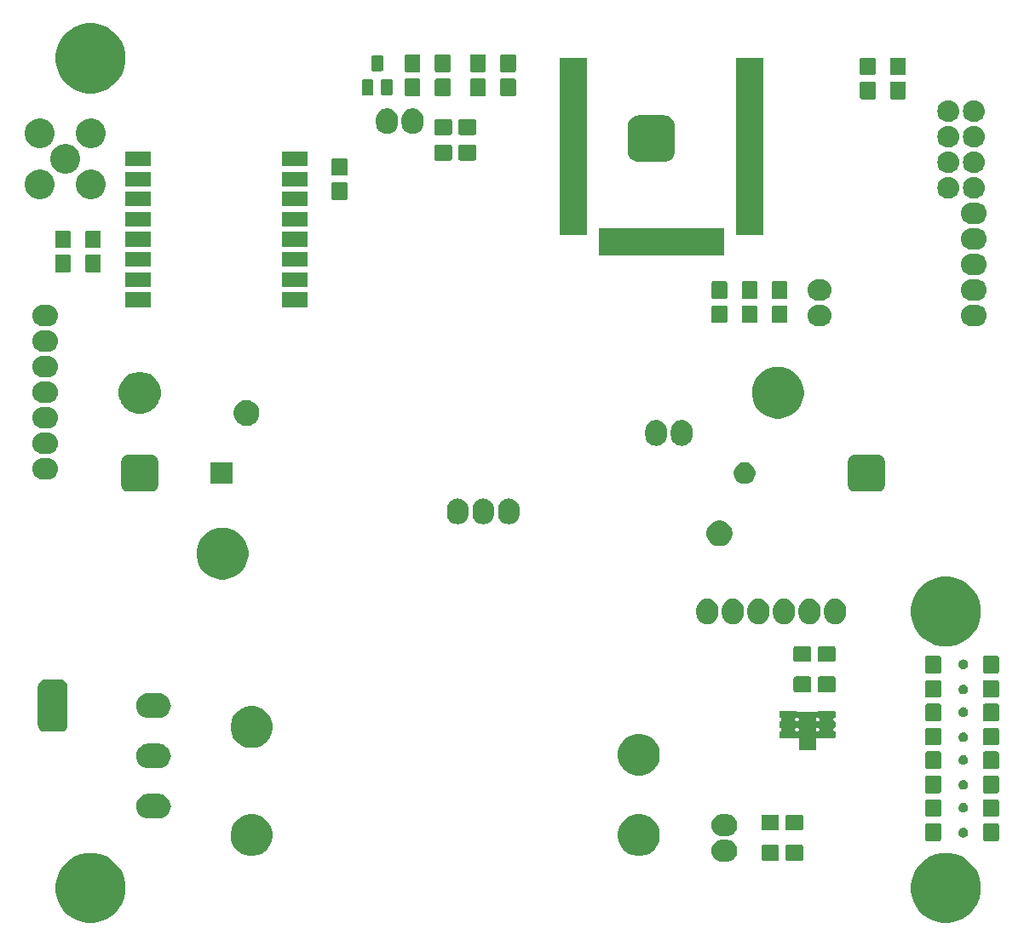
<source format=gts>
G04 #@! TF.GenerationSoftware,KiCad,Pcbnew,5.0.2+dfsg1-1~bpo9+1*
G04 #@! TF.CreationDate,2019-05-09T23:15:53+03:00*
G04 #@! TF.ProjectId,esp32-rfm-gateway,65737033-322d-4726-966d-2d6761746577,rev?*
G04 #@! TF.SameCoordinates,Original*
G04 #@! TF.FileFunction,Soldermask,Top*
G04 #@! TF.FilePolarity,Negative*
%FSLAX46Y46*%
G04 Gerber Fmt 4.6, Leading zero omitted, Abs format (unit mm)*
G04 Created by KiCad (PCBNEW 5.0.2+dfsg1-1~bpo9+1) date Jo 09 mai 2019 23:15:53 +0300*
%MOMM*%
%LPD*%
G01*
G04 APERTURE LIST*
%ADD10C,0.100000*%
G04 APERTURE END LIST*
D10*
G36*
X129765077Y-128403734D02*
X130398398Y-128666064D01*
X130968369Y-129046906D01*
X131453094Y-129531631D01*
X131833936Y-130101602D01*
X132096266Y-130734923D01*
X132230000Y-131407248D01*
X132230000Y-132092752D01*
X132096266Y-132765077D01*
X131833936Y-133398398D01*
X131453094Y-133968369D01*
X130968369Y-134453094D01*
X130398398Y-134833936D01*
X129765077Y-135096266D01*
X129092752Y-135230000D01*
X128407248Y-135230000D01*
X127734923Y-135096266D01*
X127101602Y-134833936D01*
X126531631Y-134453094D01*
X126046906Y-133968369D01*
X125666064Y-133398398D01*
X125403734Y-132765077D01*
X125270000Y-132092752D01*
X125270000Y-131407248D01*
X125403734Y-130734923D01*
X125666064Y-130101602D01*
X126046906Y-129531631D01*
X126531631Y-129046906D01*
X127101602Y-128666064D01*
X127734923Y-128403734D01*
X128407248Y-128270000D01*
X129092752Y-128270000D01*
X129765077Y-128403734D01*
X129765077Y-128403734D01*
G37*
G36*
X44765077Y-128403734D02*
X45398398Y-128666064D01*
X45968369Y-129046906D01*
X46453094Y-129531631D01*
X46833936Y-130101602D01*
X47096266Y-130734923D01*
X47230000Y-131407248D01*
X47230000Y-132092752D01*
X47096266Y-132765077D01*
X46833936Y-133398398D01*
X46453094Y-133968369D01*
X45968369Y-134453094D01*
X45398398Y-134833936D01*
X44765077Y-135096266D01*
X44092752Y-135230000D01*
X43407248Y-135230000D01*
X42734923Y-135096266D01*
X42101602Y-134833936D01*
X41531631Y-134453094D01*
X41046906Y-133968369D01*
X40666064Y-133398398D01*
X40403734Y-132765077D01*
X40270000Y-132092752D01*
X40270000Y-131407248D01*
X40403734Y-130734923D01*
X40666064Y-130101602D01*
X41046906Y-129531631D01*
X41531631Y-129046906D01*
X42101602Y-128666064D01*
X42734923Y-128403734D01*
X43407248Y-128270000D01*
X44092752Y-128270000D01*
X44765077Y-128403734D01*
X44765077Y-128403734D01*
G37*
G36*
X107161713Y-126975626D02*
X107161716Y-126975627D01*
X107161717Y-126975627D01*
X107236924Y-126998441D01*
X107365299Y-127037383D01*
X107552921Y-127137669D01*
X107717371Y-127272629D01*
X107852331Y-127437079D01*
X107952617Y-127624701D01*
X108014374Y-127828287D01*
X108035226Y-128040000D01*
X108014374Y-128251713D01*
X107952617Y-128455299D01*
X107852331Y-128642921D01*
X107717371Y-128807371D01*
X107552921Y-128942331D01*
X107365299Y-129042617D01*
X107351153Y-129046908D01*
X107161717Y-129104373D01*
X107161716Y-129104373D01*
X107161713Y-129104374D01*
X107003056Y-129120000D01*
X106496944Y-129120000D01*
X106338287Y-129104374D01*
X106338284Y-129104373D01*
X106338283Y-129104373D01*
X106148847Y-129046908D01*
X106134701Y-129042617D01*
X105947079Y-128942331D01*
X105782629Y-128807371D01*
X105647669Y-128642921D01*
X105547383Y-128455299D01*
X105485626Y-128251713D01*
X105464774Y-128040000D01*
X105485626Y-127828287D01*
X105547383Y-127624701D01*
X105647669Y-127437079D01*
X105782629Y-127272629D01*
X105947079Y-127137669D01*
X106134701Y-127037383D01*
X106263076Y-126998441D01*
X106338283Y-126975627D01*
X106338284Y-126975627D01*
X106338287Y-126975626D01*
X106496944Y-126960000D01*
X107003056Y-126960000D01*
X107161713Y-126975626D01*
X107161713Y-126975626D01*
G37*
G36*
X112046270Y-127474018D02*
X112077242Y-127483414D01*
X112105782Y-127498669D01*
X112130800Y-127519200D01*
X112151331Y-127544218D01*
X112166586Y-127572758D01*
X112175982Y-127603730D01*
X112180000Y-127644529D01*
X112180000Y-128855471D01*
X112175982Y-128896270D01*
X112166586Y-128927242D01*
X112151331Y-128955782D01*
X112130800Y-128980800D01*
X112105782Y-129001331D01*
X112077242Y-129016586D01*
X112046270Y-129025982D01*
X112005471Y-129030000D01*
X110594529Y-129030000D01*
X110553730Y-129025982D01*
X110522758Y-129016586D01*
X110494218Y-129001331D01*
X110469200Y-128980800D01*
X110448669Y-128955782D01*
X110433414Y-128927242D01*
X110424018Y-128896270D01*
X110420000Y-128855471D01*
X110420000Y-127644529D01*
X110424018Y-127603730D01*
X110433414Y-127572758D01*
X110448669Y-127544218D01*
X110469200Y-127519200D01*
X110494218Y-127498669D01*
X110522758Y-127483414D01*
X110553730Y-127474018D01*
X110594529Y-127470000D01*
X112005471Y-127470000D01*
X112046270Y-127474018D01*
X112046270Y-127474018D01*
G37*
G36*
X114446270Y-127474018D02*
X114477242Y-127483414D01*
X114505782Y-127498669D01*
X114530800Y-127519200D01*
X114551331Y-127544218D01*
X114566586Y-127572758D01*
X114575982Y-127603730D01*
X114580000Y-127644529D01*
X114580000Y-128855471D01*
X114575982Y-128896270D01*
X114566586Y-128927242D01*
X114551331Y-128955782D01*
X114530800Y-128980800D01*
X114505782Y-129001331D01*
X114477242Y-129016586D01*
X114446270Y-129025982D01*
X114405471Y-129030000D01*
X112994529Y-129030000D01*
X112953730Y-129025982D01*
X112922758Y-129016586D01*
X112894218Y-129001331D01*
X112869200Y-128980800D01*
X112848669Y-128955782D01*
X112833414Y-128927242D01*
X112824018Y-128896270D01*
X112820000Y-128855471D01*
X112820000Y-127644529D01*
X112824018Y-127603730D01*
X112833414Y-127572758D01*
X112848669Y-127544218D01*
X112869200Y-127519200D01*
X112894218Y-127498669D01*
X112922758Y-127483414D01*
X112953730Y-127474018D01*
X112994529Y-127470000D01*
X114405471Y-127470000D01*
X114446270Y-127474018D01*
X114446270Y-127474018D01*
G37*
G36*
X98856710Y-124499932D02*
X98856711Y-124499932D01*
X98856714Y-124499933D01*
X99225418Y-124652656D01*
X99235251Y-124656729D01*
X99575921Y-124884357D01*
X99865643Y-125174079D01*
X100045603Y-125443409D01*
X100093272Y-125514751D01*
X100250067Y-125893286D01*
X100250068Y-125893289D01*
X100250068Y-125893290D01*
X100330000Y-126295136D01*
X100330000Y-126704864D01*
X100259597Y-127058803D01*
X100250067Y-127106714D01*
X100181342Y-127272629D01*
X100093271Y-127485251D01*
X99865643Y-127825921D01*
X99575921Y-128115643D01*
X99235251Y-128343271D01*
X99235250Y-128343272D01*
X99235249Y-128343272D01*
X98856714Y-128500067D01*
X98856711Y-128500068D01*
X98856710Y-128500068D01*
X98454864Y-128580000D01*
X98045136Y-128580000D01*
X97643290Y-128500068D01*
X97643289Y-128500068D01*
X97643286Y-128500067D01*
X97264751Y-128343272D01*
X97264750Y-128343272D01*
X97264749Y-128343271D01*
X96924079Y-128115643D01*
X96634357Y-127825921D01*
X96406729Y-127485251D01*
X96318658Y-127272629D01*
X96249933Y-127106714D01*
X96240403Y-127058803D01*
X96170000Y-126704864D01*
X96170000Y-126295136D01*
X96249932Y-125893290D01*
X96249932Y-125893289D01*
X96249933Y-125893286D01*
X96406728Y-125514751D01*
X96454397Y-125443409D01*
X96634357Y-125174079D01*
X96924079Y-124884357D01*
X97264749Y-124656729D01*
X97274582Y-124652656D01*
X97643286Y-124499933D01*
X97643289Y-124499932D01*
X97643290Y-124499932D01*
X98045136Y-124420000D01*
X98454864Y-124420000D01*
X98856710Y-124499932D01*
X98856710Y-124499932D01*
G37*
G36*
X60356710Y-124499932D02*
X60356711Y-124499932D01*
X60356714Y-124499933D01*
X60725418Y-124652656D01*
X60735251Y-124656729D01*
X61075921Y-124884357D01*
X61365643Y-125174079D01*
X61545603Y-125443409D01*
X61593272Y-125514751D01*
X61750067Y-125893286D01*
X61750068Y-125893289D01*
X61750068Y-125893290D01*
X61830000Y-126295136D01*
X61830000Y-126704864D01*
X61759597Y-127058803D01*
X61750067Y-127106714D01*
X61681342Y-127272629D01*
X61593271Y-127485251D01*
X61365643Y-127825921D01*
X61075921Y-128115643D01*
X60735251Y-128343271D01*
X60735250Y-128343272D01*
X60735249Y-128343272D01*
X60356714Y-128500067D01*
X60356711Y-128500068D01*
X60356710Y-128500068D01*
X59954864Y-128580000D01*
X59545136Y-128580000D01*
X59143290Y-128500068D01*
X59143289Y-128500068D01*
X59143286Y-128500067D01*
X58764751Y-128343272D01*
X58764750Y-128343272D01*
X58764749Y-128343271D01*
X58424079Y-128115643D01*
X58134357Y-127825921D01*
X57906729Y-127485251D01*
X57818658Y-127272629D01*
X57749933Y-127106714D01*
X57740403Y-127058803D01*
X57670000Y-126704864D01*
X57670000Y-126295136D01*
X57749932Y-125893290D01*
X57749932Y-125893289D01*
X57749933Y-125893286D01*
X57906728Y-125514751D01*
X57954397Y-125443409D01*
X58134357Y-125174079D01*
X58424079Y-124884357D01*
X58764749Y-124656729D01*
X58774582Y-124652656D01*
X59143286Y-124499933D01*
X59143289Y-124499932D01*
X59143290Y-124499932D01*
X59545136Y-124420000D01*
X59954864Y-124420000D01*
X60356710Y-124499932D01*
X60356710Y-124499932D01*
G37*
G36*
X128146270Y-125324018D02*
X128177242Y-125333414D01*
X128205782Y-125348669D01*
X128230800Y-125369200D01*
X128251331Y-125394218D01*
X128266586Y-125422758D01*
X128275982Y-125453730D01*
X128280000Y-125494529D01*
X128280000Y-126905471D01*
X128275982Y-126946270D01*
X128266586Y-126977242D01*
X128251331Y-127005782D01*
X128230800Y-127030800D01*
X128205782Y-127051331D01*
X128177242Y-127066586D01*
X128146270Y-127075982D01*
X128105471Y-127080000D01*
X126894529Y-127080000D01*
X126853730Y-127075982D01*
X126822758Y-127066586D01*
X126794218Y-127051331D01*
X126769200Y-127030800D01*
X126748669Y-127005782D01*
X126733414Y-126977242D01*
X126724018Y-126946270D01*
X126720000Y-126905471D01*
X126720000Y-125494529D01*
X126724018Y-125453730D01*
X126733414Y-125422758D01*
X126748669Y-125394218D01*
X126769200Y-125369200D01*
X126794218Y-125348669D01*
X126822758Y-125333414D01*
X126853730Y-125324018D01*
X126894529Y-125320000D01*
X128105471Y-125320000D01*
X128146270Y-125324018D01*
X128146270Y-125324018D01*
G37*
G36*
X133897041Y-125324001D02*
X133927831Y-125333340D01*
X133956207Y-125348508D01*
X133981080Y-125368920D01*
X134001492Y-125393793D01*
X134016660Y-125422169D01*
X134025999Y-125452959D01*
X134030000Y-125493575D01*
X134030000Y-126906425D01*
X134025999Y-126947041D01*
X134016660Y-126977831D01*
X134001492Y-127006207D01*
X133981080Y-127031080D01*
X133956207Y-127051492D01*
X133927831Y-127066660D01*
X133897041Y-127075999D01*
X133856425Y-127080000D01*
X132643575Y-127080000D01*
X132602959Y-127075999D01*
X132572169Y-127066660D01*
X132543793Y-127051492D01*
X132518920Y-127031080D01*
X132498508Y-127006207D01*
X132483340Y-126977831D01*
X132474001Y-126947041D01*
X132470000Y-126906425D01*
X132470000Y-125493575D01*
X132474001Y-125452959D01*
X132483340Y-125422169D01*
X132498508Y-125393793D01*
X132518920Y-125368920D01*
X132543793Y-125348508D01*
X132572169Y-125333340D01*
X132602959Y-125324001D01*
X132643575Y-125320000D01*
X133856425Y-125320000D01*
X133897041Y-125324001D01*
X133897041Y-125324001D01*
G37*
G36*
X130640011Y-125788446D02*
X130727365Y-125824629D01*
X130805982Y-125877159D01*
X130872841Y-125944018D01*
X130925371Y-126022635D01*
X130961554Y-126109989D01*
X130980000Y-126202724D01*
X130980000Y-126297276D01*
X130961554Y-126390011D01*
X130925371Y-126477365D01*
X130872841Y-126555982D01*
X130805982Y-126622841D01*
X130727365Y-126675371D01*
X130640011Y-126711554D01*
X130547276Y-126730000D01*
X130452724Y-126730000D01*
X130359989Y-126711554D01*
X130272635Y-126675371D01*
X130194018Y-126622841D01*
X130127159Y-126555982D01*
X130074629Y-126477365D01*
X130038446Y-126390011D01*
X130020000Y-126297276D01*
X130020000Y-126202724D01*
X130038446Y-126109989D01*
X130074629Y-126022635D01*
X130127159Y-125944018D01*
X130194018Y-125877159D01*
X130272635Y-125824629D01*
X130359989Y-125788446D01*
X130452724Y-125770000D01*
X130547276Y-125770000D01*
X130640011Y-125788446D01*
X130640011Y-125788446D01*
G37*
G36*
X107161713Y-124435626D02*
X107161716Y-124435627D01*
X107161717Y-124435627D01*
X107228432Y-124455865D01*
X107365299Y-124497383D01*
X107552921Y-124597669D01*
X107717371Y-124732629D01*
X107852331Y-124897079D01*
X107952617Y-125084701D01*
X108014374Y-125288287D01*
X108035226Y-125500000D01*
X108014374Y-125711713D01*
X107952617Y-125915299D01*
X107852331Y-126102921D01*
X107717371Y-126267371D01*
X107552921Y-126402331D01*
X107365299Y-126502617D01*
X107245786Y-126538871D01*
X107161717Y-126564373D01*
X107161716Y-126564373D01*
X107161713Y-126564374D01*
X107003056Y-126580000D01*
X106496944Y-126580000D01*
X106338287Y-126564374D01*
X106338284Y-126564373D01*
X106338283Y-126564373D01*
X106254214Y-126538871D01*
X106134701Y-126502617D01*
X105947079Y-126402331D01*
X105782629Y-126267371D01*
X105647669Y-126102921D01*
X105547383Y-125915299D01*
X105485626Y-125711713D01*
X105464774Y-125500000D01*
X105485626Y-125288287D01*
X105547383Y-125084701D01*
X105647669Y-124897079D01*
X105782629Y-124732629D01*
X105947079Y-124597669D01*
X106134701Y-124497383D01*
X106271568Y-124455865D01*
X106338283Y-124435627D01*
X106338284Y-124435627D01*
X106338287Y-124435626D01*
X106496944Y-124420000D01*
X107003056Y-124420000D01*
X107161713Y-124435626D01*
X107161713Y-124435626D01*
G37*
G36*
X112046270Y-124474018D02*
X112077242Y-124483414D01*
X112105782Y-124498669D01*
X112130800Y-124519200D01*
X112151331Y-124544218D01*
X112166586Y-124572758D01*
X112175982Y-124603730D01*
X112180000Y-124644529D01*
X112180000Y-125855471D01*
X112175982Y-125896270D01*
X112166586Y-125927242D01*
X112151331Y-125955782D01*
X112130800Y-125980800D01*
X112105782Y-126001331D01*
X112077242Y-126016586D01*
X112046270Y-126025982D01*
X112005471Y-126030000D01*
X110594529Y-126030000D01*
X110553730Y-126025982D01*
X110522758Y-126016586D01*
X110494218Y-126001331D01*
X110469200Y-125980800D01*
X110448669Y-125955782D01*
X110433414Y-125927242D01*
X110424018Y-125896270D01*
X110420000Y-125855471D01*
X110420000Y-124644529D01*
X110424018Y-124603730D01*
X110433414Y-124572758D01*
X110448669Y-124544218D01*
X110469200Y-124519200D01*
X110494218Y-124498669D01*
X110522758Y-124483414D01*
X110553730Y-124474018D01*
X110594529Y-124470000D01*
X112005471Y-124470000D01*
X112046270Y-124474018D01*
X112046270Y-124474018D01*
G37*
G36*
X114447041Y-124474001D02*
X114477831Y-124483340D01*
X114506207Y-124498508D01*
X114531080Y-124518920D01*
X114551492Y-124543793D01*
X114566660Y-124572169D01*
X114575999Y-124602959D01*
X114580000Y-124643575D01*
X114580000Y-125856425D01*
X114575999Y-125897041D01*
X114566660Y-125927831D01*
X114551493Y-125956206D01*
X114531080Y-125981080D01*
X114506207Y-126001492D01*
X114477831Y-126016660D01*
X114447041Y-126025999D01*
X114406425Y-126030000D01*
X112993575Y-126030000D01*
X112952959Y-126025999D01*
X112922169Y-126016660D01*
X112893793Y-126001492D01*
X112868920Y-125981080D01*
X112848507Y-125956206D01*
X112833340Y-125927831D01*
X112824001Y-125897041D01*
X112820000Y-125856425D01*
X112820000Y-124643575D01*
X112824001Y-124602959D01*
X112833340Y-124572169D01*
X112848508Y-124543793D01*
X112868920Y-124518920D01*
X112893793Y-124498508D01*
X112922169Y-124483340D01*
X112952959Y-124474001D01*
X112993575Y-124470000D01*
X114406425Y-124470000D01*
X114447041Y-124474001D01*
X114447041Y-124474001D01*
G37*
G36*
X50741123Y-122412797D02*
X50972978Y-122483130D01*
X51186655Y-122597342D01*
X51186656Y-122597343D01*
X51186658Y-122597344D01*
X51373949Y-122751051D01*
X51523612Y-122933414D01*
X51527658Y-122938345D01*
X51641870Y-123152022D01*
X51712203Y-123383877D01*
X51735952Y-123625000D01*
X51712203Y-123866123D01*
X51641870Y-124097978D01*
X51628581Y-124122841D01*
X51527656Y-124311658D01*
X51373949Y-124498949D01*
X51186658Y-124652656D01*
X51186656Y-124652657D01*
X51186655Y-124652658D01*
X50972978Y-124766870D01*
X50741123Y-124837203D01*
X50560428Y-124855000D01*
X49439572Y-124855000D01*
X49258877Y-124837203D01*
X49027022Y-124766870D01*
X48813345Y-124652658D01*
X48813344Y-124652657D01*
X48813342Y-124652656D01*
X48626051Y-124498949D01*
X48472344Y-124311658D01*
X48371420Y-124122841D01*
X48358130Y-124097978D01*
X48287797Y-123866123D01*
X48264048Y-123625000D01*
X48287797Y-123383877D01*
X48358130Y-123152022D01*
X48472342Y-122938345D01*
X48476389Y-122933414D01*
X48626051Y-122751051D01*
X48813342Y-122597344D01*
X48813344Y-122597343D01*
X48813345Y-122597342D01*
X49027022Y-122483130D01*
X49258877Y-122412797D01*
X49439572Y-122395000D01*
X50560428Y-122395000D01*
X50741123Y-122412797D01*
X50741123Y-122412797D01*
G37*
G36*
X133896270Y-122924018D02*
X133927242Y-122933414D01*
X133955782Y-122948669D01*
X133980800Y-122969200D01*
X134001331Y-122994218D01*
X134016586Y-123022758D01*
X134025982Y-123053730D01*
X134030000Y-123094529D01*
X134030000Y-124505471D01*
X134025982Y-124546270D01*
X134016586Y-124577242D01*
X134001331Y-124605782D01*
X133980800Y-124630800D01*
X133955782Y-124651331D01*
X133927242Y-124666586D01*
X133896270Y-124675982D01*
X133855471Y-124680000D01*
X132644529Y-124680000D01*
X132603730Y-124675982D01*
X132572758Y-124666586D01*
X132544218Y-124651331D01*
X132519200Y-124630800D01*
X132498669Y-124605782D01*
X132483414Y-124577242D01*
X132474018Y-124546270D01*
X132470000Y-124505471D01*
X132470000Y-123094529D01*
X132474018Y-123053730D01*
X132483414Y-123022758D01*
X132498669Y-122994218D01*
X132519200Y-122969200D01*
X132544218Y-122948669D01*
X132572758Y-122933414D01*
X132603730Y-122924018D01*
X132644529Y-122920000D01*
X133855471Y-122920000D01*
X133896270Y-122924018D01*
X133896270Y-122924018D01*
G37*
G36*
X128146270Y-122924018D02*
X128177242Y-122933414D01*
X128205782Y-122948669D01*
X128230800Y-122969200D01*
X128251331Y-122994218D01*
X128266586Y-123022758D01*
X128275982Y-123053730D01*
X128280000Y-123094529D01*
X128280000Y-124505471D01*
X128275982Y-124546270D01*
X128266586Y-124577242D01*
X128251331Y-124605782D01*
X128230800Y-124630800D01*
X128205782Y-124651331D01*
X128177242Y-124666586D01*
X128146270Y-124675982D01*
X128105471Y-124680000D01*
X126894529Y-124680000D01*
X126853730Y-124675982D01*
X126822758Y-124666586D01*
X126794218Y-124651331D01*
X126769200Y-124630800D01*
X126748669Y-124605782D01*
X126733414Y-124577242D01*
X126724018Y-124546270D01*
X126720000Y-124505471D01*
X126720000Y-123094529D01*
X126724018Y-123053730D01*
X126733414Y-123022758D01*
X126748669Y-122994218D01*
X126769200Y-122969200D01*
X126794218Y-122948669D01*
X126822758Y-122933414D01*
X126853730Y-122924018D01*
X126894529Y-122920000D01*
X128105471Y-122920000D01*
X128146270Y-122924018D01*
X128146270Y-122924018D01*
G37*
G36*
X130640011Y-123288446D02*
X130727365Y-123324629D01*
X130805982Y-123377159D01*
X130872841Y-123444018D01*
X130925371Y-123522635D01*
X130961554Y-123609989D01*
X130980000Y-123702724D01*
X130980000Y-123797276D01*
X130961554Y-123890011D01*
X130925371Y-123977365D01*
X130872841Y-124055982D01*
X130805982Y-124122841D01*
X130727365Y-124175371D01*
X130640011Y-124211554D01*
X130547276Y-124230000D01*
X130452724Y-124230000D01*
X130359989Y-124211554D01*
X130272635Y-124175371D01*
X130194018Y-124122841D01*
X130127159Y-124055982D01*
X130074629Y-123977365D01*
X130038446Y-123890011D01*
X130020000Y-123797276D01*
X130020000Y-123702724D01*
X130038446Y-123609989D01*
X130074629Y-123522635D01*
X130127159Y-123444018D01*
X130194018Y-123377159D01*
X130272635Y-123324629D01*
X130359989Y-123288446D01*
X130452724Y-123270000D01*
X130547276Y-123270000D01*
X130640011Y-123288446D01*
X130640011Y-123288446D01*
G37*
G36*
X133897041Y-120574001D02*
X133927831Y-120583340D01*
X133956207Y-120598508D01*
X133981080Y-120618920D01*
X134001492Y-120643793D01*
X134016660Y-120672169D01*
X134025999Y-120702959D01*
X134030000Y-120743575D01*
X134030000Y-122156425D01*
X134025999Y-122197041D01*
X134016660Y-122227831D01*
X134001492Y-122256207D01*
X133981080Y-122281080D01*
X133956207Y-122301492D01*
X133927831Y-122316660D01*
X133897041Y-122325999D01*
X133856425Y-122330000D01*
X132643575Y-122330000D01*
X132602959Y-122325999D01*
X132572169Y-122316660D01*
X132543793Y-122301492D01*
X132518920Y-122281080D01*
X132498508Y-122256207D01*
X132483340Y-122227831D01*
X132474001Y-122197041D01*
X132470000Y-122156425D01*
X132470000Y-120743575D01*
X132474001Y-120702959D01*
X132483340Y-120672169D01*
X132498508Y-120643793D01*
X132518920Y-120618920D01*
X132543793Y-120598508D01*
X132572169Y-120583340D01*
X132602959Y-120574001D01*
X132643575Y-120570000D01*
X133856425Y-120570000D01*
X133897041Y-120574001D01*
X133897041Y-120574001D01*
G37*
G36*
X128146270Y-120574018D02*
X128177242Y-120583414D01*
X128205782Y-120598669D01*
X128230800Y-120619200D01*
X128251331Y-120644218D01*
X128266586Y-120672758D01*
X128275982Y-120703730D01*
X128280000Y-120744529D01*
X128280000Y-122155471D01*
X128275982Y-122196270D01*
X128266586Y-122227242D01*
X128251331Y-122255782D01*
X128230800Y-122280800D01*
X128205782Y-122301331D01*
X128177242Y-122316586D01*
X128146270Y-122325982D01*
X128105471Y-122330000D01*
X126894529Y-122330000D01*
X126853730Y-122325982D01*
X126822758Y-122316586D01*
X126794218Y-122301331D01*
X126769200Y-122280800D01*
X126748669Y-122255782D01*
X126733414Y-122227242D01*
X126724018Y-122196270D01*
X126720000Y-122155471D01*
X126720000Y-120744529D01*
X126724018Y-120703730D01*
X126733414Y-120672758D01*
X126748669Y-120644218D01*
X126769200Y-120619200D01*
X126794218Y-120598669D01*
X126822758Y-120583414D01*
X126853730Y-120574018D01*
X126894529Y-120570000D01*
X128105471Y-120570000D01*
X128146270Y-120574018D01*
X128146270Y-120574018D01*
G37*
G36*
X130640011Y-121038446D02*
X130727365Y-121074629D01*
X130805982Y-121127159D01*
X130872841Y-121194018D01*
X130925371Y-121272635D01*
X130961554Y-121359989D01*
X130980000Y-121452724D01*
X130980000Y-121547276D01*
X130961554Y-121640011D01*
X130925371Y-121727365D01*
X130872841Y-121805982D01*
X130805982Y-121872841D01*
X130727365Y-121925371D01*
X130640011Y-121961554D01*
X130547276Y-121980000D01*
X130452724Y-121980000D01*
X130359989Y-121961554D01*
X130272635Y-121925371D01*
X130194018Y-121872841D01*
X130127159Y-121805982D01*
X130074629Y-121727365D01*
X130038446Y-121640011D01*
X130020000Y-121547276D01*
X130020000Y-121452724D01*
X130038446Y-121359989D01*
X130074629Y-121272635D01*
X130127159Y-121194018D01*
X130194018Y-121127159D01*
X130272635Y-121074629D01*
X130359989Y-121038446D01*
X130452724Y-121020000D01*
X130547276Y-121020000D01*
X130640011Y-121038446D01*
X130640011Y-121038446D01*
G37*
G36*
X98856710Y-116499932D02*
X98856711Y-116499932D01*
X98856714Y-116499933D01*
X99235249Y-116656728D01*
X99235251Y-116656729D01*
X99575921Y-116884357D01*
X99865643Y-117174079D01*
X100087279Y-117505782D01*
X100093272Y-117514751D01*
X100250067Y-117893286D01*
X100250068Y-117893289D01*
X100250068Y-117893290D01*
X100330000Y-118295136D01*
X100330000Y-118704864D01*
X100261890Y-119047276D01*
X100250067Y-119106714D01*
X100167527Y-119305982D01*
X100093271Y-119485251D01*
X99865643Y-119825921D01*
X99575921Y-120115643D01*
X99235251Y-120343271D01*
X99235250Y-120343272D01*
X99235249Y-120343272D01*
X98856714Y-120500067D01*
X98856711Y-120500068D01*
X98856710Y-120500068D01*
X98454864Y-120580000D01*
X98045136Y-120580000D01*
X97643290Y-120500068D01*
X97643289Y-120500068D01*
X97643286Y-120500067D01*
X97264751Y-120343272D01*
X97264750Y-120343272D01*
X97264749Y-120343271D01*
X96924079Y-120115643D01*
X96634357Y-119825921D01*
X96406729Y-119485251D01*
X96332473Y-119305982D01*
X96249933Y-119106714D01*
X96238110Y-119047276D01*
X96170000Y-118704864D01*
X96170000Y-118295136D01*
X96249932Y-117893290D01*
X96249932Y-117893289D01*
X96249933Y-117893286D01*
X96406728Y-117514751D01*
X96412721Y-117505782D01*
X96634357Y-117174079D01*
X96924079Y-116884357D01*
X97264749Y-116656729D01*
X97264751Y-116656728D01*
X97643286Y-116499933D01*
X97643289Y-116499932D01*
X97643290Y-116499932D01*
X98045136Y-116420000D01*
X98454864Y-116420000D01*
X98856710Y-116499932D01*
X98856710Y-116499932D01*
G37*
G36*
X133896270Y-118174018D02*
X133927242Y-118183414D01*
X133955782Y-118198669D01*
X133980800Y-118219200D01*
X134001331Y-118244218D01*
X134016586Y-118272758D01*
X134025982Y-118303730D01*
X134030000Y-118344529D01*
X134030000Y-119755471D01*
X134025982Y-119796270D01*
X134016586Y-119827242D01*
X134001331Y-119855782D01*
X133980800Y-119880800D01*
X133955782Y-119901331D01*
X133927242Y-119916586D01*
X133896270Y-119925982D01*
X133855471Y-119930000D01*
X132644529Y-119930000D01*
X132603730Y-119925982D01*
X132572758Y-119916586D01*
X132544218Y-119901331D01*
X132519200Y-119880800D01*
X132498669Y-119855782D01*
X132483414Y-119827242D01*
X132474018Y-119796270D01*
X132470000Y-119755471D01*
X132470000Y-118344529D01*
X132474018Y-118303730D01*
X132483414Y-118272758D01*
X132498669Y-118244218D01*
X132519200Y-118219200D01*
X132544218Y-118198669D01*
X132572758Y-118183414D01*
X132603730Y-118174018D01*
X132644529Y-118170000D01*
X133855471Y-118170000D01*
X133896270Y-118174018D01*
X133896270Y-118174018D01*
G37*
G36*
X128146270Y-118174018D02*
X128177242Y-118183414D01*
X128205782Y-118198669D01*
X128230800Y-118219200D01*
X128251331Y-118244218D01*
X128266586Y-118272758D01*
X128275982Y-118303730D01*
X128280000Y-118344529D01*
X128280000Y-119755471D01*
X128275982Y-119796270D01*
X128266586Y-119827242D01*
X128251331Y-119855782D01*
X128230800Y-119880800D01*
X128205782Y-119901331D01*
X128177242Y-119916586D01*
X128146270Y-119925982D01*
X128105471Y-119930000D01*
X126894529Y-119930000D01*
X126853730Y-119925982D01*
X126822758Y-119916586D01*
X126794218Y-119901331D01*
X126769200Y-119880800D01*
X126748669Y-119855782D01*
X126733414Y-119827242D01*
X126724018Y-119796270D01*
X126720000Y-119755471D01*
X126720000Y-118344529D01*
X126724018Y-118303730D01*
X126733414Y-118272758D01*
X126748669Y-118244218D01*
X126769200Y-118219200D01*
X126794218Y-118198669D01*
X126822758Y-118183414D01*
X126853730Y-118174018D01*
X126894529Y-118170000D01*
X128105471Y-118170000D01*
X128146270Y-118174018D01*
X128146270Y-118174018D01*
G37*
G36*
X50741123Y-117412797D02*
X50972978Y-117483130D01*
X51186655Y-117597342D01*
X51186656Y-117597343D01*
X51186658Y-117597344D01*
X51373949Y-117751051D01*
X51507679Y-117914000D01*
X51527658Y-117938345D01*
X51641870Y-118152022D01*
X51712203Y-118383877D01*
X51735952Y-118625000D01*
X51712203Y-118866123D01*
X51641870Y-119097978D01*
X51530691Y-119305981D01*
X51527656Y-119311658D01*
X51373949Y-119498949D01*
X51186658Y-119652656D01*
X51186656Y-119652657D01*
X51186655Y-119652658D01*
X50972978Y-119766870D01*
X50741123Y-119837203D01*
X50560428Y-119855000D01*
X49439572Y-119855000D01*
X49258877Y-119837203D01*
X49027022Y-119766870D01*
X48813345Y-119652658D01*
X48813344Y-119652657D01*
X48813342Y-119652656D01*
X48626051Y-119498949D01*
X48472344Y-119311658D01*
X48469310Y-119305981D01*
X48358130Y-119097978D01*
X48287797Y-118866123D01*
X48264048Y-118625000D01*
X48287797Y-118383877D01*
X48358130Y-118152022D01*
X48472342Y-117938345D01*
X48492322Y-117914000D01*
X48626051Y-117751051D01*
X48813342Y-117597344D01*
X48813344Y-117597343D01*
X48813345Y-117597342D01*
X49027022Y-117483130D01*
X49258877Y-117412797D01*
X49439572Y-117395000D01*
X50560428Y-117395000D01*
X50741123Y-117412797D01*
X50741123Y-117412797D01*
G37*
G36*
X130640011Y-118538446D02*
X130727365Y-118574629D01*
X130805982Y-118627159D01*
X130872841Y-118694018D01*
X130925371Y-118772635D01*
X130961554Y-118859989D01*
X130980000Y-118952724D01*
X130980000Y-119047276D01*
X130961554Y-119140011D01*
X130925371Y-119227365D01*
X130872841Y-119305982D01*
X130805982Y-119372841D01*
X130727365Y-119425371D01*
X130640011Y-119461554D01*
X130547276Y-119480000D01*
X130452724Y-119480000D01*
X130359989Y-119461554D01*
X130272635Y-119425371D01*
X130194018Y-119372841D01*
X130127159Y-119305982D01*
X130074629Y-119227365D01*
X130038446Y-119140011D01*
X130020000Y-119047276D01*
X130020000Y-118952724D01*
X130038446Y-118859989D01*
X130074629Y-118772635D01*
X130127159Y-118694018D01*
X130194018Y-118627159D01*
X130272635Y-118574629D01*
X130359989Y-118538446D01*
X130452724Y-118520000D01*
X130547276Y-118520000D01*
X130640011Y-118538446D01*
X130640011Y-118538446D01*
G37*
G36*
X113917456Y-114172320D02*
X113931832Y-114176680D01*
X113945084Y-114183764D01*
X113964737Y-114199893D01*
X113974368Y-114209524D01*
X114002892Y-114228584D01*
X114034587Y-114241712D01*
X114068233Y-114248405D01*
X114102539Y-114248405D01*
X114136186Y-114241713D01*
X114167878Y-114228586D01*
X114180197Y-114222002D01*
X114183046Y-114221137D01*
X114194594Y-114220000D01*
X115805406Y-114220000D01*
X115816954Y-114221137D01*
X115819803Y-114222002D01*
X115832122Y-114228586D01*
X115863817Y-114241714D01*
X115897464Y-114248406D01*
X115931770Y-114248405D01*
X115965416Y-114241711D01*
X115997111Y-114228582D01*
X116025635Y-114209522D01*
X116035266Y-114199890D01*
X116054916Y-114183764D01*
X116068168Y-114176680D01*
X116082544Y-114172320D01*
X116106095Y-114170000D01*
X117693905Y-114170000D01*
X117717456Y-114172320D01*
X117731832Y-114176680D01*
X117745084Y-114183764D01*
X117756702Y-114193298D01*
X117766236Y-114204916D01*
X117773320Y-114218168D01*
X117777680Y-114232544D01*
X117780000Y-114256095D01*
X117780000Y-114743905D01*
X117777680Y-114767456D01*
X117773320Y-114781832D01*
X117766236Y-114795084D01*
X117756702Y-114806702D01*
X117745084Y-114816236D01*
X117731832Y-114823320D01*
X117701451Y-114832535D01*
X117669756Y-114845662D01*
X117641232Y-114864721D01*
X117616973Y-114888979D01*
X117597913Y-114917503D01*
X117584784Y-114949197D01*
X117578091Y-114982844D01*
X117578090Y-115017150D01*
X117584783Y-115050797D01*
X117597910Y-115082492D01*
X117616969Y-115111016D01*
X117641227Y-115135275D01*
X117669751Y-115154335D01*
X117701451Y-115167465D01*
X117731832Y-115176680D01*
X117745084Y-115183764D01*
X117756702Y-115193298D01*
X117766236Y-115204916D01*
X117773320Y-115218168D01*
X117777680Y-115232544D01*
X117780000Y-115256095D01*
X117780000Y-115743905D01*
X117777680Y-115767456D01*
X117773320Y-115781832D01*
X117766236Y-115795084D01*
X117756702Y-115806702D01*
X117745084Y-115816236D01*
X117731832Y-115823320D01*
X117701451Y-115832535D01*
X117669756Y-115845662D01*
X117641232Y-115864721D01*
X117616973Y-115888979D01*
X117597913Y-115917503D01*
X117584784Y-115949197D01*
X117578091Y-115982844D01*
X117578090Y-116017150D01*
X117584783Y-116050797D01*
X117597910Y-116082492D01*
X117616969Y-116111016D01*
X117641227Y-116135275D01*
X117669751Y-116154335D01*
X117701451Y-116167465D01*
X117731832Y-116176680D01*
X117745084Y-116183764D01*
X117756702Y-116193298D01*
X117766236Y-116204916D01*
X117773320Y-116218168D01*
X117777680Y-116232544D01*
X117780000Y-116256095D01*
X117780000Y-116743905D01*
X117777680Y-116767456D01*
X117773320Y-116781832D01*
X117766236Y-116795084D01*
X117756702Y-116806702D01*
X117745084Y-116816236D01*
X117731832Y-116823320D01*
X117717456Y-116827680D01*
X117693905Y-116830000D01*
X116106095Y-116830000D01*
X116082544Y-116827680D01*
X116055797Y-116819567D01*
X116022150Y-116812874D01*
X115987844Y-116812875D01*
X115954198Y-116819568D01*
X115922503Y-116832697D01*
X115893979Y-116851757D01*
X115869721Y-116876015D01*
X115850663Y-116904540D01*
X115837535Y-116936235D01*
X115830000Y-116987032D01*
X115830000Y-118045407D01*
X115828671Y-118058903D01*
X115827238Y-118063627D01*
X115824914Y-118067974D01*
X115821786Y-118071786D01*
X115817974Y-118074914D01*
X115813627Y-118077238D01*
X115808903Y-118078671D01*
X115795407Y-118080000D01*
X114204593Y-118080000D01*
X114191097Y-118078671D01*
X114186373Y-118077238D01*
X114182026Y-118074914D01*
X114178214Y-118071786D01*
X114175086Y-118067974D01*
X114172762Y-118063627D01*
X114171329Y-118058903D01*
X114170000Y-118045407D01*
X114170000Y-116987032D01*
X114166637Y-116952891D01*
X114156679Y-116920062D01*
X114140507Y-116889807D01*
X114118744Y-116863288D01*
X114092225Y-116841525D01*
X114061970Y-116825353D01*
X114029141Y-116815395D01*
X113995000Y-116812032D01*
X113944203Y-116819567D01*
X113917456Y-116827680D01*
X113893905Y-116830000D01*
X112306095Y-116830000D01*
X112282544Y-116827680D01*
X112268168Y-116823320D01*
X112254916Y-116816236D01*
X112243298Y-116806702D01*
X112233764Y-116795084D01*
X112226680Y-116781832D01*
X112222320Y-116767456D01*
X112220000Y-116743905D01*
X112220000Y-116256095D01*
X112222320Y-116232544D01*
X112226680Y-116218168D01*
X112233764Y-116204916D01*
X112243298Y-116193298D01*
X112254916Y-116183764D01*
X112268168Y-116176680D01*
X112298549Y-116167465D01*
X112330244Y-116154338D01*
X112358768Y-116135279D01*
X112383027Y-116111021D01*
X112402087Y-116082497D01*
X112415216Y-116050803D01*
X112421909Y-116017156D01*
X112421909Y-116017150D01*
X113778090Y-116017150D01*
X113784783Y-116050797D01*
X113797911Y-116082492D01*
X113816970Y-116111017D01*
X113841227Y-116135275D01*
X113869751Y-116154335D01*
X113901451Y-116167465D01*
X113944203Y-116180433D01*
X113977850Y-116187126D01*
X114012156Y-116187125D01*
X114045802Y-116180432D01*
X114077497Y-116167303D01*
X114106021Y-116148243D01*
X114130278Y-116123985D01*
X114149337Y-116095460D01*
X114162465Y-116063765D01*
X114170000Y-116012968D01*
X114170000Y-115987032D01*
X115830000Y-115987032D01*
X115830000Y-116012968D01*
X115833363Y-116047109D01*
X115843321Y-116079938D01*
X115859493Y-116110193D01*
X115881256Y-116136712D01*
X115907775Y-116158475D01*
X115938030Y-116174647D01*
X115970859Y-116184605D01*
X116005000Y-116187968D01*
X116055797Y-116180433D01*
X116098549Y-116167465D01*
X116130244Y-116154337D01*
X116158769Y-116135278D01*
X116183027Y-116111021D01*
X116202087Y-116082497D01*
X116215216Y-116050802D01*
X116221909Y-116017156D01*
X116221910Y-115982850D01*
X116215217Y-115949203D01*
X116202089Y-115917508D01*
X116183030Y-115888983D01*
X116158773Y-115864725D01*
X116130249Y-115845665D01*
X116098549Y-115832535D01*
X116055797Y-115819567D01*
X116022150Y-115812874D01*
X115987844Y-115812875D01*
X115954198Y-115819568D01*
X115922503Y-115832697D01*
X115893979Y-115851757D01*
X115869722Y-115876015D01*
X115850663Y-115904540D01*
X115837535Y-115936235D01*
X115830000Y-115987032D01*
X114170000Y-115987032D01*
X114166637Y-115952891D01*
X114156679Y-115920062D01*
X114140507Y-115889807D01*
X114118744Y-115863288D01*
X114092225Y-115841525D01*
X114061970Y-115825353D01*
X114029141Y-115815395D01*
X113995000Y-115812032D01*
X113944203Y-115819567D01*
X113901451Y-115832535D01*
X113869756Y-115845663D01*
X113841231Y-115864722D01*
X113816973Y-115888979D01*
X113797913Y-115917503D01*
X113784784Y-115949198D01*
X113778091Y-115982844D01*
X113778090Y-116017150D01*
X112421909Y-116017150D01*
X112421910Y-115982850D01*
X112415217Y-115949203D01*
X112402090Y-115917508D01*
X112383031Y-115888984D01*
X112358773Y-115864725D01*
X112330249Y-115845665D01*
X112298549Y-115832535D01*
X112268168Y-115823320D01*
X112254916Y-115816236D01*
X112243298Y-115806702D01*
X112233764Y-115795084D01*
X112226680Y-115781832D01*
X112222320Y-115767456D01*
X112220000Y-115743905D01*
X112220000Y-115256095D01*
X112222320Y-115232544D01*
X112226680Y-115218168D01*
X112233764Y-115204916D01*
X112243298Y-115193298D01*
X112254916Y-115183764D01*
X112268168Y-115176680D01*
X112298549Y-115167465D01*
X112330244Y-115154338D01*
X112358768Y-115135279D01*
X112383027Y-115111021D01*
X112402087Y-115082497D01*
X112415216Y-115050803D01*
X112421909Y-115017156D01*
X112421909Y-115017150D01*
X113778090Y-115017150D01*
X113784783Y-115050797D01*
X113797911Y-115082492D01*
X113816970Y-115111017D01*
X113841227Y-115135275D01*
X113869751Y-115154335D01*
X113901451Y-115167465D01*
X113944203Y-115180433D01*
X113977850Y-115187126D01*
X114012156Y-115187125D01*
X114045802Y-115180432D01*
X114077497Y-115167303D01*
X114106021Y-115148243D01*
X114130278Y-115123985D01*
X114149337Y-115095460D01*
X114162465Y-115063765D01*
X114170000Y-115012968D01*
X114170000Y-114987032D01*
X115830000Y-114987032D01*
X115830000Y-115012968D01*
X115833363Y-115047109D01*
X115843321Y-115079938D01*
X115859493Y-115110193D01*
X115881256Y-115136712D01*
X115907775Y-115158475D01*
X115938030Y-115174647D01*
X115970859Y-115184605D01*
X116005000Y-115187968D01*
X116055797Y-115180433D01*
X116098549Y-115167465D01*
X116130244Y-115154337D01*
X116158769Y-115135278D01*
X116183027Y-115111021D01*
X116202087Y-115082497D01*
X116215216Y-115050802D01*
X116221909Y-115017156D01*
X116221910Y-114982850D01*
X116215217Y-114949203D01*
X116202089Y-114917508D01*
X116183030Y-114888983D01*
X116158773Y-114864725D01*
X116130249Y-114845665D01*
X116098549Y-114832535D01*
X116055797Y-114819567D01*
X116022150Y-114812874D01*
X115987844Y-114812875D01*
X115954198Y-114819568D01*
X115922503Y-114832697D01*
X115893979Y-114851757D01*
X115869722Y-114876015D01*
X115850663Y-114904540D01*
X115837535Y-114936235D01*
X115830000Y-114987032D01*
X114170000Y-114987032D01*
X114166637Y-114952891D01*
X114156679Y-114920062D01*
X114140507Y-114889807D01*
X114118744Y-114863288D01*
X114092225Y-114841525D01*
X114061970Y-114825353D01*
X114029141Y-114815395D01*
X113995000Y-114812032D01*
X113944203Y-114819567D01*
X113901451Y-114832535D01*
X113869756Y-114845663D01*
X113841231Y-114864722D01*
X113816973Y-114888979D01*
X113797913Y-114917503D01*
X113784784Y-114949198D01*
X113778091Y-114982844D01*
X113778090Y-115017150D01*
X112421909Y-115017150D01*
X112421910Y-114982850D01*
X112415217Y-114949203D01*
X112402090Y-114917508D01*
X112383031Y-114888984D01*
X112358773Y-114864725D01*
X112330249Y-114845665D01*
X112298549Y-114832535D01*
X112268168Y-114823320D01*
X112254916Y-114816236D01*
X112243298Y-114806702D01*
X112233764Y-114795084D01*
X112226680Y-114781832D01*
X112222320Y-114767456D01*
X112220000Y-114743905D01*
X112220000Y-114256095D01*
X112222320Y-114232544D01*
X112226680Y-114218168D01*
X112233764Y-114204916D01*
X112243298Y-114193298D01*
X112254916Y-114183764D01*
X112268168Y-114176680D01*
X112282544Y-114172320D01*
X112306095Y-114170000D01*
X113893905Y-114170000D01*
X113917456Y-114172320D01*
X113917456Y-114172320D01*
G37*
G36*
X60356710Y-113749932D02*
X60356711Y-113749932D01*
X60356714Y-113749933D01*
X60637220Y-113866123D01*
X60735251Y-113906729D01*
X61075921Y-114134357D01*
X61365643Y-114424079D01*
X61587872Y-114756669D01*
X61593272Y-114764751D01*
X61750067Y-115143286D01*
X61750068Y-115143289D01*
X61750068Y-115143290D01*
X61830000Y-115545136D01*
X61830000Y-115954864D01*
X61750068Y-116356710D01*
X61750067Y-116356714D01*
X61606744Y-116702724D01*
X61593271Y-116735251D01*
X61365643Y-117075921D01*
X61075921Y-117365643D01*
X60735251Y-117593271D01*
X60735250Y-117593272D01*
X60735249Y-117593272D01*
X60356714Y-117750067D01*
X60356711Y-117750068D01*
X60356710Y-117750068D01*
X59954864Y-117830000D01*
X59545136Y-117830000D01*
X59143290Y-117750068D01*
X59143289Y-117750068D01*
X59143286Y-117750067D01*
X58764751Y-117593272D01*
X58764750Y-117593272D01*
X58764749Y-117593271D01*
X58424079Y-117365643D01*
X58134357Y-117075921D01*
X57906729Y-116735251D01*
X57893256Y-116702724D01*
X57749933Y-116356714D01*
X57749932Y-116356710D01*
X57670000Y-115954864D01*
X57670000Y-115545136D01*
X57749932Y-115143290D01*
X57749932Y-115143289D01*
X57749933Y-115143286D01*
X57906728Y-114764751D01*
X57912128Y-114756669D01*
X58134357Y-114424079D01*
X58424079Y-114134357D01*
X58764749Y-113906729D01*
X58862780Y-113866123D01*
X59143286Y-113749933D01*
X59143289Y-113749932D01*
X59143290Y-113749932D01*
X59545136Y-113670000D01*
X59954864Y-113670000D01*
X60356710Y-113749932D01*
X60356710Y-113749932D01*
G37*
G36*
X133897041Y-115824001D02*
X133927831Y-115833340D01*
X133956207Y-115848508D01*
X133981080Y-115868920D01*
X134001492Y-115893793D01*
X134016660Y-115922169D01*
X134025999Y-115952959D01*
X134030000Y-115993575D01*
X134030000Y-117406425D01*
X134025999Y-117447041D01*
X134016660Y-117477831D01*
X134001492Y-117506207D01*
X133981080Y-117531080D01*
X133956207Y-117551492D01*
X133927831Y-117566660D01*
X133897041Y-117575999D01*
X133856425Y-117580000D01*
X132643575Y-117580000D01*
X132602959Y-117575999D01*
X132572169Y-117566660D01*
X132543793Y-117551492D01*
X132518920Y-117531080D01*
X132498508Y-117506207D01*
X132483340Y-117477831D01*
X132474001Y-117447041D01*
X132470000Y-117406425D01*
X132470000Y-115993575D01*
X132474001Y-115952959D01*
X132483340Y-115922169D01*
X132498508Y-115893793D01*
X132518920Y-115868920D01*
X132543793Y-115848508D01*
X132572169Y-115833340D01*
X132602959Y-115824001D01*
X132643575Y-115820000D01*
X133856425Y-115820000D01*
X133897041Y-115824001D01*
X133897041Y-115824001D01*
G37*
G36*
X128146270Y-115824018D02*
X128177242Y-115833414D01*
X128205782Y-115848669D01*
X128230800Y-115869200D01*
X128251331Y-115894218D01*
X128266586Y-115922758D01*
X128275982Y-115953730D01*
X128280000Y-115994529D01*
X128280000Y-117405471D01*
X128275982Y-117446270D01*
X128266586Y-117477242D01*
X128251331Y-117505782D01*
X128230800Y-117530800D01*
X128205782Y-117551331D01*
X128177242Y-117566586D01*
X128146270Y-117575982D01*
X128105471Y-117580000D01*
X126894529Y-117580000D01*
X126853730Y-117575982D01*
X126822758Y-117566586D01*
X126794218Y-117551331D01*
X126769200Y-117530800D01*
X126748669Y-117505782D01*
X126733414Y-117477242D01*
X126724018Y-117446270D01*
X126720000Y-117405471D01*
X126720000Y-115994529D01*
X126724018Y-115953730D01*
X126733414Y-115922758D01*
X126748669Y-115894218D01*
X126769200Y-115869200D01*
X126794218Y-115848669D01*
X126822758Y-115833414D01*
X126853730Y-115824018D01*
X126894529Y-115820000D01*
X128105471Y-115820000D01*
X128146270Y-115824018D01*
X128146270Y-115824018D01*
G37*
G36*
X130640011Y-116288446D02*
X130727365Y-116324629D01*
X130805982Y-116377159D01*
X130872841Y-116444018D01*
X130925371Y-116522635D01*
X130961554Y-116609989D01*
X130980000Y-116702724D01*
X130980000Y-116797276D01*
X130961554Y-116890011D01*
X130925371Y-116977365D01*
X130872841Y-117055982D01*
X130805982Y-117122841D01*
X130727365Y-117175371D01*
X130640011Y-117211554D01*
X130547276Y-117230000D01*
X130452724Y-117230000D01*
X130359989Y-117211554D01*
X130272635Y-117175371D01*
X130194018Y-117122841D01*
X130127159Y-117055982D01*
X130074629Y-116977365D01*
X130038446Y-116890011D01*
X130020000Y-116797276D01*
X130020000Y-116702724D01*
X130038446Y-116609989D01*
X130074629Y-116522635D01*
X130127159Y-116444018D01*
X130194018Y-116377159D01*
X130272635Y-116324629D01*
X130359989Y-116288446D01*
X130452724Y-116270000D01*
X130547276Y-116270000D01*
X130640011Y-116288446D01*
X130640011Y-116288446D01*
G37*
G36*
X40954632Y-111058368D02*
X41076875Y-111095450D01*
X41189541Y-111155671D01*
X41288289Y-111236711D01*
X41369329Y-111335459D01*
X41429550Y-111448125D01*
X41466632Y-111570368D01*
X41480000Y-111706094D01*
X41480000Y-115543906D01*
X41466632Y-115679632D01*
X41429550Y-115801875D01*
X41369329Y-115914541D01*
X41288289Y-116013289D01*
X41189541Y-116094329D01*
X41076875Y-116154550D01*
X40954632Y-116191632D01*
X40818906Y-116205000D01*
X39181094Y-116205000D01*
X39045368Y-116191632D01*
X38923125Y-116154550D01*
X38810459Y-116094329D01*
X38711711Y-116013289D01*
X38630671Y-115914541D01*
X38570450Y-115801875D01*
X38533368Y-115679632D01*
X38520000Y-115543906D01*
X38520000Y-111706094D01*
X38533368Y-111570368D01*
X38570450Y-111448125D01*
X38630671Y-111335459D01*
X38711711Y-111236711D01*
X38810459Y-111155671D01*
X38923125Y-111095450D01*
X39045368Y-111058368D01*
X39181094Y-111045000D01*
X40818906Y-111045000D01*
X40954632Y-111058368D01*
X40954632Y-111058368D01*
G37*
G36*
X133896270Y-113424018D02*
X133927242Y-113433414D01*
X133955782Y-113448669D01*
X133980800Y-113469200D01*
X134001331Y-113494218D01*
X134016586Y-113522758D01*
X134025982Y-113553730D01*
X134030000Y-113594529D01*
X134030000Y-115005471D01*
X134025982Y-115046270D01*
X134016586Y-115077242D01*
X134001331Y-115105782D01*
X133980800Y-115130800D01*
X133955782Y-115151331D01*
X133927242Y-115166586D01*
X133896270Y-115175982D01*
X133855471Y-115180000D01*
X132644529Y-115180000D01*
X132603730Y-115175982D01*
X132572758Y-115166586D01*
X132544218Y-115151331D01*
X132519200Y-115130800D01*
X132498669Y-115105782D01*
X132483414Y-115077242D01*
X132474018Y-115046270D01*
X132470000Y-115005471D01*
X132470000Y-113594529D01*
X132474018Y-113553730D01*
X132483414Y-113522758D01*
X132498669Y-113494218D01*
X132519200Y-113469200D01*
X132544218Y-113448669D01*
X132572758Y-113433414D01*
X132603730Y-113424018D01*
X132644529Y-113420000D01*
X133855471Y-113420000D01*
X133896270Y-113424018D01*
X133896270Y-113424018D01*
G37*
G36*
X128146270Y-113424018D02*
X128177242Y-113433414D01*
X128205782Y-113448669D01*
X128230800Y-113469200D01*
X128251331Y-113494218D01*
X128266586Y-113522758D01*
X128275982Y-113553730D01*
X128280000Y-113594529D01*
X128280000Y-115005471D01*
X128275982Y-115046270D01*
X128266586Y-115077242D01*
X128251331Y-115105782D01*
X128230800Y-115130800D01*
X128205782Y-115151331D01*
X128177242Y-115166586D01*
X128146270Y-115175982D01*
X128105471Y-115180000D01*
X126894529Y-115180000D01*
X126853730Y-115175982D01*
X126822758Y-115166586D01*
X126794218Y-115151331D01*
X126769200Y-115130800D01*
X126748669Y-115105782D01*
X126733414Y-115077242D01*
X126724018Y-115046270D01*
X126720000Y-115005471D01*
X126720000Y-113594529D01*
X126724018Y-113553730D01*
X126733414Y-113522758D01*
X126748669Y-113494218D01*
X126769200Y-113469200D01*
X126794218Y-113448669D01*
X126822758Y-113433414D01*
X126853730Y-113424018D01*
X126894529Y-113420000D01*
X128105471Y-113420000D01*
X128146270Y-113424018D01*
X128146270Y-113424018D01*
G37*
G36*
X50741123Y-112412797D02*
X50972978Y-112483130D01*
X51186655Y-112597342D01*
X51186656Y-112597343D01*
X51186658Y-112597344D01*
X51373949Y-112751051D01*
X51427733Y-112816586D01*
X51527658Y-112938345D01*
X51641870Y-113152022D01*
X51712203Y-113383877D01*
X51735952Y-113625000D01*
X51712203Y-113866123D01*
X51641870Y-114097978D01*
X51532386Y-114302810D01*
X51527656Y-114311658D01*
X51373949Y-114498949D01*
X51186658Y-114652656D01*
X51186656Y-114652657D01*
X51186655Y-114652658D01*
X50972978Y-114766870D01*
X50741123Y-114837203D01*
X50560428Y-114855000D01*
X49439572Y-114855000D01*
X49258877Y-114837203D01*
X49027022Y-114766870D01*
X48813345Y-114652658D01*
X48813344Y-114652657D01*
X48813342Y-114652656D01*
X48626051Y-114498949D01*
X48472344Y-114311658D01*
X48467615Y-114302810D01*
X48358130Y-114097978D01*
X48287797Y-113866123D01*
X48264048Y-113625000D01*
X48287797Y-113383877D01*
X48358130Y-113152022D01*
X48472342Y-112938345D01*
X48572268Y-112816586D01*
X48626051Y-112751051D01*
X48813342Y-112597344D01*
X48813344Y-112597343D01*
X48813345Y-112597342D01*
X49027022Y-112483130D01*
X49258877Y-112412797D01*
X49439572Y-112395000D01*
X50560428Y-112395000D01*
X50741123Y-112412797D01*
X50741123Y-112412797D01*
G37*
G36*
X130640011Y-113788446D02*
X130727365Y-113824629D01*
X130805982Y-113877159D01*
X130872841Y-113944018D01*
X130925371Y-114022635D01*
X130961554Y-114109989D01*
X130980000Y-114202724D01*
X130980000Y-114297276D01*
X130961554Y-114390011D01*
X130925371Y-114477365D01*
X130872841Y-114555982D01*
X130805982Y-114622841D01*
X130727365Y-114675371D01*
X130640011Y-114711554D01*
X130547276Y-114730000D01*
X130452724Y-114730000D01*
X130359989Y-114711554D01*
X130272635Y-114675371D01*
X130194018Y-114622841D01*
X130127159Y-114555982D01*
X130074629Y-114477365D01*
X130038446Y-114390011D01*
X130020000Y-114297276D01*
X130020000Y-114202724D01*
X130038446Y-114109989D01*
X130074629Y-114022635D01*
X130127159Y-113944018D01*
X130194018Y-113877159D01*
X130272635Y-113824629D01*
X130359989Y-113788446D01*
X130452724Y-113770000D01*
X130547276Y-113770000D01*
X130640011Y-113788446D01*
X130640011Y-113788446D01*
G37*
G36*
X128146270Y-111074018D02*
X128177242Y-111083414D01*
X128205782Y-111098669D01*
X128230800Y-111119200D01*
X128251331Y-111144218D01*
X128266586Y-111172758D01*
X128275982Y-111203730D01*
X128280000Y-111244529D01*
X128280000Y-112655471D01*
X128275982Y-112696270D01*
X128266586Y-112727242D01*
X128251331Y-112755782D01*
X128230800Y-112780800D01*
X128205782Y-112801331D01*
X128177242Y-112816586D01*
X128146270Y-112825982D01*
X128105471Y-112830000D01*
X126894529Y-112830000D01*
X126853730Y-112825982D01*
X126822758Y-112816586D01*
X126794218Y-112801331D01*
X126769200Y-112780800D01*
X126748669Y-112755782D01*
X126733414Y-112727242D01*
X126724018Y-112696270D01*
X126720000Y-112655471D01*
X126720000Y-111244529D01*
X126724018Y-111203730D01*
X126733414Y-111172758D01*
X126748669Y-111144218D01*
X126769200Y-111119200D01*
X126794218Y-111098669D01*
X126822758Y-111083414D01*
X126853730Y-111074018D01*
X126894529Y-111070000D01*
X128105471Y-111070000D01*
X128146270Y-111074018D01*
X128146270Y-111074018D01*
G37*
G36*
X133897041Y-111074001D02*
X133927831Y-111083340D01*
X133956207Y-111098508D01*
X133981080Y-111118920D01*
X134001492Y-111143793D01*
X134016660Y-111172169D01*
X134025999Y-111202959D01*
X134030000Y-111243575D01*
X134030000Y-112656425D01*
X134025999Y-112697041D01*
X134016660Y-112727831D01*
X134001492Y-112756207D01*
X133981080Y-112781080D01*
X133956207Y-112801492D01*
X133927831Y-112816660D01*
X133897041Y-112825999D01*
X133856425Y-112830000D01*
X132643575Y-112830000D01*
X132602959Y-112825999D01*
X132572169Y-112816660D01*
X132543793Y-112801492D01*
X132518920Y-112781080D01*
X132498508Y-112756207D01*
X132483340Y-112727831D01*
X132474001Y-112697041D01*
X132470000Y-112656425D01*
X132470000Y-111243575D01*
X132474001Y-111202959D01*
X132483340Y-111172169D01*
X132498508Y-111143793D01*
X132518920Y-111118920D01*
X132543793Y-111098508D01*
X132572169Y-111083340D01*
X132602959Y-111074001D01*
X132643575Y-111070000D01*
X133856425Y-111070000D01*
X133897041Y-111074001D01*
X133897041Y-111074001D01*
G37*
G36*
X130640011Y-111538446D02*
X130727365Y-111574629D01*
X130805982Y-111627159D01*
X130872841Y-111694018D01*
X130925371Y-111772635D01*
X130961554Y-111859989D01*
X130980000Y-111952724D01*
X130980000Y-112047276D01*
X130961554Y-112140011D01*
X130925371Y-112227365D01*
X130872841Y-112305982D01*
X130805982Y-112372841D01*
X130727365Y-112425371D01*
X130640011Y-112461554D01*
X130547276Y-112480000D01*
X130452724Y-112480000D01*
X130359989Y-112461554D01*
X130272635Y-112425371D01*
X130194018Y-112372841D01*
X130127159Y-112305982D01*
X130074629Y-112227365D01*
X130038446Y-112140011D01*
X130020000Y-112047276D01*
X130020000Y-111952724D01*
X130038446Y-111859989D01*
X130074629Y-111772635D01*
X130127159Y-111694018D01*
X130194018Y-111627159D01*
X130272635Y-111574629D01*
X130359989Y-111538446D01*
X130452724Y-111520000D01*
X130547276Y-111520000D01*
X130640011Y-111538446D01*
X130640011Y-111538446D01*
G37*
G36*
X117646270Y-110724018D02*
X117677242Y-110733414D01*
X117705782Y-110748669D01*
X117730800Y-110769200D01*
X117751331Y-110794218D01*
X117766586Y-110822758D01*
X117775982Y-110853730D01*
X117780000Y-110894529D01*
X117780000Y-112105471D01*
X117775982Y-112146270D01*
X117766586Y-112177242D01*
X117751331Y-112205782D01*
X117730800Y-112230800D01*
X117705782Y-112251331D01*
X117677242Y-112266586D01*
X117646270Y-112275982D01*
X117605471Y-112280000D01*
X116194529Y-112280000D01*
X116153730Y-112275982D01*
X116122758Y-112266586D01*
X116094218Y-112251331D01*
X116069200Y-112230800D01*
X116048669Y-112205782D01*
X116033414Y-112177242D01*
X116024018Y-112146270D01*
X116020000Y-112105471D01*
X116020000Y-110894529D01*
X116024018Y-110853730D01*
X116033414Y-110822758D01*
X116048669Y-110794218D01*
X116069200Y-110769200D01*
X116094218Y-110748669D01*
X116122758Y-110733414D01*
X116153730Y-110724018D01*
X116194529Y-110720000D01*
X117605471Y-110720000D01*
X117646270Y-110724018D01*
X117646270Y-110724018D01*
G37*
G36*
X115246270Y-110724018D02*
X115277242Y-110733414D01*
X115305782Y-110748669D01*
X115330800Y-110769200D01*
X115351331Y-110794218D01*
X115366586Y-110822758D01*
X115375982Y-110853730D01*
X115380000Y-110894529D01*
X115380000Y-112105471D01*
X115375982Y-112146270D01*
X115366586Y-112177242D01*
X115351331Y-112205782D01*
X115330800Y-112230800D01*
X115305782Y-112251331D01*
X115277242Y-112266586D01*
X115246270Y-112275982D01*
X115205471Y-112280000D01*
X113794529Y-112280000D01*
X113753730Y-112275982D01*
X113722758Y-112266586D01*
X113694218Y-112251331D01*
X113669200Y-112230800D01*
X113648669Y-112205782D01*
X113633414Y-112177242D01*
X113624018Y-112146270D01*
X113620000Y-112105471D01*
X113620000Y-110894529D01*
X113624018Y-110853730D01*
X113633414Y-110822758D01*
X113648669Y-110794218D01*
X113669200Y-110769200D01*
X113694218Y-110748669D01*
X113722758Y-110733414D01*
X113753730Y-110724018D01*
X113794529Y-110720000D01*
X115205471Y-110720000D01*
X115246270Y-110724018D01*
X115246270Y-110724018D01*
G37*
G36*
X128146270Y-108674018D02*
X128177242Y-108683414D01*
X128205782Y-108698669D01*
X128230800Y-108719200D01*
X128251331Y-108744218D01*
X128266586Y-108772758D01*
X128275982Y-108803730D01*
X128280000Y-108844529D01*
X128280000Y-110255471D01*
X128275982Y-110296270D01*
X128266586Y-110327242D01*
X128251331Y-110355782D01*
X128230800Y-110380800D01*
X128205782Y-110401331D01*
X128177242Y-110416586D01*
X128146270Y-110425982D01*
X128105471Y-110430000D01*
X126894529Y-110430000D01*
X126853730Y-110425982D01*
X126822758Y-110416586D01*
X126794218Y-110401331D01*
X126769200Y-110380800D01*
X126748669Y-110355782D01*
X126733414Y-110327242D01*
X126724018Y-110296270D01*
X126720000Y-110255471D01*
X126720000Y-108844529D01*
X126724018Y-108803730D01*
X126733414Y-108772758D01*
X126748669Y-108744218D01*
X126769200Y-108719200D01*
X126794218Y-108698669D01*
X126822758Y-108683414D01*
X126853730Y-108674018D01*
X126894529Y-108670000D01*
X128105471Y-108670000D01*
X128146270Y-108674018D01*
X128146270Y-108674018D01*
G37*
G36*
X133896270Y-108674018D02*
X133927242Y-108683414D01*
X133955782Y-108698669D01*
X133980800Y-108719200D01*
X134001331Y-108744218D01*
X134016586Y-108772758D01*
X134025982Y-108803730D01*
X134030000Y-108844529D01*
X134030000Y-110255471D01*
X134025982Y-110296270D01*
X134016586Y-110327242D01*
X134001331Y-110355782D01*
X133980800Y-110380800D01*
X133955782Y-110401331D01*
X133927242Y-110416586D01*
X133896270Y-110425982D01*
X133855471Y-110430000D01*
X132644529Y-110430000D01*
X132603730Y-110425982D01*
X132572758Y-110416586D01*
X132544218Y-110401331D01*
X132519200Y-110380800D01*
X132498669Y-110355782D01*
X132483414Y-110327242D01*
X132474018Y-110296270D01*
X132470000Y-110255471D01*
X132470000Y-108844529D01*
X132474018Y-108803730D01*
X132483414Y-108772758D01*
X132498669Y-108744218D01*
X132519200Y-108719200D01*
X132544218Y-108698669D01*
X132572758Y-108683414D01*
X132603730Y-108674018D01*
X132644529Y-108670000D01*
X133855471Y-108670000D01*
X133896270Y-108674018D01*
X133896270Y-108674018D01*
G37*
G36*
X130640011Y-109038446D02*
X130727365Y-109074629D01*
X130805982Y-109127159D01*
X130872841Y-109194018D01*
X130925371Y-109272635D01*
X130961554Y-109359989D01*
X130980000Y-109452724D01*
X130980000Y-109547276D01*
X130961554Y-109640011D01*
X130925371Y-109727365D01*
X130872841Y-109805982D01*
X130805982Y-109872841D01*
X130727365Y-109925371D01*
X130640011Y-109961554D01*
X130547276Y-109980000D01*
X130452724Y-109980000D01*
X130359989Y-109961554D01*
X130272635Y-109925371D01*
X130194018Y-109872841D01*
X130127159Y-109805982D01*
X130074629Y-109727365D01*
X130038446Y-109640011D01*
X130020000Y-109547276D01*
X130020000Y-109452724D01*
X130038446Y-109359989D01*
X130074629Y-109272635D01*
X130127159Y-109194018D01*
X130194018Y-109127159D01*
X130272635Y-109074629D01*
X130359989Y-109038446D01*
X130452724Y-109020000D01*
X130547276Y-109020000D01*
X130640011Y-109038446D01*
X130640011Y-109038446D01*
G37*
G36*
X117646270Y-107724018D02*
X117677242Y-107733414D01*
X117705782Y-107748669D01*
X117730800Y-107769200D01*
X117751331Y-107794218D01*
X117766586Y-107822758D01*
X117775982Y-107853730D01*
X117780000Y-107894529D01*
X117780000Y-109105471D01*
X117775982Y-109146270D01*
X117766586Y-109177242D01*
X117751331Y-109205782D01*
X117730800Y-109230800D01*
X117705782Y-109251331D01*
X117677242Y-109266586D01*
X117646270Y-109275982D01*
X117605471Y-109280000D01*
X116194529Y-109280000D01*
X116153730Y-109275982D01*
X116122758Y-109266586D01*
X116094218Y-109251331D01*
X116069200Y-109230800D01*
X116048669Y-109205782D01*
X116033414Y-109177242D01*
X116024018Y-109146270D01*
X116020000Y-109105471D01*
X116020000Y-107894529D01*
X116024018Y-107853730D01*
X116033414Y-107822758D01*
X116048669Y-107794218D01*
X116069200Y-107769200D01*
X116094218Y-107748669D01*
X116122758Y-107733414D01*
X116153730Y-107724018D01*
X116194529Y-107720000D01*
X117605471Y-107720000D01*
X117646270Y-107724018D01*
X117646270Y-107724018D01*
G37*
G36*
X115246270Y-107724018D02*
X115277242Y-107733414D01*
X115305782Y-107748669D01*
X115330800Y-107769200D01*
X115351331Y-107794218D01*
X115366586Y-107822758D01*
X115375982Y-107853730D01*
X115380000Y-107894529D01*
X115380000Y-109105471D01*
X115375982Y-109146270D01*
X115366586Y-109177242D01*
X115351331Y-109205782D01*
X115330800Y-109230800D01*
X115305782Y-109251331D01*
X115277242Y-109266586D01*
X115246270Y-109275982D01*
X115205471Y-109280000D01*
X113794529Y-109280000D01*
X113753730Y-109275982D01*
X113722758Y-109266586D01*
X113694218Y-109251331D01*
X113669200Y-109230800D01*
X113648669Y-109205782D01*
X113633414Y-109177242D01*
X113624018Y-109146270D01*
X113620000Y-109105471D01*
X113620000Y-107894529D01*
X113624018Y-107853730D01*
X113633414Y-107822758D01*
X113648669Y-107794218D01*
X113669200Y-107769200D01*
X113694218Y-107748669D01*
X113722758Y-107733414D01*
X113753730Y-107724018D01*
X113794529Y-107720000D01*
X115205471Y-107720000D01*
X115246270Y-107724018D01*
X115246270Y-107724018D01*
G37*
G36*
X129765077Y-100903734D02*
X130398398Y-101166064D01*
X130968369Y-101546906D01*
X131453094Y-102031631D01*
X131833936Y-102601602D01*
X132096266Y-103234923D01*
X132230000Y-103907248D01*
X132230000Y-104592752D01*
X132096266Y-105265077D01*
X131833936Y-105898398D01*
X131453094Y-106468369D01*
X130968369Y-106953094D01*
X130398398Y-107333936D01*
X129765077Y-107596266D01*
X129092752Y-107730000D01*
X128407248Y-107730000D01*
X127734923Y-107596266D01*
X127101602Y-107333936D01*
X126531631Y-106953094D01*
X126046906Y-106468369D01*
X125666064Y-105898398D01*
X125403734Y-105265077D01*
X125270000Y-104592752D01*
X125270000Y-103907248D01*
X125403734Y-103234923D01*
X125666064Y-102601602D01*
X126046906Y-102031631D01*
X126531631Y-101546906D01*
X127101602Y-101166064D01*
X127734923Y-100903734D01*
X128407248Y-100770000D01*
X129092752Y-100770000D01*
X129765077Y-100903734D01*
X129765077Y-100903734D01*
G37*
G36*
X107801713Y-102985626D02*
X107801716Y-102985627D01*
X107801717Y-102985627D01*
X107885786Y-103011129D01*
X108005299Y-103047383D01*
X108192921Y-103147669D01*
X108357371Y-103282629D01*
X108492332Y-103447081D01*
X108592616Y-103634699D01*
X108592617Y-103634703D01*
X108654373Y-103838283D01*
X108654374Y-103838288D01*
X108670000Y-103996945D01*
X108670000Y-104503056D01*
X108654374Y-104661713D01*
X108592617Y-104865299D01*
X108492331Y-105052921D01*
X108357371Y-105217371D01*
X108257567Y-105299277D01*
X108192919Y-105352332D01*
X108055440Y-105425815D01*
X108005298Y-105452617D01*
X107885785Y-105488871D01*
X107801716Y-105514373D01*
X107801715Y-105514373D01*
X107801712Y-105514374D01*
X107590000Y-105535226D01*
X107378287Y-105514374D01*
X107378284Y-105514373D01*
X107378283Y-105514373D01*
X107294214Y-105488871D01*
X107174701Y-105452617D01*
X106987079Y-105352331D01*
X106822629Y-105217371D01*
X106740723Y-105117567D01*
X106687668Y-105052919D01*
X106587384Y-104865299D01*
X106587383Y-104865298D01*
X106551129Y-104745785D01*
X106525627Y-104661716D01*
X106525627Y-104661715D01*
X106525626Y-104661712D01*
X106510000Y-104503055D01*
X106510000Y-103996944D01*
X106525626Y-103838287D01*
X106587383Y-103634701D01*
X106687670Y-103447079D01*
X106822630Y-103282629D01*
X106987080Y-103147669D01*
X107174702Y-103047383D01*
X107294215Y-103011129D01*
X107378284Y-102985627D01*
X107378285Y-102985627D01*
X107378288Y-102985626D01*
X107590000Y-102964774D01*
X107801713Y-102985626D01*
X107801713Y-102985626D01*
G37*
G36*
X110341713Y-102985626D02*
X110341716Y-102985627D01*
X110341717Y-102985627D01*
X110425786Y-103011129D01*
X110545299Y-103047383D01*
X110732921Y-103147669D01*
X110897371Y-103282629D01*
X111032332Y-103447081D01*
X111132616Y-103634699D01*
X111132617Y-103634703D01*
X111194373Y-103838283D01*
X111194374Y-103838288D01*
X111210000Y-103996945D01*
X111210000Y-104503056D01*
X111194374Y-104661713D01*
X111132617Y-104865299D01*
X111032331Y-105052921D01*
X110897371Y-105217371D01*
X110797567Y-105299277D01*
X110732919Y-105352332D01*
X110595440Y-105425815D01*
X110545298Y-105452617D01*
X110425785Y-105488871D01*
X110341716Y-105514373D01*
X110341715Y-105514373D01*
X110341712Y-105514374D01*
X110130000Y-105535226D01*
X109918287Y-105514374D01*
X109918284Y-105514373D01*
X109918283Y-105514373D01*
X109834214Y-105488871D01*
X109714701Y-105452617D01*
X109527079Y-105352331D01*
X109362629Y-105217371D01*
X109280723Y-105117567D01*
X109227668Y-105052919D01*
X109127384Y-104865299D01*
X109127383Y-104865298D01*
X109091129Y-104745785D01*
X109065627Y-104661716D01*
X109065627Y-104661715D01*
X109065626Y-104661712D01*
X109050000Y-104503055D01*
X109050000Y-103996944D01*
X109065626Y-103838287D01*
X109127383Y-103634701D01*
X109227670Y-103447079D01*
X109362630Y-103282629D01*
X109527080Y-103147669D01*
X109714702Y-103047383D01*
X109834215Y-103011129D01*
X109918284Y-102985627D01*
X109918285Y-102985627D01*
X109918288Y-102985626D01*
X110130000Y-102964774D01*
X110341713Y-102985626D01*
X110341713Y-102985626D01*
G37*
G36*
X112881713Y-102985626D02*
X112881716Y-102985627D01*
X112881717Y-102985627D01*
X112965786Y-103011129D01*
X113085299Y-103047383D01*
X113272921Y-103147669D01*
X113437371Y-103282629D01*
X113572332Y-103447081D01*
X113672616Y-103634699D01*
X113672617Y-103634703D01*
X113734373Y-103838283D01*
X113734374Y-103838288D01*
X113750000Y-103996945D01*
X113750000Y-104503056D01*
X113734374Y-104661713D01*
X113672617Y-104865299D01*
X113572331Y-105052921D01*
X113437371Y-105217371D01*
X113337567Y-105299277D01*
X113272919Y-105352332D01*
X113135440Y-105425815D01*
X113085298Y-105452617D01*
X112965785Y-105488871D01*
X112881716Y-105514373D01*
X112881715Y-105514373D01*
X112881712Y-105514374D01*
X112670000Y-105535226D01*
X112458287Y-105514374D01*
X112458284Y-105514373D01*
X112458283Y-105514373D01*
X112374214Y-105488871D01*
X112254701Y-105452617D01*
X112067079Y-105352331D01*
X111902629Y-105217371D01*
X111820723Y-105117567D01*
X111767668Y-105052919D01*
X111667384Y-104865299D01*
X111667383Y-104865298D01*
X111631129Y-104745785D01*
X111605627Y-104661716D01*
X111605627Y-104661715D01*
X111605626Y-104661712D01*
X111590000Y-104503055D01*
X111590000Y-103996944D01*
X111605626Y-103838287D01*
X111667383Y-103634701D01*
X111767670Y-103447079D01*
X111902630Y-103282629D01*
X112067080Y-103147669D01*
X112254702Y-103047383D01*
X112374215Y-103011129D01*
X112458284Y-102985627D01*
X112458285Y-102985627D01*
X112458288Y-102985626D01*
X112670000Y-102964774D01*
X112881713Y-102985626D01*
X112881713Y-102985626D01*
G37*
G36*
X117961713Y-102985626D02*
X117961716Y-102985627D01*
X117961717Y-102985627D01*
X118045786Y-103011129D01*
X118165299Y-103047383D01*
X118352921Y-103147669D01*
X118517371Y-103282629D01*
X118652332Y-103447081D01*
X118752616Y-103634699D01*
X118752617Y-103634703D01*
X118814373Y-103838283D01*
X118814374Y-103838288D01*
X118830000Y-103996945D01*
X118830000Y-104503056D01*
X118814374Y-104661713D01*
X118752617Y-104865299D01*
X118652331Y-105052921D01*
X118517371Y-105217371D01*
X118417567Y-105299277D01*
X118352919Y-105352332D01*
X118215440Y-105425815D01*
X118165298Y-105452617D01*
X118045785Y-105488871D01*
X117961716Y-105514373D01*
X117961715Y-105514373D01*
X117961712Y-105514374D01*
X117750000Y-105535226D01*
X117538287Y-105514374D01*
X117538284Y-105514373D01*
X117538283Y-105514373D01*
X117454214Y-105488871D01*
X117334701Y-105452617D01*
X117147079Y-105352331D01*
X116982629Y-105217371D01*
X116900723Y-105117567D01*
X116847668Y-105052919D01*
X116747384Y-104865299D01*
X116747383Y-104865298D01*
X116711129Y-104745785D01*
X116685627Y-104661716D01*
X116685627Y-104661715D01*
X116685626Y-104661712D01*
X116670000Y-104503055D01*
X116670000Y-103996944D01*
X116685626Y-103838287D01*
X116747383Y-103634701D01*
X116847670Y-103447079D01*
X116982630Y-103282629D01*
X117147080Y-103147669D01*
X117334702Y-103047383D01*
X117454215Y-103011129D01*
X117538284Y-102985627D01*
X117538285Y-102985627D01*
X117538288Y-102985626D01*
X117750000Y-102964774D01*
X117961713Y-102985626D01*
X117961713Y-102985626D01*
G37*
G36*
X105261713Y-102985626D02*
X105261716Y-102985627D01*
X105261717Y-102985627D01*
X105345786Y-103011129D01*
X105465299Y-103047383D01*
X105652921Y-103147669D01*
X105817371Y-103282629D01*
X105952332Y-103447081D01*
X106052616Y-103634699D01*
X106052617Y-103634703D01*
X106114373Y-103838283D01*
X106114374Y-103838288D01*
X106130000Y-103996945D01*
X106130000Y-104503056D01*
X106114374Y-104661713D01*
X106052617Y-104865299D01*
X105952331Y-105052921D01*
X105817371Y-105217371D01*
X105717567Y-105299277D01*
X105652919Y-105352332D01*
X105515440Y-105425815D01*
X105465298Y-105452617D01*
X105345785Y-105488871D01*
X105261716Y-105514373D01*
X105261715Y-105514373D01*
X105261712Y-105514374D01*
X105050000Y-105535226D01*
X104838287Y-105514374D01*
X104838284Y-105514373D01*
X104838283Y-105514373D01*
X104754214Y-105488871D01*
X104634701Y-105452617D01*
X104447079Y-105352331D01*
X104282629Y-105217371D01*
X104200723Y-105117567D01*
X104147668Y-105052919D01*
X104047384Y-104865299D01*
X104047383Y-104865298D01*
X104011129Y-104745785D01*
X103985627Y-104661716D01*
X103985627Y-104661715D01*
X103985626Y-104661712D01*
X103970000Y-104503055D01*
X103970000Y-103996944D01*
X103985626Y-103838287D01*
X104047383Y-103634701D01*
X104147670Y-103447079D01*
X104282630Y-103282629D01*
X104447080Y-103147669D01*
X104634702Y-103047383D01*
X104754215Y-103011129D01*
X104838284Y-102985627D01*
X104838285Y-102985627D01*
X104838288Y-102985626D01*
X105050000Y-102964774D01*
X105261713Y-102985626D01*
X105261713Y-102985626D01*
G37*
G36*
X115421713Y-102985626D02*
X115421716Y-102985627D01*
X115421717Y-102985627D01*
X115505786Y-103011129D01*
X115625299Y-103047383D01*
X115812921Y-103147669D01*
X115977371Y-103282629D01*
X116112332Y-103447081D01*
X116212616Y-103634699D01*
X116212617Y-103634703D01*
X116274373Y-103838283D01*
X116274374Y-103838288D01*
X116290000Y-103996945D01*
X116290000Y-104503056D01*
X116274374Y-104661713D01*
X116212617Y-104865299D01*
X116112331Y-105052921D01*
X115977371Y-105217371D01*
X115877567Y-105299277D01*
X115812919Y-105352332D01*
X115675440Y-105425815D01*
X115625298Y-105452617D01*
X115505785Y-105488871D01*
X115421716Y-105514373D01*
X115421715Y-105514373D01*
X115421712Y-105514374D01*
X115210000Y-105535226D01*
X114998287Y-105514374D01*
X114998284Y-105514373D01*
X114998283Y-105514373D01*
X114914214Y-105488871D01*
X114794701Y-105452617D01*
X114607079Y-105352331D01*
X114442629Y-105217371D01*
X114360723Y-105117567D01*
X114307668Y-105052919D01*
X114207384Y-104865299D01*
X114207383Y-104865298D01*
X114171129Y-104745785D01*
X114145627Y-104661716D01*
X114145627Y-104661715D01*
X114145626Y-104661712D01*
X114130000Y-104503055D01*
X114130000Y-103996944D01*
X114145626Y-103838287D01*
X114207383Y-103634701D01*
X114307670Y-103447079D01*
X114442630Y-103282629D01*
X114607080Y-103147669D01*
X114794702Y-103047383D01*
X114914215Y-103011129D01*
X114998284Y-102985627D01*
X114998285Y-102985627D01*
X114998288Y-102985626D01*
X115210000Y-102964774D01*
X115421713Y-102985626D01*
X115421713Y-102985626D01*
G37*
G36*
X57313488Y-95959659D02*
X57612558Y-96019147D01*
X58082088Y-96213633D01*
X58504654Y-96495983D01*
X58864017Y-96855346D01*
X59146367Y-97277912D01*
X59340853Y-97747442D01*
X59440000Y-98245892D01*
X59440000Y-98754108D01*
X59340853Y-99252558D01*
X59146367Y-99722088D01*
X58864017Y-100144654D01*
X58504654Y-100504017D01*
X58082088Y-100786367D01*
X57612558Y-100980853D01*
X57313488Y-101040341D01*
X57114110Y-101080000D01*
X56605890Y-101080000D01*
X56406512Y-101040341D01*
X56107442Y-100980853D01*
X55637912Y-100786367D01*
X55215346Y-100504017D01*
X54855983Y-100144654D01*
X54573633Y-99722088D01*
X54379147Y-99252558D01*
X54280000Y-98754108D01*
X54280000Y-98245892D01*
X54379147Y-97747442D01*
X54573633Y-97277912D01*
X54855983Y-96855346D01*
X55215346Y-96495983D01*
X55637912Y-96213633D01*
X56107442Y-96019147D01*
X56406512Y-95959659D01*
X56605890Y-95920000D01*
X57114110Y-95920000D01*
X57313488Y-95959659D01*
X57313488Y-95959659D01*
G37*
G36*
X106623359Y-95249189D02*
X106623361Y-95249190D01*
X106623362Y-95249190D01*
X106856307Y-95345679D01*
X107065952Y-95485759D01*
X107244241Y-95664048D01*
X107384321Y-95873693D01*
X107444570Y-96019147D01*
X107480811Y-96106641D01*
X107530000Y-96353929D01*
X107530000Y-96606069D01*
X107480810Y-96853362D01*
X107384321Y-97086307D01*
X107244241Y-97295952D01*
X107065952Y-97474241D01*
X106856307Y-97614321D01*
X106623362Y-97710810D01*
X106623361Y-97710810D01*
X106623359Y-97710811D01*
X106376071Y-97760000D01*
X106123929Y-97760000D01*
X105876641Y-97710811D01*
X105876639Y-97710810D01*
X105876638Y-97710810D01*
X105643693Y-97614321D01*
X105434048Y-97474241D01*
X105255759Y-97295952D01*
X105115679Y-97086307D01*
X105019190Y-96853362D01*
X104970000Y-96606069D01*
X104970000Y-96353929D01*
X105019189Y-96106641D01*
X105055430Y-96019147D01*
X105115679Y-95873693D01*
X105255759Y-95664048D01*
X105434048Y-95485759D01*
X105643693Y-95345679D01*
X105876638Y-95249190D01*
X105876639Y-95249190D01*
X105876641Y-95249189D01*
X106123929Y-95200000D01*
X106376071Y-95200000D01*
X106623359Y-95249189D01*
X106623359Y-95249189D01*
G37*
G36*
X83001713Y-93035626D02*
X83001716Y-93035627D01*
X83001717Y-93035627D01*
X83085786Y-93061129D01*
X83205299Y-93097383D01*
X83392921Y-93197669D01*
X83557371Y-93332629D01*
X83692332Y-93497081D01*
X83792616Y-93684699D01*
X83792617Y-93684703D01*
X83854373Y-93888283D01*
X83854374Y-93888288D01*
X83870000Y-94046945D01*
X83870000Y-94553056D01*
X83854374Y-94711713D01*
X83792617Y-94915299D01*
X83692331Y-95102921D01*
X83557371Y-95267371D01*
X83461951Y-95345679D01*
X83392919Y-95402332D01*
X83255440Y-95475815D01*
X83205298Y-95502617D01*
X83085785Y-95538871D01*
X83001716Y-95564373D01*
X83001715Y-95564373D01*
X83001712Y-95564374D01*
X82790000Y-95585226D01*
X82578287Y-95564374D01*
X82578284Y-95564373D01*
X82578283Y-95564373D01*
X82494214Y-95538871D01*
X82374701Y-95502617D01*
X82187079Y-95402331D01*
X82022629Y-95267371D01*
X81940723Y-95167567D01*
X81887668Y-95102919D01*
X81787384Y-94915299D01*
X81787383Y-94915298D01*
X81751129Y-94795785D01*
X81725627Y-94711716D01*
X81725627Y-94711715D01*
X81725626Y-94711712D01*
X81710000Y-94553055D01*
X81710000Y-94046944D01*
X81725626Y-93888287D01*
X81787383Y-93684701D01*
X81887670Y-93497079D01*
X82022630Y-93332629D01*
X82187080Y-93197669D01*
X82374702Y-93097383D01*
X82494215Y-93061129D01*
X82578284Y-93035627D01*
X82578285Y-93035627D01*
X82578288Y-93035626D01*
X82790000Y-93014774D01*
X83001713Y-93035626D01*
X83001713Y-93035626D01*
G37*
G36*
X80461713Y-93035626D02*
X80461716Y-93035627D01*
X80461717Y-93035627D01*
X80545786Y-93061129D01*
X80665299Y-93097383D01*
X80852921Y-93197669D01*
X81017371Y-93332629D01*
X81152332Y-93497081D01*
X81252616Y-93684699D01*
X81252617Y-93684703D01*
X81314373Y-93888283D01*
X81314374Y-93888288D01*
X81330000Y-94046945D01*
X81330000Y-94553056D01*
X81314374Y-94711713D01*
X81252617Y-94915299D01*
X81152331Y-95102921D01*
X81017371Y-95267371D01*
X80921951Y-95345679D01*
X80852919Y-95402332D01*
X80715440Y-95475815D01*
X80665298Y-95502617D01*
X80545785Y-95538871D01*
X80461716Y-95564373D01*
X80461715Y-95564373D01*
X80461712Y-95564374D01*
X80250000Y-95585226D01*
X80038287Y-95564374D01*
X80038284Y-95564373D01*
X80038283Y-95564373D01*
X79954214Y-95538871D01*
X79834701Y-95502617D01*
X79647079Y-95402331D01*
X79482629Y-95267371D01*
X79400723Y-95167567D01*
X79347668Y-95102919D01*
X79247384Y-94915299D01*
X79247383Y-94915298D01*
X79211129Y-94795785D01*
X79185627Y-94711716D01*
X79185627Y-94711715D01*
X79185626Y-94711712D01*
X79170000Y-94553055D01*
X79170000Y-94046944D01*
X79185626Y-93888287D01*
X79247383Y-93684701D01*
X79347670Y-93497079D01*
X79482630Y-93332629D01*
X79647080Y-93197669D01*
X79834702Y-93097383D01*
X79954215Y-93061129D01*
X80038284Y-93035627D01*
X80038285Y-93035627D01*
X80038288Y-93035626D01*
X80250000Y-93014774D01*
X80461713Y-93035626D01*
X80461713Y-93035626D01*
G37*
G36*
X85541713Y-93035626D02*
X85541716Y-93035627D01*
X85541717Y-93035627D01*
X85625786Y-93061129D01*
X85745299Y-93097383D01*
X85932921Y-93197669D01*
X86097371Y-93332629D01*
X86232332Y-93497081D01*
X86332616Y-93684699D01*
X86332617Y-93684703D01*
X86394373Y-93888283D01*
X86394374Y-93888288D01*
X86410000Y-94046945D01*
X86410000Y-94553056D01*
X86394374Y-94711713D01*
X86332617Y-94915299D01*
X86232331Y-95102921D01*
X86097371Y-95267371D01*
X86001951Y-95345679D01*
X85932919Y-95402332D01*
X85795440Y-95475815D01*
X85745298Y-95502617D01*
X85625785Y-95538871D01*
X85541716Y-95564373D01*
X85541715Y-95564373D01*
X85541712Y-95564374D01*
X85330000Y-95585226D01*
X85118287Y-95564374D01*
X85118284Y-95564373D01*
X85118283Y-95564373D01*
X85034214Y-95538871D01*
X84914701Y-95502617D01*
X84727079Y-95402331D01*
X84562629Y-95267371D01*
X84480723Y-95167567D01*
X84427668Y-95102919D01*
X84327384Y-94915299D01*
X84327383Y-94915298D01*
X84291129Y-94795785D01*
X84265627Y-94711716D01*
X84265627Y-94711715D01*
X84265626Y-94711712D01*
X84250000Y-94553055D01*
X84250000Y-94046944D01*
X84265626Y-93888287D01*
X84327383Y-93684701D01*
X84427670Y-93497079D01*
X84562630Y-93332629D01*
X84727080Y-93197669D01*
X84914702Y-93097383D01*
X85034215Y-93061129D01*
X85118284Y-93035627D01*
X85118285Y-93035627D01*
X85118288Y-93035626D01*
X85330000Y-93014774D01*
X85541713Y-93035626D01*
X85541713Y-93035626D01*
G37*
G36*
X49965157Y-88682878D02*
X50082614Y-88718508D01*
X50190876Y-88776375D01*
X50285758Y-88854242D01*
X50363625Y-88949124D01*
X50421492Y-89057386D01*
X50457122Y-89174843D01*
X50470000Y-89305594D01*
X50470000Y-91694406D01*
X50457122Y-91825157D01*
X50421492Y-91942614D01*
X50363625Y-92050876D01*
X50285758Y-92145758D01*
X50190876Y-92223625D01*
X50082614Y-92281492D01*
X49965157Y-92317122D01*
X49834406Y-92330000D01*
X47445594Y-92330000D01*
X47314843Y-92317122D01*
X47197386Y-92281492D01*
X47089124Y-92223625D01*
X46994242Y-92145758D01*
X46916375Y-92050876D01*
X46858508Y-91942614D01*
X46822878Y-91825157D01*
X46810000Y-91694406D01*
X46810000Y-89305594D01*
X46822878Y-89174843D01*
X46858508Y-89057386D01*
X46916375Y-88949124D01*
X46994242Y-88854242D01*
X47089124Y-88776375D01*
X47197386Y-88718508D01*
X47314843Y-88682878D01*
X47445594Y-88670000D01*
X49834406Y-88670000D01*
X49965157Y-88682878D01*
X49965157Y-88682878D01*
G37*
G36*
X122185157Y-88682878D02*
X122302614Y-88718508D01*
X122410876Y-88776375D01*
X122505758Y-88854242D01*
X122583625Y-88949124D01*
X122641492Y-89057386D01*
X122677122Y-89174843D01*
X122690000Y-89305594D01*
X122690000Y-91694406D01*
X122677122Y-91825157D01*
X122641492Y-91942614D01*
X122583625Y-92050876D01*
X122505758Y-92145758D01*
X122410876Y-92223625D01*
X122302614Y-92281492D01*
X122185157Y-92317122D01*
X122054406Y-92330000D01*
X119665594Y-92330000D01*
X119534843Y-92317122D01*
X119417386Y-92281492D01*
X119309124Y-92223625D01*
X119214242Y-92145758D01*
X119136375Y-92050876D01*
X119078508Y-91942614D01*
X119042878Y-91825157D01*
X119030000Y-91694406D01*
X119030000Y-89305594D01*
X119042878Y-89174843D01*
X119078508Y-89057386D01*
X119136375Y-88949124D01*
X119214242Y-88854242D01*
X119309124Y-88776375D01*
X119417386Y-88718508D01*
X119534843Y-88682878D01*
X119665594Y-88670000D01*
X122054406Y-88670000D01*
X122185157Y-88682878D01*
X122185157Y-88682878D01*
G37*
G36*
X57830000Y-91580000D02*
X55670000Y-91580000D01*
X55670000Y-89420000D01*
X57830000Y-89420000D01*
X57830000Y-91580000D01*
X57830000Y-91580000D01*
G37*
G36*
X108939832Y-89436601D02*
X109065024Y-89461503D01*
X109261572Y-89542916D01*
X109438460Y-89661109D01*
X109588891Y-89811540D01*
X109707084Y-89988428D01*
X109788497Y-90184976D01*
X109830000Y-90393629D01*
X109830000Y-90606371D01*
X109788497Y-90815024D01*
X109707084Y-91011572D01*
X109588891Y-91188460D01*
X109438460Y-91338891D01*
X109261572Y-91457084D01*
X109065024Y-91538497D01*
X108939832Y-91563399D01*
X108856373Y-91580000D01*
X108643627Y-91580000D01*
X108560168Y-91563399D01*
X108434976Y-91538497D01*
X108238428Y-91457084D01*
X108061540Y-91338891D01*
X107911109Y-91188460D01*
X107792916Y-91011572D01*
X107711503Y-90815024D01*
X107670000Y-90606371D01*
X107670000Y-90393629D01*
X107711503Y-90184976D01*
X107792916Y-89988428D01*
X107911109Y-89811540D01*
X108061540Y-89661109D01*
X108238428Y-89542916D01*
X108434976Y-89461503D01*
X108560168Y-89436601D01*
X108643627Y-89420000D01*
X108856373Y-89420000D01*
X108939832Y-89436601D01*
X108939832Y-89436601D01*
G37*
G36*
X39661713Y-88995626D02*
X39661716Y-88995627D01*
X39661717Y-88995627D01*
X39745786Y-89021129D01*
X39865299Y-89057383D01*
X40052921Y-89157669D01*
X40217371Y-89292629D01*
X40352331Y-89457079D01*
X40452617Y-89644701D01*
X40514374Y-89848287D01*
X40535226Y-90060000D01*
X40514374Y-90271713D01*
X40452617Y-90475299D01*
X40352331Y-90662921D01*
X40217371Y-90827371D01*
X40052921Y-90962331D01*
X39865299Y-91062617D01*
X39745786Y-91098871D01*
X39661717Y-91124373D01*
X39661716Y-91124373D01*
X39661713Y-91124374D01*
X39503056Y-91140000D01*
X38996944Y-91140000D01*
X38838287Y-91124374D01*
X38838284Y-91124373D01*
X38838283Y-91124373D01*
X38754214Y-91098871D01*
X38634701Y-91062617D01*
X38447079Y-90962331D01*
X38282629Y-90827371D01*
X38147669Y-90662921D01*
X38047383Y-90475299D01*
X37985626Y-90271713D01*
X37964774Y-90060000D01*
X37985626Y-89848287D01*
X38047383Y-89644701D01*
X38147669Y-89457079D01*
X38282629Y-89292629D01*
X38447079Y-89157669D01*
X38634701Y-89057383D01*
X38754214Y-89021129D01*
X38838283Y-88995627D01*
X38838284Y-88995627D01*
X38838287Y-88995626D01*
X38996944Y-88980000D01*
X39503056Y-88980000D01*
X39661713Y-88995626D01*
X39661713Y-88995626D01*
G37*
G36*
X39661713Y-86455626D02*
X39661716Y-86455627D01*
X39661717Y-86455627D01*
X39745786Y-86481129D01*
X39865299Y-86517383D01*
X40052921Y-86617669D01*
X40217371Y-86752629D01*
X40352331Y-86917079D01*
X40452617Y-87104701D01*
X40514374Y-87308287D01*
X40535226Y-87520000D01*
X40514374Y-87731713D01*
X40514373Y-87731716D01*
X40514373Y-87731717D01*
X40498141Y-87785225D01*
X40452617Y-87935299D01*
X40352331Y-88122921D01*
X40217371Y-88287371D01*
X40052921Y-88422331D01*
X39865299Y-88522617D01*
X39745786Y-88558871D01*
X39661717Y-88584373D01*
X39661716Y-88584373D01*
X39661713Y-88584374D01*
X39503056Y-88600000D01*
X38996944Y-88600000D01*
X38838287Y-88584374D01*
X38838284Y-88584373D01*
X38838283Y-88584373D01*
X38754214Y-88558871D01*
X38634701Y-88522617D01*
X38447079Y-88422331D01*
X38282629Y-88287371D01*
X38147669Y-88122921D01*
X38047383Y-87935299D01*
X38001859Y-87785225D01*
X37985627Y-87731717D01*
X37985627Y-87731716D01*
X37985626Y-87731713D01*
X37964774Y-87520000D01*
X37985626Y-87308287D01*
X38047383Y-87104701D01*
X38147669Y-86917079D01*
X38282629Y-86752629D01*
X38447079Y-86617669D01*
X38634701Y-86517383D01*
X38754214Y-86481129D01*
X38838283Y-86455627D01*
X38838284Y-86455627D01*
X38838287Y-86455626D01*
X38996944Y-86440000D01*
X39503056Y-86440000D01*
X39661713Y-86455626D01*
X39661713Y-86455626D01*
G37*
G36*
X102711712Y-85235626D02*
X102711715Y-85235627D01*
X102711716Y-85235627D01*
X102795785Y-85261129D01*
X102915298Y-85297383D01*
X102965440Y-85324185D01*
X103102919Y-85397668D01*
X103167567Y-85450723D01*
X103267371Y-85532629D01*
X103402331Y-85697079D01*
X103502617Y-85884701D01*
X103564374Y-86088287D01*
X103580000Y-86246944D01*
X103580000Y-86753055D01*
X103564374Y-86911712D01*
X103564373Y-86911715D01*
X103564373Y-86911716D01*
X103533495Y-87013507D01*
X103502616Y-87115301D01*
X103402332Y-87302919D01*
X103267371Y-87467371D01*
X103102921Y-87602331D01*
X102915299Y-87702617D01*
X102819382Y-87731713D01*
X102711717Y-87764373D01*
X102711716Y-87764373D01*
X102711713Y-87764374D01*
X102500000Y-87785226D01*
X102288288Y-87764374D01*
X102288285Y-87764373D01*
X102288284Y-87764373D01*
X102180619Y-87731713D01*
X102084702Y-87702617D01*
X101897080Y-87602331D01*
X101732630Y-87467371D01*
X101597670Y-87302921D01*
X101497383Y-87115299D01*
X101435626Y-86911713D01*
X101420000Y-86753056D01*
X101420000Y-86246945D01*
X101435626Y-86088288D01*
X101435628Y-86088283D01*
X101497383Y-85884703D01*
X101497383Y-85884702D01*
X101524185Y-85834559D01*
X101597668Y-85697081D01*
X101650723Y-85632433D01*
X101732629Y-85532629D01*
X101897079Y-85397669D01*
X102084701Y-85297383D01*
X102204214Y-85261129D01*
X102288283Y-85235627D01*
X102288284Y-85235627D01*
X102288287Y-85235626D01*
X102500000Y-85214774D01*
X102711712Y-85235626D01*
X102711712Y-85235626D01*
G37*
G36*
X100171712Y-85235626D02*
X100171715Y-85235627D01*
X100171716Y-85235627D01*
X100255785Y-85261129D01*
X100375298Y-85297383D01*
X100425440Y-85324185D01*
X100562919Y-85397668D01*
X100627567Y-85450723D01*
X100727371Y-85532629D01*
X100862331Y-85697079D01*
X100962617Y-85884701D01*
X101024374Y-86088287D01*
X101040000Y-86246944D01*
X101040000Y-86753055D01*
X101024374Y-86911712D01*
X101024373Y-86911715D01*
X101024373Y-86911716D01*
X100993495Y-87013507D01*
X100962616Y-87115301D01*
X100862332Y-87302919D01*
X100727371Y-87467371D01*
X100562921Y-87602331D01*
X100375299Y-87702617D01*
X100279382Y-87731713D01*
X100171717Y-87764373D01*
X100171716Y-87764373D01*
X100171713Y-87764374D01*
X99960000Y-87785226D01*
X99748288Y-87764374D01*
X99748285Y-87764373D01*
X99748284Y-87764373D01*
X99640619Y-87731713D01*
X99544702Y-87702617D01*
X99357080Y-87602331D01*
X99192630Y-87467371D01*
X99057670Y-87302921D01*
X98957383Y-87115299D01*
X98895626Y-86911713D01*
X98880000Y-86753056D01*
X98880000Y-86246945D01*
X98895626Y-86088288D01*
X98895628Y-86088283D01*
X98957383Y-85884703D01*
X98957383Y-85884702D01*
X98984185Y-85834559D01*
X99057668Y-85697081D01*
X99110723Y-85632433D01*
X99192629Y-85532629D01*
X99357079Y-85397669D01*
X99544701Y-85297383D01*
X99664214Y-85261129D01*
X99748283Y-85235627D01*
X99748284Y-85235627D01*
X99748287Y-85235626D01*
X99960000Y-85214774D01*
X100171712Y-85235626D01*
X100171712Y-85235626D01*
G37*
G36*
X39661713Y-83915626D02*
X39661716Y-83915627D01*
X39661717Y-83915627D01*
X39745786Y-83941129D01*
X39865299Y-83977383D01*
X40052921Y-84077669D01*
X40217371Y-84212629D01*
X40352331Y-84377079D01*
X40452617Y-84564701D01*
X40514374Y-84768287D01*
X40535226Y-84980000D01*
X40514374Y-85191713D01*
X40452617Y-85395299D01*
X40352331Y-85582921D01*
X40217371Y-85747371D01*
X40052921Y-85882331D01*
X39865299Y-85982617D01*
X39745786Y-86018871D01*
X39661717Y-86044373D01*
X39661716Y-86044373D01*
X39661713Y-86044374D01*
X39503056Y-86060000D01*
X38996944Y-86060000D01*
X38838287Y-86044374D01*
X38838284Y-86044373D01*
X38838283Y-86044373D01*
X38754214Y-86018871D01*
X38634701Y-85982617D01*
X38447079Y-85882331D01*
X38282629Y-85747371D01*
X38147669Y-85582921D01*
X38047383Y-85395299D01*
X37985626Y-85191713D01*
X37964774Y-84980000D01*
X37985626Y-84768287D01*
X38047383Y-84564701D01*
X38147669Y-84377079D01*
X38282629Y-84212629D01*
X38447079Y-84077669D01*
X38634701Y-83977383D01*
X38754214Y-83941129D01*
X38838283Y-83915627D01*
X38838284Y-83915627D01*
X38838287Y-83915626D01*
X38996944Y-83900000D01*
X39503056Y-83900000D01*
X39661713Y-83915626D01*
X39661713Y-83915626D01*
G37*
G36*
X59623359Y-83289189D02*
X59623361Y-83289190D01*
X59623362Y-83289190D01*
X59856307Y-83385679D01*
X60065952Y-83525759D01*
X60244241Y-83704048D01*
X60384321Y-83913693D01*
X60467971Y-84115643D01*
X60480811Y-84146641D01*
X60530000Y-84393929D01*
X60530000Y-84646071D01*
X60502094Y-84786365D01*
X60480810Y-84893362D01*
X60384321Y-85126307D01*
X60244241Y-85335952D01*
X60065952Y-85514241D01*
X59856307Y-85654321D01*
X59623362Y-85750810D01*
X59623361Y-85750810D01*
X59623359Y-85750811D01*
X59376071Y-85800000D01*
X59123929Y-85800000D01*
X58876641Y-85750811D01*
X58876639Y-85750810D01*
X58876638Y-85750810D01*
X58643693Y-85654321D01*
X58434048Y-85514241D01*
X58255759Y-85335952D01*
X58115679Y-85126307D01*
X58019190Y-84893362D01*
X57997907Y-84786365D01*
X57970000Y-84646071D01*
X57970000Y-84393929D01*
X58019189Y-84146641D01*
X58032029Y-84115643D01*
X58115679Y-83913693D01*
X58255759Y-83704048D01*
X58434048Y-83525759D01*
X58643693Y-83385679D01*
X58876638Y-83289190D01*
X58876639Y-83289190D01*
X58876641Y-83289189D01*
X59123929Y-83240000D01*
X59376071Y-83240000D01*
X59623359Y-83289189D01*
X59623359Y-83289189D01*
G37*
G36*
X112513488Y-79959659D02*
X112812558Y-80019147D01*
X113282088Y-80213633D01*
X113704654Y-80495983D01*
X114064017Y-80855346D01*
X114346367Y-81277912D01*
X114540853Y-81747442D01*
X114596003Y-82024701D01*
X114636499Y-82228287D01*
X114640000Y-82245892D01*
X114640000Y-82754108D01*
X114540853Y-83252558D01*
X114346367Y-83722088D01*
X114064017Y-84144654D01*
X113704654Y-84504017D01*
X113282088Y-84786367D01*
X112812558Y-84980853D01*
X112513488Y-85040341D01*
X112314110Y-85080000D01*
X111805890Y-85080000D01*
X111606512Y-85040341D01*
X111307442Y-84980853D01*
X110837912Y-84786367D01*
X110415346Y-84504017D01*
X110055983Y-84144654D01*
X109773633Y-83722088D01*
X109579147Y-83252558D01*
X109480000Y-82754108D01*
X109480000Y-82245892D01*
X109483502Y-82228287D01*
X109523997Y-82024701D01*
X109579147Y-81747442D01*
X109773633Y-81277912D01*
X110055983Y-80855346D01*
X110415346Y-80495983D01*
X110837912Y-80213633D01*
X111307442Y-80019147D01*
X111606512Y-79959659D01*
X111805890Y-79920000D01*
X112314110Y-79920000D01*
X112513488Y-79959659D01*
X112513488Y-79959659D01*
G37*
G36*
X49246710Y-80499932D02*
X49246711Y-80499932D01*
X49246714Y-80499933D01*
X49625249Y-80656728D01*
X49625251Y-80656729D01*
X49965921Y-80884357D01*
X50255643Y-81174079D01*
X50483271Y-81514749D01*
X50483272Y-81514751D01*
X50640067Y-81893286D01*
X50640068Y-81893289D01*
X50640068Y-81893290D01*
X50720000Y-82295136D01*
X50720000Y-82704864D01*
X50652757Y-83042919D01*
X50640067Y-83106714D01*
X50542470Y-83342332D01*
X50483271Y-83485251D01*
X50255643Y-83825921D01*
X49965921Y-84115643D01*
X49625251Y-84343271D01*
X49625250Y-84343272D01*
X49625249Y-84343272D01*
X49246714Y-84500067D01*
X49246711Y-84500068D01*
X49246710Y-84500068D01*
X48844864Y-84580000D01*
X48435136Y-84580000D01*
X48033290Y-84500068D01*
X48033289Y-84500068D01*
X48033286Y-84500067D01*
X47654751Y-84343272D01*
X47654750Y-84343272D01*
X47654749Y-84343271D01*
X47314079Y-84115643D01*
X47024357Y-83825921D01*
X46796729Y-83485251D01*
X46737530Y-83342332D01*
X46639933Y-83106714D01*
X46627243Y-83042919D01*
X46560000Y-82704864D01*
X46560000Y-82295136D01*
X46639932Y-81893290D01*
X46639932Y-81893289D01*
X46639933Y-81893286D01*
X46796728Y-81514751D01*
X46796729Y-81514749D01*
X47024357Y-81174079D01*
X47314079Y-80884357D01*
X47654749Y-80656729D01*
X47654751Y-80656728D01*
X48033286Y-80499933D01*
X48033289Y-80499932D01*
X48033290Y-80499932D01*
X48435136Y-80420000D01*
X48844864Y-80420000D01*
X49246710Y-80499932D01*
X49246710Y-80499932D01*
G37*
G36*
X39661713Y-81375626D02*
X39661716Y-81375627D01*
X39661717Y-81375627D01*
X39745786Y-81401129D01*
X39865299Y-81437383D01*
X40052921Y-81537669D01*
X40217371Y-81672629D01*
X40352331Y-81837079D01*
X40452617Y-82024701D01*
X40514374Y-82228287D01*
X40535226Y-82440000D01*
X40514374Y-82651713D01*
X40514373Y-82651716D01*
X40514373Y-82651717D01*
X40498251Y-82704864D01*
X40452617Y-82855299D01*
X40352331Y-83042921D01*
X40217371Y-83207371D01*
X40052921Y-83342331D01*
X39865299Y-83442617D01*
X39745786Y-83478871D01*
X39661717Y-83504373D01*
X39661716Y-83504373D01*
X39661713Y-83504374D01*
X39503056Y-83520000D01*
X38996944Y-83520000D01*
X38838287Y-83504374D01*
X38838284Y-83504373D01*
X38838283Y-83504373D01*
X38754214Y-83478871D01*
X38634701Y-83442617D01*
X38447079Y-83342331D01*
X38282629Y-83207371D01*
X38147669Y-83042921D01*
X38047383Y-82855299D01*
X38001749Y-82704864D01*
X37985627Y-82651717D01*
X37985627Y-82651716D01*
X37985626Y-82651713D01*
X37964774Y-82440000D01*
X37985626Y-82228287D01*
X38047383Y-82024701D01*
X38147669Y-81837079D01*
X38282629Y-81672629D01*
X38447079Y-81537669D01*
X38634701Y-81437383D01*
X38754214Y-81401129D01*
X38838283Y-81375627D01*
X38838284Y-81375627D01*
X38838287Y-81375626D01*
X38996944Y-81360000D01*
X39503056Y-81360000D01*
X39661713Y-81375626D01*
X39661713Y-81375626D01*
G37*
G36*
X39661713Y-78835626D02*
X39661716Y-78835627D01*
X39661717Y-78835627D01*
X39745786Y-78861129D01*
X39865299Y-78897383D01*
X40052921Y-78997669D01*
X40217371Y-79132629D01*
X40352331Y-79297079D01*
X40452617Y-79484701D01*
X40514374Y-79688287D01*
X40535226Y-79900000D01*
X40514374Y-80111713D01*
X40452617Y-80315299D01*
X40352331Y-80502921D01*
X40217371Y-80667371D01*
X40052921Y-80802331D01*
X39865299Y-80902617D01*
X39745786Y-80938871D01*
X39661717Y-80964373D01*
X39661716Y-80964373D01*
X39661713Y-80964374D01*
X39503056Y-80980000D01*
X38996944Y-80980000D01*
X38838287Y-80964374D01*
X38838284Y-80964373D01*
X38838283Y-80964373D01*
X38754214Y-80938871D01*
X38634701Y-80902617D01*
X38447079Y-80802331D01*
X38282629Y-80667371D01*
X38147669Y-80502921D01*
X38047383Y-80315299D01*
X37985626Y-80111713D01*
X37964774Y-79900000D01*
X37985626Y-79688287D01*
X38047383Y-79484701D01*
X38147669Y-79297079D01*
X38282629Y-79132629D01*
X38447079Y-78997669D01*
X38634701Y-78897383D01*
X38754214Y-78861129D01*
X38838283Y-78835627D01*
X38838284Y-78835627D01*
X38838287Y-78835626D01*
X38996944Y-78820000D01*
X39503056Y-78820000D01*
X39661713Y-78835626D01*
X39661713Y-78835626D01*
G37*
G36*
X39661713Y-76295626D02*
X39661716Y-76295627D01*
X39661717Y-76295627D01*
X39745786Y-76321129D01*
X39865299Y-76357383D01*
X40052921Y-76457669D01*
X40217371Y-76592629D01*
X40352331Y-76757079D01*
X40452617Y-76944701D01*
X40514374Y-77148287D01*
X40535226Y-77360000D01*
X40514374Y-77571713D01*
X40452617Y-77775299D01*
X40352331Y-77962921D01*
X40217371Y-78127371D01*
X40052921Y-78262331D01*
X39865299Y-78362617D01*
X39745786Y-78398871D01*
X39661717Y-78424373D01*
X39661716Y-78424373D01*
X39661713Y-78424374D01*
X39503056Y-78440000D01*
X38996944Y-78440000D01*
X38838287Y-78424374D01*
X38838284Y-78424373D01*
X38838283Y-78424373D01*
X38754214Y-78398871D01*
X38634701Y-78362617D01*
X38447079Y-78262331D01*
X38282629Y-78127371D01*
X38147669Y-77962921D01*
X38047383Y-77775299D01*
X37985626Y-77571713D01*
X37964774Y-77360000D01*
X37985626Y-77148287D01*
X38047383Y-76944701D01*
X38147669Y-76757079D01*
X38282629Y-76592629D01*
X38447079Y-76457669D01*
X38634701Y-76357383D01*
X38754214Y-76321129D01*
X38838283Y-76295627D01*
X38838284Y-76295627D01*
X38838287Y-76295626D01*
X38996944Y-76280000D01*
X39503056Y-76280000D01*
X39661713Y-76295626D01*
X39661713Y-76295626D01*
G37*
G36*
X116511713Y-73755626D02*
X116511716Y-73755627D01*
X116511717Y-73755627D01*
X116595786Y-73781129D01*
X116715299Y-73817383D01*
X116902921Y-73917669D01*
X117067371Y-74052629D01*
X117202331Y-74217079D01*
X117302617Y-74404701D01*
X117364374Y-74608287D01*
X117385226Y-74820000D01*
X117364374Y-75031713D01*
X117302617Y-75235299D01*
X117202331Y-75422921D01*
X117067371Y-75587371D01*
X116902921Y-75722331D01*
X116715299Y-75822617D01*
X116595786Y-75858871D01*
X116511717Y-75884373D01*
X116511716Y-75884373D01*
X116511713Y-75884374D01*
X116353056Y-75900000D01*
X116046944Y-75900000D01*
X115888287Y-75884374D01*
X115888284Y-75884373D01*
X115888283Y-75884373D01*
X115804214Y-75858871D01*
X115684701Y-75822617D01*
X115497079Y-75722331D01*
X115332629Y-75587371D01*
X115197669Y-75422921D01*
X115097383Y-75235299D01*
X115035626Y-75031713D01*
X115014774Y-74820000D01*
X115035626Y-74608287D01*
X115097383Y-74404701D01*
X115197669Y-74217079D01*
X115332629Y-74052629D01*
X115497079Y-73917669D01*
X115684701Y-73817383D01*
X115804214Y-73781129D01*
X115888283Y-73755627D01*
X115888284Y-73755627D01*
X115888287Y-73755626D01*
X116046944Y-73740000D01*
X116353056Y-73740000D01*
X116511713Y-73755626D01*
X116511713Y-73755626D01*
G37*
G36*
X39661713Y-73755626D02*
X39661716Y-73755627D01*
X39661717Y-73755627D01*
X39745786Y-73781129D01*
X39865299Y-73817383D01*
X40052921Y-73917669D01*
X40217371Y-74052629D01*
X40352331Y-74217079D01*
X40452617Y-74404701D01*
X40514374Y-74608287D01*
X40535226Y-74820000D01*
X40514374Y-75031713D01*
X40452617Y-75235299D01*
X40352331Y-75422921D01*
X40217371Y-75587371D01*
X40052921Y-75722331D01*
X39865299Y-75822617D01*
X39745786Y-75858871D01*
X39661717Y-75884373D01*
X39661716Y-75884373D01*
X39661713Y-75884374D01*
X39503056Y-75900000D01*
X38996944Y-75900000D01*
X38838287Y-75884374D01*
X38838284Y-75884373D01*
X38838283Y-75884373D01*
X38754214Y-75858871D01*
X38634701Y-75822617D01*
X38447079Y-75722331D01*
X38282629Y-75587371D01*
X38147669Y-75422921D01*
X38047383Y-75235299D01*
X37985626Y-75031713D01*
X37964774Y-74820000D01*
X37985626Y-74608287D01*
X38047383Y-74404701D01*
X38147669Y-74217079D01*
X38282629Y-74052629D01*
X38447079Y-73917669D01*
X38634701Y-73817383D01*
X38754214Y-73781129D01*
X38838283Y-73755627D01*
X38838284Y-73755627D01*
X38838287Y-73755626D01*
X38996944Y-73740000D01*
X39503056Y-73740000D01*
X39661713Y-73755626D01*
X39661713Y-73755626D01*
G37*
G36*
X131951713Y-73755626D02*
X131951716Y-73755627D01*
X131951717Y-73755627D01*
X132035786Y-73781129D01*
X132155299Y-73817383D01*
X132342921Y-73917669D01*
X132507371Y-74052629D01*
X132642331Y-74217079D01*
X132742617Y-74404701D01*
X132804374Y-74608287D01*
X132825226Y-74820000D01*
X132804374Y-75031713D01*
X132742617Y-75235299D01*
X132642331Y-75422921D01*
X132507371Y-75587371D01*
X132342921Y-75722331D01*
X132155299Y-75822617D01*
X132035786Y-75858871D01*
X131951717Y-75884373D01*
X131951716Y-75884373D01*
X131951713Y-75884374D01*
X131793056Y-75900000D01*
X131286944Y-75900000D01*
X131128287Y-75884374D01*
X131128284Y-75884373D01*
X131128283Y-75884373D01*
X131044214Y-75858871D01*
X130924701Y-75822617D01*
X130737079Y-75722331D01*
X130572629Y-75587371D01*
X130437669Y-75422921D01*
X130337383Y-75235299D01*
X130275626Y-75031713D01*
X130254774Y-74820000D01*
X130275626Y-74608287D01*
X130337383Y-74404701D01*
X130437669Y-74217079D01*
X130572629Y-74052629D01*
X130737079Y-73917669D01*
X130924701Y-73817383D01*
X131044214Y-73781129D01*
X131128283Y-73755627D01*
X131128284Y-73755627D01*
X131128287Y-73755626D01*
X131286944Y-73740000D01*
X131793056Y-73740000D01*
X131951713Y-73755626D01*
X131951713Y-73755626D01*
G37*
G36*
X106896270Y-73824018D02*
X106927242Y-73833414D01*
X106955782Y-73848669D01*
X106980800Y-73869200D01*
X107001331Y-73894218D01*
X107016586Y-73922758D01*
X107025982Y-73953730D01*
X107030000Y-73994529D01*
X107030000Y-75405471D01*
X107025982Y-75446270D01*
X107016586Y-75477242D01*
X107001331Y-75505782D01*
X106980800Y-75530800D01*
X106955782Y-75551331D01*
X106927242Y-75566586D01*
X106896270Y-75575982D01*
X106855471Y-75580000D01*
X105644529Y-75580000D01*
X105603730Y-75575982D01*
X105572758Y-75566586D01*
X105544218Y-75551331D01*
X105519200Y-75530800D01*
X105498669Y-75505782D01*
X105483414Y-75477242D01*
X105474018Y-75446270D01*
X105470000Y-75405471D01*
X105470000Y-73994529D01*
X105474018Y-73953730D01*
X105483414Y-73922758D01*
X105498669Y-73894218D01*
X105519200Y-73869200D01*
X105544218Y-73848669D01*
X105572758Y-73833414D01*
X105603730Y-73824018D01*
X105644529Y-73820000D01*
X106855471Y-73820000D01*
X106896270Y-73824018D01*
X106896270Y-73824018D01*
G37*
G36*
X109896270Y-73824018D02*
X109927242Y-73833414D01*
X109955782Y-73848669D01*
X109980800Y-73869200D01*
X110001331Y-73894218D01*
X110016586Y-73922758D01*
X110025982Y-73953730D01*
X110030000Y-73994529D01*
X110030000Y-75405471D01*
X110025982Y-75446270D01*
X110016586Y-75477242D01*
X110001331Y-75505782D01*
X109980800Y-75530800D01*
X109955782Y-75551331D01*
X109927242Y-75566586D01*
X109896270Y-75575982D01*
X109855471Y-75580000D01*
X108644529Y-75580000D01*
X108603730Y-75575982D01*
X108572758Y-75566586D01*
X108544218Y-75551331D01*
X108519200Y-75530800D01*
X108498669Y-75505782D01*
X108483414Y-75477242D01*
X108474018Y-75446270D01*
X108470000Y-75405471D01*
X108470000Y-73994529D01*
X108474018Y-73953730D01*
X108483414Y-73922758D01*
X108498669Y-73894218D01*
X108519200Y-73869200D01*
X108544218Y-73848669D01*
X108572758Y-73833414D01*
X108603730Y-73824018D01*
X108644529Y-73820000D01*
X109855471Y-73820000D01*
X109896270Y-73824018D01*
X109896270Y-73824018D01*
G37*
G36*
X112896270Y-73824018D02*
X112927242Y-73833414D01*
X112955782Y-73848669D01*
X112980800Y-73869200D01*
X113001331Y-73894218D01*
X113016586Y-73922758D01*
X113025982Y-73953730D01*
X113030000Y-73994529D01*
X113030000Y-75405471D01*
X113025982Y-75446270D01*
X113016586Y-75477242D01*
X113001331Y-75505782D01*
X112980800Y-75530800D01*
X112955782Y-75551331D01*
X112927242Y-75566586D01*
X112896270Y-75575982D01*
X112855471Y-75580000D01*
X111644529Y-75580000D01*
X111603730Y-75575982D01*
X111572758Y-75566586D01*
X111544218Y-75551331D01*
X111519200Y-75530800D01*
X111498669Y-75505782D01*
X111483414Y-75477242D01*
X111474018Y-75446270D01*
X111470000Y-75405471D01*
X111470000Y-73994529D01*
X111474018Y-73953730D01*
X111483414Y-73922758D01*
X111498669Y-73894218D01*
X111519200Y-73869200D01*
X111544218Y-73848669D01*
X111572758Y-73833414D01*
X111603730Y-73824018D01*
X111644529Y-73820000D01*
X112855471Y-73820000D01*
X112896270Y-73824018D01*
X112896270Y-73824018D01*
G37*
G36*
X65330000Y-73980000D02*
X62770000Y-73980000D01*
X62770000Y-72520000D01*
X65330000Y-72520000D01*
X65330000Y-73980000D01*
X65330000Y-73980000D01*
G37*
G36*
X49730000Y-73980000D02*
X47170000Y-73980000D01*
X47170000Y-72520000D01*
X49730000Y-72520000D01*
X49730000Y-73980000D01*
X49730000Y-73980000D01*
G37*
G36*
X116511713Y-71215626D02*
X116511716Y-71215627D01*
X116511717Y-71215627D01*
X116595786Y-71241129D01*
X116715299Y-71277383D01*
X116902921Y-71377669D01*
X117067371Y-71512629D01*
X117202331Y-71677079D01*
X117302617Y-71864701D01*
X117364374Y-72068287D01*
X117385226Y-72280000D01*
X117364374Y-72491713D01*
X117302617Y-72695299D01*
X117202331Y-72882921D01*
X117067371Y-73047371D01*
X116902921Y-73182331D01*
X116715299Y-73282617D01*
X116595786Y-73318871D01*
X116511717Y-73344373D01*
X116511716Y-73344373D01*
X116511713Y-73344374D01*
X116353056Y-73360000D01*
X116046944Y-73360000D01*
X115888287Y-73344374D01*
X115888284Y-73344373D01*
X115888283Y-73344373D01*
X115804214Y-73318871D01*
X115684701Y-73282617D01*
X115497079Y-73182331D01*
X115332629Y-73047371D01*
X115197669Y-72882921D01*
X115097383Y-72695299D01*
X115035626Y-72491713D01*
X115014774Y-72280000D01*
X115035626Y-72068287D01*
X115097383Y-71864701D01*
X115197669Y-71677079D01*
X115332629Y-71512629D01*
X115497079Y-71377669D01*
X115684701Y-71277383D01*
X115804214Y-71241129D01*
X115888283Y-71215627D01*
X115888284Y-71215627D01*
X115888287Y-71215626D01*
X116046944Y-71200000D01*
X116353056Y-71200000D01*
X116511713Y-71215626D01*
X116511713Y-71215626D01*
G37*
G36*
X131951713Y-71215626D02*
X131951716Y-71215627D01*
X131951717Y-71215627D01*
X132035786Y-71241129D01*
X132155299Y-71277383D01*
X132342921Y-71377669D01*
X132507371Y-71512629D01*
X132642331Y-71677079D01*
X132742617Y-71864701D01*
X132804374Y-72068287D01*
X132825226Y-72280000D01*
X132804374Y-72491713D01*
X132742617Y-72695299D01*
X132642331Y-72882921D01*
X132507371Y-73047371D01*
X132342921Y-73182331D01*
X132155299Y-73282617D01*
X132035786Y-73318871D01*
X131951717Y-73344373D01*
X131951716Y-73344373D01*
X131951713Y-73344374D01*
X131793056Y-73360000D01*
X131286944Y-73360000D01*
X131128287Y-73344374D01*
X131128284Y-73344373D01*
X131128283Y-73344373D01*
X131044214Y-73318871D01*
X130924701Y-73282617D01*
X130737079Y-73182331D01*
X130572629Y-73047371D01*
X130437669Y-72882921D01*
X130337383Y-72695299D01*
X130275626Y-72491713D01*
X130254774Y-72280000D01*
X130275626Y-72068287D01*
X130337383Y-71864701D01*
X130437669Y-71677079D01*
X130572629Y-71512629D01*
X130737079Y-71377669D01*
X130924701Y-71277383D01*
X131044214Y-71241129D01*
X131128283Y-71215627D01*
X131128284Y-71215627D01*
X131128287Y-71215626D01*
X131286944Y-71200000D01*
X131793056Y-71200000D01*
X131951713Y-71215626D01*
X131951713Y-71215626D01*
G37*
G36*
X112896270Y-71424018D02*
X112927242Y-71433414D01*
X112955782Y-71448669D01*
X112980800Y-71469200D01*
X113001331Y-71494218D01*
X113016586Y-71522758D01*
X113025982Y-71553730D01*
X113030000Y-71594529D01*
X113030000Y-73005471D01*
X113025982Y-73046270D01*
X113016586Y-73077242D01*
X113001331Y-73105782D01*
X112980800Y-73130800D01*
X112955782Y-73151331D01*
X112927242Y-73166586D01*
X112896270Y-73175982D01*
X112855471Y-73180000D01*
X111644529Y-73180000D01*
X111603730Y-73175982D01*
X111572758Y-73166586D01*
X111544218Y-73151331D01*
X111519200Y-73130800D01*
X111498669Y-73105782D01*
X111483414Y-73077242D01*
X111474018Y-73046270D01*
X111470000Y-73005471D01*
X111470000Y-71594529D01*
X111474018Y-71553730D01*
X111483414Y-71522758D01*
X111498669Y-71494218D01*
X111519200Y-71469200D01*
X111544218Y-71448669D01*
X111572758Y-71433414D01*
X111603730Y-71424018D01*
X111644529Y-71420000D01*
X112855471Y-71420000D01*
X112896270Y-71424018D01*
X112896270Y-71424018D01*
G37*
G36*
X109897041Y-71424001D02*
X109927831Y-71433340D01*
X109956207Y-71448508D01*
X109981080Y-71468920D01*
X110001492Y-71493793D01*
X110016660Y-71522169D01*
X110025999Y-71552959D01*
X110030000Y-71593575D01*
X110030000Y-73006425D01*
X110025999Y-73047041D01*
X110016660Y-73077831D01*
X110001492Y-73106207D01*
X109981080Y-73131080D01*
X109956207Y-73151492D01*
X109927831Y-73166660D01*
X109897041Y-73175999D01*
X109856425Y-73180000D01*
X108643575Y-73180000D01*
X108602959Y-73175999D01*
X108572169Y-73166660D01*
X108543793Y-73151492D01*
X108518920Y-73131080D01*
X108498508Y-73106207D01*
X108483340Y-73077831D01*
X108474001Y-73047041D01*
X108470000Y-73006425D01*
X108470000Y-71593575D01*
X108474001Y-71552959D01*
X108483340Y-71522169D01*
X108498508Y-71493793D01*
X108518920Y-71468920D01*
X108543793Y-71448508D01*
X108572169Y-71433340D01*
X108602959Y-71424001D01*
X108643575Y-71420000D01*
X109856425Y-71420000D01*
X109897041Y-71424001D01*
X109897041Y-71424001D01*
G37*
G36*
X106896270Y-71424018D02*
X106927242Y-71433414D01*
X106955782Y-71448669D01*
X106980800Y-71469200D01*
X107001331Y-71494218D01*
X107016586Y-71522758D01*
X107025982Y-71553730D01*
X107030000Y-71594529D01*
X107030000Y-73005471D01*
X107025982Y-73046270D01*
X107016586Y-73077242D01*
X107001331Y-73105782D01*
X106980800Y-73130800D01*
X106955782Y-73151331D01*
X106927242Y-73166586D01*
X106896270Y-73175982D01*
X106855471Y-73180000D01*
X105644529Y-73180000D01*
X105603730Y-73175982D01*
X105572758Y-73166586D01*
X105544218Y-73151331D01*
X105519200Y-73130800D01*
X105498669Y-73105782D01*
X105483414Y-73077242D01*
X105474018Y-73046270D01*
X105470000Y-73005471D01*
X105470000Y-71594529D01*
X105474018Y-71553730D01*
X105483414Y-71522758D01*
X105498669Y-71494218D01*
X105519200Y-71469200D01*
X105544218Y-71448669D01*
X105572758Y-71433414D01*
X105603730Y-71424018D01*
X105644529Y-71420000D01*
X106855471Y-71420000D01*
X106896270Y-71424018D01*
X106896270Y-71424018D01*
G37*
G36*
X65330000Y-71980000D02*
X62770000Y-71980000D01*
X62770000Y-70520000D01*
X65330000Y-70520000D01*
X65330000Y-71980000D01*
X65330000Y-71980000D01*
G37*
G36*
X49730000Y-71980000D02*
X47170000Y-71980000D01*
X47170000Y-70520000D01*
X49730000Y-70520000D01*
X49730000Y-71980000D01*
X49730000Y-71980000D01*
G37*
G36*
X131951713Y-68675626D02*
X131951716Y-68675627D01*
X131951717Y-68675627D01*
X132035786Y-68701129D01*
X132155299Y-68737383D01*
X132342921Y-68837669D01*
X132507371Y-68972629D01*
X132642331Y-69137079D01*
X132742617Y-69324701D01*
X132804374Y-69528287D01*
X132825226Y-69740000D01*
X132804374Y-69951713D01*
X132742617Y-70155299D01*
X132642331Y-70342921D01*
X132507371Y-70507371D01*
X132342921Y-70642331D01*
X132155299Y-70742617D01*
X132035786Y-70778871D01*
X131951717Y-70804373D01*
X131951716Y-70804373D01*
X131951713Y-70804374D01*
X131793056Y-70820000D01*
X131286944Y-70820000D01*
X131128287Y-70804374D01*
X131128284Y-70804373D01*
X131128283Y-70804373D01*
X131044214Y-70778871D01*
X130924701Y-70742617D01*
X130737079Y-70642331D01*
X130572629Y-70507371D01*
X130437669Y-70342921D01*
X130337383Y-70155299D01*
X130275626Y-69951713D01*
X130254774Y-69740000D01*
X130275626Y-69528287D01*
X130337383Y-69324701D01*
X130437669Y-69137079D01*
X130572629Y-68972629D01*
X130737079Y-68837669D01*
X130924701Y-68737383D01*
X131044214Y-68701129D01*
X131128283Y-68675627D01*
X131128284Y-68675627D01*
X131128287Y-68675626D01*
X131286944Y-68660000D01*
X131793056Y-68660000D01*
X131951713Y-68675626D01*
X131951713Y-68675626D01*
G37*
G36*
X44646270Y-68774018D02*
X44677242Y-68783414D01*
X44705782Y-68798669D01*
X44730800Y-68819200D01*
X44751331Y-68844218D01*
X44766586Y-68872758D01*
X44775982Y-68903730D01*
X44780000Y-68944529D01*
X44780000Y-70355471D01*
X44775982Y-70396270D01*
X44766586Y-70427242D01*
X44751331Y-70455782D01*
X44730800Y-70480800D01*
X44705782Y-70501331D01*
X44677242Y-70516586D01*
X44646270Y-70525982D01*
X44605471Y-70530000D01*
X43394529Y-70530000D01*
X43353730Y-70525982D01*
X43322758Y-70516586D01*
X43294218Y-70501331D01*
X43269200Y-70480800D01*
X43248669Y-70455782D01*
X43233414Y-70427242D01*
X43224018Y-70396270D01*
X43220000Y-70355471D01*
X43220000Y-68944529D01*
X43224018Y-68903730D01*
X43233414Y-68872758D01*
X43248669Y-68844218D01*
X43269200Y-68819200D01*
X43294218Y-68798669D01*
X43322758Y-68783414D01*
X43353730Y-68774018D01*
X43394529Y-68770000D01*
X44605471Y-68770000D01*
X44646270Y-68774018D01*
X44646270Y-68774018D01*
G37*
G36*
X41646270Y-68774018D02*
X41677242Y-68783414D01*
X41705782Y-68798669D01*
X41730800Y-68819200D01*
X41751331Y-68844218D01*
X41766586Y-68872758D01*
X41775982Y-68903730D01*
X41780000Y-68944529D01*
X41780000Y-70355471D01*
X41775982Y-70396270D01*
X41766586Y-70427242D01*
X41751331Y-70455782D01*
X41730800Y-70480800D01*
X41705782Y-70501331D01*
X41677242Y-70516586D01*
X41646270Y-70525982D01*
X41605471Y-70530000D01*
X40394529Y-70530000D01*
X40353730Y-70525982D01*
X40322758Y-70516586D01*
X40294218Y-70501331D01*
X40269200Y-70480800D01*
X40248669Y-70455782D01*
X40233414Y-70427242D01*
X40224018Y-70396270D01*
X40220000Y-70355471D01*
X40220000Y-68944529D01*
X40224018Y-68903730D01*
X40233414Y-68872758D01*
X40248669Y-68844218D01*
X40269200Y-68819200D01*
X40294218Y-68798669D01*
X40322758Y-68783414D01*
X40353730Y-68774018D01*
X40394529Y-68770000D01*
X41605471Y-68770000D01*
X41646270Y-68774018D01*
X41646270Y-68774018D01*
G37*
G36*
X65330000Y-69980000D02*
X62770000Y-69980000D01*
X62770000Y-68520000D01*
X65330000Y-68520000D01*
X65330000Y-69980000D01*
X65330000Y-69980000D01*
G37*
G36*
X49730000Y-69980000D02*
X47170000Y-69980000D01*
X47170000Y-68520000D01*
X49730000Y-68520000D01*
X49730000Y-69980000D01*
X49730000Y-69980000D01*
G37*
G36*
X106750000Y-68835000D02*
X94260000Y-68835000D01*
X94260000Y-66175000D01*
X106750000Y-66175000D01*
X106750000Y-68835000D01*
X106750000Y-68835000D01*
G37*
G36*
X131951713Y-66135626D02*
X131951716Y-66135627D01*
X131951717Y-66135627D01*
X132035786Y-66161129D01*
X132155299Y-66197383D01*
X132342921Y-66297669D01*
X132507371Y-66432629D01*
X132642331Y-66597079D01*
X132742617Y-66784701D01*
X132804374Y-66988287D01*
X132825226Y-67200000D01*
X132804374Y-67411713D01*
X132742617Y-67615299D01*
X132642331Y-67802921D01*
X132507371Y-67967371D01*
X132342921Y-68102331D01*
X132155299Y-68202617D01*
X132035786Y-68238871D01*
X131951717Y-68264373D01*
X131951716Y-68264373D01*
X131951713Y-68264374D01*
X131793056Y-68280000D01*
X131286944Y-68280000D01*
X131128287Y-68264374D01*
X131128284Y-68264373D01*
X131128283Y-68264373D01*
X131044214Y-68238871D01*
X130924701Y-68202617D01*
X130737079Y-68102331D01*
X130572629Y-67967371D01*
X130437669Y-67802921D01*
X130337383Y-67615299D01*
X130275626Y-67411713D01*
X130254774Y-67200000D01*
X130275626Y-66988287D01*
X130337383Y-66784701D01*
X130437669Y-66597079D01*
X130572629Y-66432629D01*
X130737079Y-66297669D01*
X130924701Y-66197383D01*
X131044214Y-66161129D01*
X131128283Y-66135627D01*
X131128284Y-66135627D01*
X131128287Y-66135626D01*
X131286944Y-66120000D01*
X131793056Y-66120000D01*
X131951713Y-66135626D01*
X131951713Y-66135626D01*
G37*
G36*
X44646270Y-66374018D02*
X44677242Y-66383414D01*
X44705782Y-66398669D01*
X44730800Y-66419200D01*
X44751331Y-66444218D01*
X44766586Y-66472758D01*
X44775982Y-66503730D01*
X44780000Y-66544529D01*
X44780000Y-67955471D01*
X44775982Y-67996270D01*
X44766586Y-68027242D01*
X44751331Y-68055782D01*
X44730800Y-68080800D01*
X44705782Y-68101331D01*
X44677242Y-68116586D01*
X44646270Y-68125982D01*
X44605471Y-68130000D01*
X43394529Y-68130000D01*
X43353730Y-68125982D01*
X43322758Y-68116586D01*
X43294218Y-68101331D01*
X43269200Y-68080800D01*
X43248669Y-68055782D01*
X43233414Y-68027242D01*
X43224018Y-67996270D01*
X43220000Y-67955471D01*
X43220000Y-66544529D01*
X43224018Y-66503730D01*
X43233414Y-66472758D01*
X43248669Y-66444218D01*
X43269200Y-66419200D01*
X43294218Y-66398669D01*
X43322758Y-66383414D01*
X43353730Y-66374018D01*
X43394529Y-66370000D01*
X44605471Y-66370000D01*
X44646270Y-66374018D01*
X44646270Y-66374018D01*
G37*
G36*
X41646270Y-66374018D02*
X41677242Y-66383414D01*
X41705782Y-66398669D01*
X41730800Y-66419200D01*
X41751331Y-66444218D01*
X41766586Y-66472758D01*
X41775982Y-66503730D01*
X41780000Y-66544529D01*
X41780000Y-67955471D01*
X41775982Y-67996270D01*
X41766586Y-68027242D01*
X41751331Y-68055782D01*
X41730800Y-68080800D01*
X41705782Y-68101331D01*
X41677242Y-68116586D01*
X41646270Y-68125982D01*
X41605471Y-68130000D01*
X40394529Y-68130000D01*
X40353730Y-68125982D01*
X40322758Y-68116586D01*
X40294218Y-68101331D01*
X40269200Y-68080800D01*
X40248669Y-68055782D01*
X40233414Y-68027242D01*
X40224018Y-67996270D01*
X40220000Y-67955471D01*
X40220000Y-66544529D01*
X40224018Y-66503730D01*
X40233414Y-66472758D01*
X40248669Y-66444218D01*
X40269200Y-66419200D01*
X40294218Y-66398669D01*
X40322758Y-66383414D01*
X40353730Y-66374018D01*
X40394529Y-66370000D01*
X41605471Y-66370000D01*
X41646270Y-66374018D01*
X41646270Y-66374018D01*
G37*
G36*
X65330000Y-67980000D02*
X62770000Y-67980000D01*
X62770000Y-66520000D01*
X65330000Y-66520000D01*
X65330000Y-67980000D01*
X65330000Y-67980000D01*
G37*
G36*
X49730000Y-67980000D02*
X47170000Y-67980000D01*
X47170000Y-66520000D01*
X49730000Y-66520000D01*
X49730000Y-67980000D01*
X49730000Y-67980000D01*
G37*
G36*
X110580000Y-66785000D02*
X107920000Y-66785000D01*
X107920000Y-49215000D01*
X110580000Y-49215000D01*
X110580000Y-66785000D01*
X110580000Y-66785000D01*
G37*
G36*
X93080000Y-66785000D02*
X90420000Y-66785000D01*
X90420000Y-49215000D01*
X93080000Y-49215000D01*
X93080000Y-66785000D01*
X93080000Y-66785000D01*
G37*
G36*
X65330000Y-65980000D02*
X62770000Y-65980000D01*
X62770000Y-64520000D01*
X65330000Y-64520000D01*
X65330000Y-65980000D01*
X65330000Y-65980000D01*
G37*
G36*
X49730000Y-65980000D02*
X47170000Y-65980000D01*
X47170000Y-64520000D01*
X49730000Y-64520000D01*
X49730000Y-65980000D01*
X49730000Y-65980000D01*
G37*
G36*
X131951713Y-63595626D02*
X131951716Y-63595627D01*
X131951717Y-63595627D01*
X132035786Y-63621129D01*
X132155299Y-63657383D01*
X132342921Y-63757669D01*
X132507371Y-63892629D01*
X132642331Y-64057079D01*
X132742617Y-64244701D01*
X132804374Y-64448287D01*
X132825226Y-64660000D01*
X132804374Y-64871713D01*
X132742617Y-65075299D01*
X132642331Y-65262921D01*
X132507371Y-65427371D01*
X132342921Y-65562331D01*
X132155299Y-65662617D01*
X132035786Y-65698871D01*
X131951717Y-65724373D01*
X131951716Y-65724373D01*
X131951713Y-65724374D01*
X131793056Y-65740000D01*
X131286944Y-65740000D01*
X131128287Y-65724374D01*
X131128284Y-65724373D01*
X131128283Y-65724373D01*
X131044214Y-65698871D01*
X130924701Y-65662617D01*
X130737079Y-65562331D01*
X130572629Y-65427371D01*
X130437669Y-65262921D01*
X130337383Y-65075299D01*
X130275626Y-64871713D01*
X130254774Y-64660000D01*
X130275626Y-64448287D01*
X130337383Y-64244701D01*
X130437669Y-64057079D01*
X130572629Y-63892629D01*
X130737079Y-63757669D01*
X130924701Y-63657383D01*
X131044214Y-63621129D01*
X131128283Y-63595627D01*
X131128284Y-63595627D01*
X131128287Y-63595626D01*
X131286944Y-63580000D01*
X131793056Y-63580000D01*
X131951713Y-63595626D01*
X131951713Y-63595626D01*
G37*
G36*
X49730000Y-63980000D02*
X47170000Y-63980000D01*
X47170000Y-62520000D01*
X49730000Y-62520000D01*
X49730000Y-63980000D01*
X49730000Y-63980000D01*
G37*
G36*
X65330000Y-63980000D02*
X62770000Y-63980000D01*
X62770000Y-62520000D01*
X65330000Y-62520000D01*
X65330000Y-63980000D01*
X65330000Y-63980000D01*
G37*
G36*
X69146270Y-61574018D02*
X69177242Y-61583414D01*
X69205782Y-61598669D01*
X69230800Y-61619200D01*
X69251331Y-61644218D01*
X69266586Y-61672758D01*
X69275982Y-61703730D01*
X69280000Y-61744529D01*
X69280000Y-63155471D01*
X69275982Y-63196270D01*
X69266586Y-63227242D01*
X69251331Y-63255782D01*
X69230800Y-63280800D01*
X69205782Y-63301331D01*
X69177242Y-63316586D01*
X69146270Y-63325982D01*
X69105471Y-63330000D01*
X67894529Y-63330000D01*
X67853730Y-63325982D01*
X67822758Y-63316586D01*
X67794218Y-63301331D01*
X67769200Y-63280800D01*
X67748669Y-63255782D01*
X67733414Y-63227242D01*
X67724018Y-63196270D01*
X67720000Y-63155471D01*
X67720000Y-61744529D01*
X67724018Y-61703730D01*
X67733414Y-61672758D01*
X67748669Y-61644218D01*
X67769200Y-61619200D01*
X67794218Y-61598669D01*
X67822758Y-61583414D01*
X67853730Y-61574018D01*
X67894529Y-61570000D01*
X69105471Y-61570000D01*
X69146270Y-61574018D01*
X69146270Y-61574018D01*
G37*
G36*
X44221699Y-60366875D02*
X44491043Y-60478441D01*
X44733443Y-60640407D01*
X44939593Y-60846557D01*
X45101559Y-61088957D01*
X45213125Y-61358301D01*
X45270000Y-61644231D01*
X45270000Y-61935769D01*
X45213125Y-62221699D01*
X45101559Y-62491043D01*
X44939593Y-62733443D01*
X44733443Y-62939593D01*
X44491043Y-63101559D01*
X44221699Y-63213125D01*
X43935769Y-63270000D01*
X43644231Y-63270000D01*
X43358301Y-63213125D01*
X43088957Y-63101559D01*
X42846557Y-62939593D01*
X42640407Y-62733443D01*
X42478441Y-62491043D01*
X42366875Y-62221699D01*
X42310000Y-61935769D01*
X42310000Y-61644231D01*
X42366875Y-61358301D01*
X42478441Y-61088957D01*
X42640407Y-60846557D01*
X42846557Y-60640407D01*
X43088957Y-60478441D01*
X43358301Y-60366875D01*
X43644231Y-60310000D01*
X43935769Y-60310000D01*
X44221699Y-60366875D01*
X44221699Y-60366875D01*
G37*
G36*
X39141699Y-60366875D02*
X39411043Y-60478441D01*
X39653443Y-60640407D01*
X39859593Y-60846557D01*
X40021559Y-61088957D01*
X40133125Y-61358301D01*
X40190000Y-61644231D01*
X40190000Y-61935769D01*
X40133125Y-62221699D01*
X40021559Y-62491043D01*
X39859593Y-62733443D01*
X39653443Y-62939593D01*
X39411043Y-63101559D01*
X39141699Y-63213125D01*
X38855769Y-63270000D01*
X38564231Y-63270000D01*
X38278301Y-63213125D01*
X38008957Y-63101559D01*
X37766557Y-62939593D01*
X37560407Y-62733443D01*
X37398441Y-62491043D01*
X37286875Y-62221699D01*
X37230000Y-61935769D01*
X37230000Y-61644231D01*
X37286875Y-61358301D01*
X37398441Y-61088957D01*
X37560407Y-60846557D01*
X37766557Y-60640407D01*
X38008957Y-60478441D01*
X38278301Y-60366875D01*
X38564231Y-60310000D01*
X38855769Y-60310000D01*
X39141699Y-60366875D01*
X39141699Y-60366875D01*
G37*
G36*
X131751713Y-61055626D02*
X131751716Y-61055627D01*
X131751717Y-61055627D01*
X131835786Y-61081129D01*
X131955299Y-61117383D01*
X132142921Y-61217669D01*
X132307371Y-61352629D01*
X132442331Y-61517079D01*
X132542617Y-61704701D01*
X132604374Y-61908287D01*
X132625226Y-62120000D01*
X132604374Y-62331713D01*
X132542617Y-62535299D01*
X132442331Y-62722921D01*
X132307371Y-62887371D01*
X132142921Y-63022331D01*
X131955299Y-63122617D01*
X131846994Y-63155471D01*
X131751717Y-63184373D01*
X131751716Y-63184373D01*
X131751713Y-63184374D01*
X131593056Y-63200000D01*
X131486944Y-63200000D01*
X131328287Y-63184374D01*
X131328284Y-63184373D01*
X131328283Y-63184373D01*
X131233006Y-63155471D01*
X131124701Y-63122617D01*
X130937079Y-63022331D01*
X130772629Y-62887371D01*
X130637669Y-62722921D01*
X130537383Y-62535299D01*
X130475626Y-62331713D01*
X130454774Y-62120000D01*
X130475626Y-61908287D01*
X130537383Y-61704701D01*
X130637669Y-61517079D01*
X130772629Y-61352629D01*
X130937079Y-61217669D01*
X131124701Y-61117383D01*
X131244214Y-61081129D01*
X131328283Y-61055627D01*
X131328284Y-61055627D01*
X131328287Y-61055626D01*
X131486944Y-61040000D01*
X131593056Y-61040000D01*
X131751713Y-61055626D01*
X131751713Y-61055626D01*
G37*
G36*
X129211713Y-61055626D02*
X129211716Y-61055627D01*
X129211717Y-61055627D01*
X129295786Y-61081129D01*
X129415299Y-61117383D01*
X129602921Y-61217669D01*
X129767371Y-61352629D01*
X129902331Y-61517079D01*
X130002617Y-61704701D01*
X130064374Y-61908287D01*
X130085226Y-62120000D01*
X130064374Y-62331713D01*
X130002617Y-62535299D01*
X129902331Y-62722921D01*
X129767371Y-62887371D01*
X129602921Y-63022331D01*
X129415299Y-63122617D01*
X129306994Y-63155471D01*
X129211717Y-63184373D01*
X129211716Y-63184373D01*
X129211713Y-63184374D01*
X129053056Y-63200000D01*
X128946944Y-63200000D01*
X128788287Y-63184374D01*
X128788284Y-63184373D01*
X128788283Y-63184373D01*
X128693006Y-63155471D01*
X128584701Y-63122617D01*
X128397079Y-63022331D01*
X128232629Y-62887371D01*
X128097669Y-62722921D01*
X127997383Y-62535299D01*
X127935626Y-62331713D01*
X127914774Y-62120000D01*
X127935626Y-61908287D01*
X127997383Y-61704701D01*
X128097669Y-61517079D01*
X128232629Y-61352629D01*
X128397079Y-61217669D01*
X128584701Y-61117383D01*
X128704214Y-61081129D01*
X128788283Y-61055627D01*
X128788284Y-61055627D01*
X128788287Y-61055626D01*
X128946944Y-61040000D01*
X129053056Y-61040000D01*
X129211713Y-61055626D01*
X129211713Y-61055626D01*
G37*
G36*
X65330000Y-61980000D02*
X62770000Y-61980000D01*
X62770000Y-60520000D01*
X65330000Y-60520000D01*
X65330000Y-61980000D01*
X65330000Y-61980000D01*
G37*
G36*
X49730000Y-61980000D02*
X47170000Y-61980000D01*
X47170000Y-60520000D01*
X49730000Y-60520000D01*
X49730000Y-61980000D01*
X49730000Y-61980000D01*
G37*
G36*
X69146270Y-59174018D02*
X69177242Y-59183414D01*
X69205782Y-59198669D01*
X69230800Y-59219200D01*
X69251331Y-59244218D01*
X69266586Y-59272758D01*
X69275982Y-59303730D01*
X69280000Y-59344529D01*
X69280000Y-60755471D01*
X69275982Y-60796270D01*
X69266586Y-60827242D01*
X69251331Y-60855782D01*
X69230800Y-60880800D01*
X69205782Y-60901331D01*
X69177242Y-60916586D01*
X69146270Y-60925982D01*
X69105471Y-60930000D01*
X67894529Y-60930000D01*
X67853730Y-60925982D01*
X67822758Y-60916586D01*
X67794218Y-60901331D01*
X67769200Y-60880800D01*
X67748669Y-60855782D01*
X67733414Y-60827242D01*
X67724018Y-60796270D01*
X67720000Y-60755471D01*
X67720000Y-59344529D01*
X67724018Y-59303730D01*
X67733414Y-59272758D01*
X67748669Y-59244218D01*
X67769200Y-59219200D01*
X67794218Y-59198669D01*
X67822758Y-59183414D01*
X67853730Y-59174018D01*
X67894529Y-59170000D01*
X69105471Y-59170000D01*
X69146270Y-59174018D01*
X69146270Y-59174018D01*
G37*
G36*
X41681699Y-57826875D02*
X41951043Y-57938441D01*
X42193443Y-58100407D01*
X42399593Y-58306557D01*
X42561559Y-58548957D01*
X42673125Y-58818301D01*
X42730000Y-59104231D01*
X42730000Y-59395769D01*
X42673125Y-59681699D01*
X42561559Y-59951043D01*
X42399593Y-60193443D01*
X42193443Y-60399593D01*
X41951043Y-60561559D01*
X41681699Y-60673125D01*
X41395769Y-60730000D01*
X41104231Y-60730000D01*
X40818301Y-60673125D01*
X40548957Y-60561559D01*
X40306557Y-60399593D01*
X40100407Y-60193443D01*
X39938441Y-59951043D01*
X39826875Y-59681699D01*
X39770000Y-59395769D01*
X39770000Y-59104231D01*
X39826875Y-58818301D01*
X39938441Y-58548957D01*
X40100407Y-58306557D01*
X40306557Y-58100407D01*
X40548957Y-57938441D01*
X40818301Y-57826875D01*
X41104231Y-57770000D01*
X41395769Y-57770000D01*
X41681699Y-57826875D01*
X41681699Y-57826875D01*
G37*
G36*
X131751713Y-58515626D02*
X131751716Y-58515627D01*
X131751717Y-58515627D01*
X131835786Y-58541129D01*
X131955299Y-58577383D01*
X132142921Y-58677669D01*
X132307371Y-58812629D01*
X132442331Y-58977079D01*
X132542617Y-59164701D01*
X132566400Y-59243102D01*
X132604309Y-59368071D01*
X132604374Y-59368287D01*
X132625226Y-59580000D01*
X132604374Y-59791713D01*
X132542617Y-59995299D01*
X132442331Y-60182921D01*
X132307371Y-60347371D01*
X132142921Y-60482331D01*
X131955299Y-60582617D01*
X131835786Y-60618871D01*
X131751717Y-60644373D01*
X131751716Y-60644373D01*
X131751713Y-60644374D01*
X131593056Y-60660000D01*
X131486944Y-60660000D01*
X131328287Y-60644374D01*
X131328284Y-60644373D01*
X131328283Y-60644373D01*
X131244214Y-60618871D01*
X131124701Y-60582617D01*
X130937079Y-60482331D01*
X130772629Y-60347371D01*
X130637669Y-60182921D01*
X130537383Y-59995299D01*
X130475626Y-59791713D01*
X130454774Y-59580000D01*
X130475626Y-59368287D01*
X130475692Y-59368071D01*
X130513600Y-59243102D01*
X130537383Y-59164701D01*
X130637669Y-58977079D01*
X130772629Y-58812629D01*
X130937079Y-58677669D01*
X131124701Y-58577383D01*
X131244214Y-58541129D01*
X131328283Y-58515627D01*
X131328284Y-58515627D01*
X131328287Y-58515626D01*
X131486944Y-58500000D01*
X131593056Y-58500000D01*
X131751713Y-58515626D01*
X131751713Y-58515626D01*
G37*
G36*
X129211713Y-58515626D02*
X129211716Y-58515627D01*
X129211717Y-58515627D01*
X129295786Y-58541129D01*
X129415299Y-58577383D01*
X129602921Y-58677669D01*
X129767371Y-58812629D01*
X129902331Y-58977079D01*
X130002617Y-59164701D01*
X130026400Y-59243102D01*
X130064309Y-59368071D01*
X130064374Y-59368287D01*
X130085226Y-59580000D01*
X130064374Y-59791713D01*
X130002617Y-59995299D01*
X129902331Y-60182921D01*
X129767371Y-60347371D01*
X129602921Y-60482331D01*
X129415299Y-60582617D01*
X129295786Y-60618871D01*
X129211717Y-60644373D01*
X129211716Y-60644373D01*
X129211713Y-60644374D01*
X129053056Y-60660000D01*
X128946944Y-60660000D01*
X128788287Y-60644374D01*
X128788284Y-60644373D01*
X128788283Y-60644373D01*
X128704214Y-60618871D01*
X128584701Y-60582617D01*
X128397079Y-60482331D01*
X128232629Y-60347371D01*
X128097669Y-60182921D01*
X127997383Y-59995299D01*
X127935626Y-59791713D01*
X127914774Y-59580000D01*
X127935626Y-59368287D01*
X127935692Y-59368071D01*
X127973600Y-59243102D01*
X127997383Y-59164701D01*
X128097669Y-58977079D01*
X128232629Y-58812629D01*
X128397079Y-58677669D01*
X128584701Y-58577383D01*
X128704214Y-58541129D01*
X128788283Y-58515627D01*
X128788284Y-58515627D01*
X128788287Y-58515626D01*
X128946944Y-58500000D01*
X129053056Y-58500000D01*
X129211713Y-58515626D01*
X129211713Y-58515626D01*
G37*
G36*
X65330000Y-59980000D02*
X62770000Y-59980000D01*
X62770000Y-58520000D01*
X65330000Y-58520000D01*
X65330000Y-59980000D01*
X65330000Y-59980000D01*
G37*
G36*
X49730000Y-59980000D02*
X47170000Y-59980000D01*
X47170000Y-58520000D01*
X49730000Y-58520000D01*
X49730000Y-59980000D01*
X49730000Y-59980000D01*
G37*
G36*
X100962546Y-54936534D02*
X101164517Y-54997802D01*
X101350658Y-55097295D01*
X101513809Y-55231191D01*
X101647705Y-55394342D01*
X101747198Y-55580483D01*
X101808466Y-55782454D01*
X101830000Y-56001094D01*
X101830000Y-58488906D01*
X101808466Y-58707546D01*
X101747198Y-58909517D01*
X101647705Y-59095658D01*
X101513809Y-59258809D01*
X101350658Y-59392705D01*
X101164517Y-59492198D01*
X100962546Y-59553466D01*
X100743906Y-59575000D01*
X98256094Y-59575000D01*
X98037454Y-59553466D01*
X97835483Y-59492198D01*
X97649342Y-59392705D01*
X97486191Y-59258809D01*
X97352295Y-59095658D01*
X97252802Y-58909517D01*
X97191534Y-58707546D01*
X97170000Y-58488906D01*
X97170000Y-56001094D01*
X97191534Y-55782454D01*
X97252802Y-55580483D01*
X97352295Y-55394342D01*
X97486191Y-55231191D01*
X97649342Y-55097295D01*
X97835483Y-54997802D01*
X98037454Y-54936534D01*
X98256094Y-54915000D01*
X100743906Y-54915000D01*
X100962546Y-54936534D01*
X100962546Y-54936534D01*
G37*
G36*
X81946270Y-57859018D02*
X81977242Y-57868414D01*
X82005782Y-57883669D01*
X82030800Y-57904200D01*
X82051331Y-57929218D01*
X82066586Y-57957758D01*
X82075982Y-57988730D01*
X82080000Y-58029529D01*
X82080000Y-59240471D01*
X82075982Y-59281270D01*
X82066586Y-59312242D01*
X82051331Y-59340782D01*
X82030800Y-59365800D01*
X82005782Y-59386331D01*
X81977242Y-59401586D01*
X81946270Y-59410982D01*
X81905471Y-59415000D01*
X80494529Y-59415000D01*
X80453730Y-59410982D01*
X80422758Y-59401586D01*
X80394218Y-59386331D01*
X80369200Y-59365800D01*
X80348669Y-59340782D01*
X80333414Y-59312242D01*
X80324018Y-59281270D01*
X80320000Y-59240471D01*
X80320000Y-58029529D01*
X80324018Y-57988730D01*
X80333414Y-57957758D01*
X80348669Y-57929218D01*
X80369200Y-57904200D01*
X80394218Y-57883669D01*
X80422758Y-57868414D01*
X80453730Y-57859018D01*
X80494529Y-57855000D01*
X81905471Y-57855000D01*
X81946270Y-57859018D01*
X81946270Y-57859018D01*
G37*
G36*
X79546270Y-57859018D02*
X79577242Y-57868414D01*
X79605782Y-57883669D01*
X79630800Y-57904200D01*
X79651331Y-57929218D01*
X79666586Y-57957758D01*
X79675982Y-57988730D01*
X79680000Y-58029529D01*
X79680000Y-59240471D01*
X79675982Y-59281270D01*
X79666586Y-59312242D01*
X79651331Y-59340782D01*
X79630800Y-59365800D01*
X79605782Y-59386331D01*
X79577242Y-59401586D01*
X79546270Y-59410982D01*
X79505471Y-59415000D01*
X78094529Y-59415000D01*
X78053730Y-59410982D01*
X78022758Y-59401586D01*
X77994218Y-59386331D01*
X77969200Y-59365800D01*
X77948669Y-59340782D01*
X77933414Y-59312242D01*
X77924018Y-59281270D01*
X77920000Y-59240471D01*
X77920000Y-58029529D01*
X77924018Y-57988730D01*
X77933414Y-57957758D01*
X77948669Y-57929218D01*
X77969200Y-57904200D01*
X77994218Y-57883669D01*
X78022758Y-57868414D01*
X78053730Y-57859018D01*
X78094529Y-57855000D01*
X79505471Y-57855000D01*
X79546270Y-57859018D01*
X79546270Y-57859018D01*
G37*
G36*
X39141699Y-55286875D02*
X39411043Y-55398441D01*
X39653443Y-55560407D01*
X39859593Y-55766557D01*
X40021559Y-56008957D01*
X40133125Y-56278301D01*
X40190000Y-56564231D01*
X40190000Y-56855769D01*
X40133125Y-57141699D01*
X40021559Y-57411043D01*
X39859593Y-57653443D01*
X39653443Y-57859593D01*
X39411043Y-58021559D01*
X39141699Y-58133125D01*
X38855769Y-58190000D01*
X38564231Y-58190000D01*
X38278301Y-58133125D01*
X38008957Y-58021559D01*
X37766557Y-57859593D01*
X37560407Y-57653443D01*
X37398441Y-57411043D01*
X37286875Y-57141699D01*
X37230000Y-56855769D01*
X37230000Y-56564231D01*
X37286875Y-56278301D01*
X37398441Y-56008957D01*
X37560407Y-55766557D01*
X37766557Y-55560407D01*
X38008957Y-55398441D01*
X38278301Y-55286875D01*
X38564231Y-55230000D01*
X38855769Y-55230000D01*
X39141699Y-55286875D01*
X39141699Y-55286875D01*
G37*
G36*
X44221699Y-55286875D02*
X44491043Y-55398441D01*
X44733443Y-55560407D01*
X44939593Y-55766557D01*
X45101559Y-56008957D01*
X45213125Y-56278301D01*
X45270000Y-56564231D01*
X45270000Y-56855769D01*
X45213125Y-57141699D01*
X45101559Y-57411043D01*
X44939593Y-57653443D01*
X44733443Y-57859593D01*
X44491043Y-58021559D01*
X44221699Y-58133125D01*
X43935769Y-58190000D01*
X43644231Y-58190000D01*
X43358301Y-58133125D01*
X43088957Y-58021559D01*
X42846557Y-57859593D01*
X42640407Y-57653443D01*
X42478441Y-57411043D01*
X42366875Y-57141699D01*
X42310000Y-56855769D01*
X42310000Y-56564231D01*
X42366875Y-56278301D01*
X42478441Y-56008957D01*
X42640407Y-55766557D01*
X42846557Y-55560407D01*
X43088957Y-55398441D01*
X43358301Y-55286875D01*
X43644231Y-55230000D01*
X43935769Y-55230000D01*
X44221699Y-55286875D01*
X44221699Y-55286875D01*
G37*
G36*
X129211713Y-55975626D02*
X129211716Y-55975627D01*
X129211717Y-55975627D01*
X129295670Y-56001094D01*
X129415299Y-56037383D01*
X129602921Y-56137669D01*
X129767371Y-56272629D01*
X129902331Y-56437079D01*
X130002617Y-56624701D01*
X130026400Y-56703102D01*
X130064309Y-56828071D01*
X130064374Y-56828287D01*
X130085226Y-57040000D01*
X130064374Y-57251713D01*
X130002617Y-57455299D01*
X129902331Y-57642921D01*
X129767371Y-57807371D01*
X129602921Y-57942331D01*
X129415299Y-58042617D01*
X129295786Y-58078871D01*
X129211717Y-58104373D01*
X129211716Y-58104373D01*
X129211713Y-58104374D01*
X129053056Y-58120000D01*
X128946944Y-58120000D01*
X128788287Y-58104374D01*
X128788284Y-58104373D01*
X128788283Y-58104373D01*
X128704214Y-58078871D01*
X128584701Y-58042617D01*
X128397079Y-57942331D01*
X128232629Y-57807371D01*
X128097669Y-57642921D01*
X127997383Y-57455299D01*
X127935626Y-57251713D01*
X127914774Y-57040000D01*
X127935626Y-56828287D01*
X127935692Y-56828071D01*
X127973600Y-56703102D01*
X127997383Y-56624701D01*
X128097669Y-56437079D01*
X128232629Y-56272629D01*
X128397079Y-56137669D01*
X128584701Y-56037383D01*
X128704330Y-56001094D01*
X128788283Y-55975627D01*
X128788284Y-55975627D01*
X128788287Y-55975626D01*
X128946944Y-55960000D01*
X129053056Y-55960000D01*
X129211713Y-55975626D01*
X129211713Y-55975626D01*
G37*
G36*
X131751713Y-55975626D02*
X131751716Y-55975627D01*
X131751717Y-55975627D01*
X131835670Y-56001094D01*
X131955299Y-56037383D01*
X132142921Y-56137669D01*
X132307371Y-56272629D01*
X132442331Y-56437079D01*
X132542617Y-56624701D01*
X132566400Y-56703102D01*
X132604309Y-56828071D01*
X132604374Y-56828287D01*
X132625226Y-57040000D01*
X132604374Y-57251713D01*
X132542617Y-57455299D01*
X132442331Y-57642921D01*
X132307371Y-57807371D01*
X132142921Y-57942331D01*
X131955299Y-58042617D01*
X131835786Y-58078871D01*
X131751717Y-58104373D01*
X131751716Y-58104373D01*
X131751713Y-58104374D01*
X131593056Y-58120000D01*
X131486944Y-58120000D01*
X131328287Y-58104374D01*
X131328284Y-58104373D01*
X131328283Y-58104373D01*
X131244214Y-58078871D01*
X131124701Y-58042617D01*
X130937079Y-57942331D01*
X130772629Y-57807371D01*
X130637669Y-57642921D01*
X130537383Y-57455299D01*
X130475626Y-57251713D01*
X130454774Y-57040000D01*
X130475626Y-56828287D01*
X130475692Y-56828071D01*
X130513600Y-56703102D01*
X130537383Y-56624701D01*
X130637669Y-56437079D01*
X130772629Y-56272629D01*
X130937079Y-56137669D01*
X131124701Y-56037383D01*
X131244330Y-56001094D01*
X131328283Y-55975627D01*
X131328284Y-55975627D01*
X131328287Y-55975626D01*
X131486944Y-55960000D01*
X131593056Y-55960000D01*
X131751713Y-55975626D01*
X131751713Y-55975626D01*
G37*
G36*
X79546270Y-55319018D02*
X79577242Y-55328414D01*
X79605782Y-55343669D01*
X79630800Y-55364200D01*
X79651331Y-55389218D01*
X79666586Y-55417758D01*
X79675982Y-55448730D01*
X79680000Y-55489529D01*
X79680000Y-56700471D01*
X79675982Y-56741270D01*
X79666586Y-56772242D01*
X79651331Y-56800782D01*
X79630800Y-56825800D01*
X79605782Y-56846331D01*
X79577242Y-56861586D01*
X79546270Y-56870982D01*
X79505471Y-56875000D01*
X78094529Y-56875000D01*
X78053730Y-56870982D01*
X78022758Y-56861586D01*
X77994218Y-56846331D01*
X77969200Y-56825800D01*
X77948669Y-56800782D01*
X77933414Y-56772242D01*
X77924018Y-56741270D01*
X77920000Y-56700471D01*
X77920000Y-55489529D01*
X77924018Y-55448730D01*
X77933414Y-55417758D01*
X77948669Y-55389218D01*
X77969200Y-55364200D01*
X77994218Y-55343669D01*
X78022758Y-55328414D01*
X78053730Y-55319018D01*
X78094529Y-55315000D01*
X79505471Y-55315000D01*
X79546270Y-55319018D01*
X79546270Y-55319018D01*
G37*
G36*
X81946270Y-55319018D02*
X81977242Y-55328414D01*
X82005782Y-55343669D01*
X82030800Y-55364200D01*
X82051331Y-55389218D01*
X82066586Y-55417758D01*
X82075982Y-55448730D01*
X82080000Y-55489529D01*
X82080000Y-56700471D01*
X82075982Y-56741270D01*
X82066586Y-56772242D01*
X82051331Y-56800782D01*
X82030800Y-56825800D01*
X82005782Y-56846331D01*
X81977242Y-56861586D01*
X81946270Y-56870982D01*
X81905471Y-56875000D01*
X80494529Y-56875000D01*
X80453730Y-56870982D01*
X80422758Y-56861586D01*
X80394218Y-56846331D01*
X80369200Y-56825800D01*
X80348669Y-56800782D01*
X80333414Y-56772242D01*
X80324018Y-56741270D01*
X80320000Y-56700471D01*
X80320000Y-55489529D01*
X80324018Y-55448730D01*
X80333414Y-55417758D01*
X80348669Y-55389218D01*
X80369200Y-55364200D01*
X80394218Y-55343669D01*
X80422758Y-55328414D01*
X80453730Y-55319018D01*
X80494529Y-55315000D01*
X81905471Y-55315000D01*
X81946270Y-55319018D01*
X81946270Y-55319018D01*
G37*
G36*
X75961713Y-54235626D02*
X75961716Y-54235627D01*
X75961717Y-54235627D01*
X76045786Y-54261129D01*
X76165299Y-54297383D01*
X76352921Y-54397669D01*
X76517371Y-54532629D01*
X76652332Y-54697081D01*
X76752616Y-54884699D01*
X76752617Y-54884703D01*
X76814373Y-55088283D01*
X76814374Y-55088288D01*
X76830000Y-55246945D01*
X76830000Y-55753056D01*
X76814374Y-55911713D01*
X76752617Y-56115299D01*
X76652331Y-56302921D01*
X76517371Y-56467371D01*
X76417567Y-56549277D01*
X76352919Y-56602332D01*
X76215440Y-56675815D01*
X76165298Y-56702617D01*
X76045785Y-56738871D01*
X75961716Y-56764373D01*
X75961715Y-56764373D01*
X75961712Y-56764374D01*
X75750000Y-56785226D01*
X75538287Y-56764374D01*
X75538284Y-56764373D01*
X75538283Y-56764373D01*
X75454214Y-56738871D01*
X75334701Y-56702617D01*
X75147079Y-56602331D01*
X74982629Y-56467371D01*
X74900723Y-56367567D01*
X74847668Y-56302919D01*
X74747384Y-56115299D01*
X74747383Y-56115298D01*
X74700274Y-55960000D01*
X74685627Y-55911716D01*
X74685627Y-55911715D01*
X74685626Y-55911712D01*
X74670000Y-55753055D01*
X74670000Y-55246944D01*
X74685626Y-55088287D01*
X74747383Y-54884701D01*
X74847670Y-54697079D01*
X74982630Y-54532629D01*
X75147080Y-54397669D01*
X75334702Y-54297383D01*
X75454215Y-54261129D01*
X75538284Y-54235627D01*
X75538285Y-54235627D01*
X75538288Y-54235626D01*
X75750000Y-54214774D01*
X75961713Y-54235626D01*
X75961713Y-54235626D01*
G37*
G36*
X73421713Y-54235626D02*
X73421716Y-54235627D01*
X73421717Y-54235627D01*
X73505786Y-54261129D01*
X73625299Y-54297383D01*
X73812921Y-54397669D01*
X73977371Y-54532629D01*
X74112332Y-54697081D01*
X74212616Y-54884699D01*
X74212617Y-54884703D01*
X74274373Y-55088283D01*
X74274374Y-55088288D01*
X74290000Y-55246945D01*
X74290000Y-55753056D01*
X74274374Y-55911713D01*
X74212617Y-56115299D01*
X74112331Y-56302921D01*
X73977371Y-56467371D01*
X73877567Y-56549277D01*
X73812919Y-56602332D01*
X73675440Y-56675815D01*
X73625298Y-56702617D01*
X73505785Y-56738871D01*
X73421716Y-56764373D01*
X73421715Y-56764373D01*
X73421712Y-56764374D01*
X73210000Y-56785226D01*
X72998287Y-56764374D01*
X72998284Y-56764373D01*
X72998283Y-56764373D01*
X72914214Y-56738871D01*
X72794701Y-56702617D01*
X72607079Y-56602331D01*
X72442629Y-56467371D01*
X72360723Y-56367567D01*
X72307668Y-56302919D01*
X72207384Y-56115299D01*
X72207383Y-56115298D01*
X72160274Y-55960000D01*
X72145627Y-55911716D01*
X72145627Y-55911715D01*
X72145626Y-55911712D01*
X72130000Y-55753055D01*
X72130000Y-55246944D01*
X72145626Y-55088287D01*
X72207383Y-54884701D01*
X72307670Y-54697079D01*
X72442630Y-54532629D01*
X72607080Y-54397669D01*
X72794702Y-54297383D01*
X72914215Y-54261129D01*
X72998284Y-54235627D01*
X72998285Y-54235627D01*
X72998288Y-54235626D01*
X73210000Y-54214774D01*
X73421713Y-54235626D01*
X73421713Y-54235626D01*
G37*
G36*
X131751713Y-53435626D02*
X131751716Y-53435627D01*
X131751717Y-53435627D01*
X131835786Y-53461129D01*
X131955299Y-53497383D01*
X132142921Y-53597669D01*
X132307371Y-53732629D01*
X132442331Y-53897079D01*
X132542617Y-54084701D01*
X132578871Y-54204214D01*
X132588400Y-54235626D01*
X132604374Y-54288287D01*
X132625226Y-54500000D01*
X132604374Y-54711713D01*
X132542617Y-54915299D01*
X132442331Y-55102921D01*
X132307371Y-55267371D01*
X132142921Y-55402331D01*
X131955299Y-55502617D01*
X131835786Y-55538871D01*
X131751717Y-55564373D01*
X131751716Y-55564373D01*
X131751713Y-55564374D01*
X131593056Y-55580000D01*
X131486944Y-55580000D01*
X131328287Y-55564374D01*
X131328284Y-55564373D01*
X131328283Y-55564373D01*
X131244214Y-55538871D01*
X131124701Y-55502617D01*
X130937079Y-55402331D01*
X130772629Y-55267371D01*
X130637669Y-55102921D01*
X130537383Y-54915299D01*
X130475626Y-54711713D01*
X130454774Y-54500000D01*
X130475626Y-54288287D01*
X130491601Y-54235626D01*
X130501129Y-54204214D01*
X130537383Y-54084701D01*
X130637669Y-53897079D01*
X130772629Y-53732629D01*
X130937079Y-53597669D01*
X131124701Y-53497383D01*
X131244214Y-53461129D01*
X131328283Y-53435627D01*
X131328284Y-53435627D01*
X131328287Y-53435626D01*
X131486944Y-53420000D01*
X131593056Y-53420000D01*
X131751713Y-53435626D01*
X131751713Y-53435626D01*
G37*
G36*
X129211713Y-53435626D02*
X129211716Y-53435627D01*
X129211717Y-53435627D01*
X129295786Y-53461129D01*
X129415299Y-53497383D01*
X129602921Y-53597669D01*
X129767371Y-53732629D01*
X129902331Y-53897079D01*
X130002617Y-54084701D01*
X130038871Y-54204214D01*
X130048400Y-54235626D01*
X130064374Y-54288287D01*
X130085226Y-54500000D01*
X130064374Y-54711713D01*
X130002617Y-54915299D01*
X129902331Y-55102921D01*
X129767371Y-55267371D01*
X129602921Y-55402331D01*
X129415299Y-55502617D01*
X129295786Y-55538871D01*
X129211717Y-55564373D01*
X129211716Y-55564373D01*
X129211713Y-55564374D01*
X129053056Y-55580000D01*
X128946944Y-55580000D01*
X128788287Y-55564374D01*
X128788284Y-55564373D01*
X128788283Y-55564373D01*
X128704214Y-55538871D01*
X128584701Y-55502617D01*
X128397079Y-55402331D01*
X128232629Y-55267371D01*
X128097669Y-55102921D01*
X127997383Y-54915299D01*
X127935626Y-54711713D01*
X127914774Y-54500000D01*
X127935626Y-54288287D01*
X127951601Y-54235626D01*
X127961129Y-54204214D01*
X127997383Y-54084701D01*
X128097669Y-53897079D01*
X128232629Y-53732629D01*
X128397079Y-53597669D01*
X128584701Y-53497383D01*
X128704214Y-53461129D01*
X128788283Y-53435627D01*
X128788284Y-53435627D01*
X128788287Y-53435626D01*
X128946944Y-53420000D01*
X129053056Y-53420000D01*
X129211713Y-53435626D01*
X129211713Y-53435626D01*
G37*
G36*
X124646270Y-51574018D02*
X124677242Y-51583414D01*
X124705782Y-51598669D01*
X124730800Y-51619200D01*
X124751331Y-51644218D01*
X124766586Y-51672758D01*
X124775982Y-51703730D01*
X124780000Y-51744529D01*
X124780000Y-53155471D01*
X124775982Y-53196270D01*
X124766586Y-53227242D01*
X124751331Y-53255782D01*
X124730800Y-53280800D01*
X124705782Y-53301331D01*
X124677242Y-53316586D01*
X124646270Y-53325982D01*
X124605471Y-53330000D01*
X123394529Y-53330000D01*
X123353730Y-53325982D01*
X123322758Y-53316586D01*
X123294218Y-53301331D01*
X123269200Y-53280800D01*
X123248669Y-53255782D01*
X123233414Y-53227242D01*
X123224018Y-53196270D01*
X123220000Y-53155471D01*
X123220000Y-51744529D01*
X123224018Y-51703730D01*
X123233414Y-51672758D01*
X123248669Y-51644218D01*
X123269200Y-51619200D01*
X123294218Y-51598669D01*
X123322758Y-51583414D01*
X123353730Y-51574018D01*
X123394529Y-51570000D01*
X124605471Y-51570000D01*
X124646270Y-51574018D01*
X124646270Y-51574018D01*
G37*
G36*
X121646270Y-51574018D02*
X121677242Y-51583414D01*
X121705782Y-51598669D01*
X121730800Y-51619200D01*
X121751331Y-51644218D01*
X121766586Y-51672758D01*
X121775982Y-51703730D01*
X121780000Y-51744529D01*
X121780000Y-53155471D01*
X121775982Y-53196270D01*
X121766586Y-53227242D01*
X121751331Y-53255782D01*
X121730800Y-53280800D01*
X121705782Y-53301331D01*
X121677242Y-53316586D01*
X121646270Y-53325982D01*
X121605471Y-53330000D01*
X120394529Y-53330000D01*
X120353730Y-53325982D01*
X120322758Y-53316586D01*
X120294218Y-53301331D01*
X120269200Y-53280800D01*
X120248669Y-53255782D01*
X120233414Y-53227242D01*
X120224018Y-53196270D01*
X120220000Y-53155471D01*
X120220000Y-51744529D01*
X120224018Y-51703730D01*
X120233414Y-51672758D01*
X120248669Y-51644218D01*
X120269200Y-51619200D01*
X120294218Y-51598669D01*
X120322758Y-51583414D01*
X120353730Y-51574018D01*
X120394529Y-51570000D01*
X121605471Y-51570000D01*
X121646270Y-51574018D01*
X121646270Y-51574018D01*
G37*
G36*
X85896270Y-51269018D02*
X85927242Y-51278414D01*
X85955782Y-51293669D01*
X85980800Y-51314200D01*
X86001331Y-51339218D01*
X86016586Y-51367758D01*
X86025982Y-51398730D01*
X86030000Y-51439529D01*
X86030000Y-52850471D01*
X86025982Y-52891270D01*
X86016586Y-52922242D01*
X86001331Y-52950782D01*
X85980800Y-52975800D01*
X85955782Y-52996331D01*
X85927242Y-53011586D01*
X85896270Y-53020982D01*
X85855471Y-53025000D01*
X84644529Y-53025000D01*
X84603730Y-53020982D01*
X84572758Y-53011586D01*
X84544218Y-52996331D01*
X84519200Y-52975800D01*
X84498669Y-52950782D01*
X84483414Y-52922242D01*
X84474018Y-52891270D01*
X84470000Y-52850471D01*
X84470000Y-51439529D01*
X84474018Y-51398730D01*
X84483414Y-51367758D01*
X84498669Y-51339218D01*
X84519200Y-51314200D01*
X84544218Y-51293669D01*
X84572758Y-51278414D01*
X84603730Y-51269018D01*
X84644529Y-51265000D01*
X85855471Y-51265000D01*
X85896270Y-51269018D01*
X85896270Y-51269018D01*
G37*
G36*
X82896270Y-51269018D02*
X82927242Y-51278414D01*
X82955782Y-51293669D01*
X82980800Y-51314200D01*
X83001331Y-51339218D01*
X83016586Y-51367758D01*
X83025982Y-51398730D01*
X83030000Y-51439529D01*
X83030000Y-52850471D01*
X83025982Y-52891270D01*
X83016586Y-52922242D01*
X83001331Y-52950782D01*
X82980800Y-52975800D01*
X82955782Y-52996331D01*
X82927242Y-53011586D01*
X82896270Y-53020982D01*
X82855471Y-53025000D01*
X81644529Y-53025000D01*
X81603730Y-53020982D01*
X81572758Y-53011586D01*
X81544218Y-52996331D01*
X81519200Y-52975800D01*
X81498669Y-52950782D01*
X81483414Y-52922242D01*
X81474018Y-52891270D01*
X81470000Y-52850471D01*
X81470000Y-51439529D01*
X81474018Y-51398730D01*
X81483414Y-51367758D01*
X81498669Y-51339218D01*
X81519200Y-51314200D01*
X81544218Y-51293669D01*
X81572758Y-51278414D01*
X81603730Y-51269018D01*
X81644529Y-51265000D01*
X82855471Y-51265000D01*
X82896270Y-51269018D01*
X82896270Y-51269018D01*
G37*
G36*
X79396270Y-51269018D02*
X79427242Y-51278414D01*
X79455782Y-51293669D01*
X79480800Y-51314200D01*
X79501331Y-51339218D01*
X79516586Y-51367758D01*
X79525982Y-51398730D01*
X79530000Y-51439529D01*
X79530000Y-52850471D01*
X79525982Y-52891270D01*
X79516586Y-52922242D01*
X79501331Y-52950782D01*
X79480800Y-52975800D01*
X79455782Y-52996331D01*
X79427242Y-53011586D01*
X79396270Y-53020982D01*
X79355471Y-53025000D01*
X78144529Y-53025000D01*
X78103730Y-53020982D01*
X78072758Y-53011586D01*
X78044218Y-52996331D01*
X78019200Y-52975800D01*
X77998669Y-52950782D01*
X77983414Y-52922242D01*
X77974018Y-52891270D01*
X77970000Y-52850471D01*
X77970000Y-51439529D01*
X77974018Y-51398730D01*
X77983414Y-51367758D01*
X77998669Y-51339218D01*
X78019200Y-51314200D01*
X78044218Y-51293669D01*
X78072758Y-51278414D01*
X78103730Y-51269018D01*
X78144529Y-51265000D01*
X79355471Y-51265000D01*
X79396270Y-51269018D01*
X79396270Y-51269018D01*
G37*
G36*
X76396270Y-51269018D02*
X76427242Y-51278414D01*
X76455782Y-51293669D01*
X76480800Y-51314200D01*
X76501331Y-51339218D01*
X76516586Y-51367758D01*
X76525982Y-51398730D01*
X76530000Y-51439529D01*
X76530000Y-52850471D01*
X76525982Y-52891270D01*
X76516586Y-52922242D01*
X76501331Y-52950782D01*
X76480800Y-52975800D01*
X76455782Y-52996331D01*
X76427242Y-53011586D01*
X76396270Y-53020982D01*
X76355471Y-53025000D01*
X75144529Y-53025000D01*
X75103730Y-53020982D01*
X75072758Y-53011586D01*
X75044218Y-52996331D01*
X75019200Y-52975800D01*
X74998669Y-52950782D01*
X74983414Y-52922242D01*
X74974018Y-52891270D01*
X74970000Y-52850471D01*
X74970000Y-51439529D01*
X74974018Y-51398730D01*
X74983414Y-51367758D01*
X74998669Y-51339218D01*
X75019200Y-51314200D01*
X75044218Y-51293669D01*
X75072758Y-51278414D01*
X75103730Y-51269018D01*
X75144529Y-51265000D01*
X76355471Y-51265000D01*
X76396270Y-51269018D01*
X76396270Y-51269018D01*
G37*
G36*
X73677611Y-51368271D02*
X73701276Y-51375449D01*
X73723086Y-51387107D01*
X73742204Y-51402796D01*
X73757893Y-51421914D01*
X73769551Y-51443724D01*
X73776729Y-51467389D01*
X73780000Y-51500595D01*
X73780000Y-52789405D01*
X73776729Y-52822611D01*
X73769551Y-52846276D01*
X73757893Y-52868086D01*
X73742204Y-52887204D01*
X73723086Y-52902893D01*
X73701276Y-52914551D01*
X73677611Y-52921729D01*
X73644405Y-52925000D01*
X72755595Y-52925000D01*
X72722389Y-52921729D01*
X72698724Y-52914551D01*
X72676914Y-52902893D01*
X72657796Y-52887204D01*
X72642107Y-52868086D01*
X72630449Y-52846276D01*
X72623271Y-52822611D01*
X72620000Y-52789405D01*
X72620000Y-51500595D01*
X72623271Y-51467389D01*
X72630449Y-51443724D01*
X72642107Y-51421914D01*
X72657796Y-51402796D01*
X72676914Y-51387107D01*
X72698724Y-51375449D01*
X72722389Y-51368271D01*
X72755595Y-51365000D01*
X73644405Y-51365000D01*
X73677611Y-51368271D01*
X73677611Y-51368271D01*
G37*
G36*
X71777611Y-51368271D02*
X71801276Y-51375449D01*
X71823086Y-51387107D01*
X71842204Y-51402796D01*
X71857893Y-51421914D01*
X71869551Y-51443724D01*
X71876729Y-51467389D01*
X71880000Y-51500595D01*
X71880000Y-52789405D01*
X71876729Y-52822611D01*
X71869551Y-52846276D01*
X71857893Y-52868086D01*
X71842204Y-52887204D01*
X71823086Y-52902893D01*
X71801276Y-52914551D01*
X71777611Y-52921729D01*
X71744405Y-52925000D01*
X70855595Y-52925000D01*
X70822389Y-52921729D01*
X70798724Y-52914551D01*
X70776914Y-52902893D01*
X70757796Y-52887204D01*
X70742107Y-52868086D01*
X70730449Y-52846276D01*
X70723271Y-52822611D01*
X70720000Y-52789405D01*
X70720000Y-51500595D01*
X70723271Y-51467389D01*
X70730449Y-51443724D01*
X70742107Y-51421914D01*
X70757796Y-51402796D01*
X70776914Y-51387107D01*
X70798724Y-51375449D01*
X70822389Y-51368271D01*
X70855595Y-51365000D01*
X71744405Y-51365000D01*
X71777611Y-51368271D01*
X71777611Y-51368271D01*
G37*
G36*
X44765077Y-45903734D02*
X45398398Y-46166064D01*
X45968369Y-46546906D01*
X46453094Y-47031631D01*
X46833936Y-47601602D01*
X47096266Y-48234923D01*
X47230000Y-48907248D01*
X47230000Y-49592752D01*
X47096266Y-50265077D01*
X46833936Y-50898398D01*
X46453094Y-51468369D01*
X45968369Y-51953094D01*
X45398398Y-52333936D01*
X44765077Y-52596266D01*
X44092752Y-52730000D01*
X43407248Y-52730000D01*
X42734923Y-52596266D01*
X42101602Y-52333936D01*
X41531631Y-51953094D01*
X41046906Y-51468369D01*
X40666064Y-50898398D01*
X40403734Y-50265077D01*
X40270000Y-49592752D01*
X40270000Y-48907248D01*
X40403734Y-48234923D01*
X40666064Y-47601602D01*
X41046906Y-47031631D01*
X41531631Y-46546906D01*
X42101602Y-46166064D01*
X42734923Y-45903734D01*
X43407248Y-45770000D01*
X44092752Y-45770000D01*
X44765077Y-45903734D01*
X44765077Y-45903734D01*
G37*
G36*
X124646270Y-49174018D02*
X124677242Y-49183414D01*
X124705782Y-49198669D01*
X124730800Y-49219200D01*
X124751331Y-49244218D01*
X124766586Y-49272758D01*
X124775982Y-49303730D01*
X124780000Y-49344529D01*
X124780000Y-50755471D01*
X124775982Y-50796270D01*
X124766586Y-50827242D01*
X124751331Y-50855782D01*
X124730800Y-50880800D01*
X124705782Y-50901331D01*
X124677242Y-50916586D01*
X124646270Y-50925982D01*
X124605471Y-50930000D01*
X123394529Y-50930000D01*
X123353730Y-50925982D01*
X123322758Y-50916586D01*
X123294218Y-50901331D01*
X123269200Y-50880800D01*
X123248669Y-50855782D01*
X123233414Y-50827242D01*
X123224018Y-50796270D01*
X123220000Y-50755471D01*
X123220000Y-49344529D01*
X123224018Y-49303730D01*
X123233414Y-49272758D01*
X123248669Y-49244218D01*
X123269200Y-49219200D01*
X123294218Y-49198669D01*
X123322758Y-49183414D01*
X123353730Y-49174018D01*
X123394529Y-49170000D01*
X124605471Y-49170000D01*
X124646270Y-49174018D01*
X124646270Y-49174018D01*
G37*
G36*
X121646270Y-49174018D02*
X121677242Y-49183414D01*
X121705782Y-49198669D01*
X121730800Y-49219200D01*
X121751331Y-49244218D01*
X121766586Y-49272758D01*
X121775982Y-49303730D01*
X121780000Y-49344529D01*
X121780000Y-50755471D01*
X121775982Y-50796270D01*
X121766586Y-50827242D01*
X121751331Y-50855782D01*
X121730800Y-50880800D01*
X121705782Y-50901331D01*
X121677242Y-50916586D01*
X121646270Y-50925982D01*
X121605471Y-50930000D01*
X120394529Y-50930000D01*
X120353730Y-50925982D01*
X120322758Y-50916586D01*
X120294218Y-50901331D01*
X120269200Y-50880800D01*
X120248669Y-50855782D01*
X120233414Y-50827242D01*
X120224018Y-50796270D01*
X120220000Y-50755471D01*
X120220000Y-49344529D01*
X120224018Y-49303730D01*
X120233414Y-49272758D01*
X120248669Y-49244218D01*
X120269200Y-49219200D01*
X120294218Y-49198669D01*
X120322758Y-49183414D01*
X120353730Y-49174018D01*
X120394529Y-49170000D01*
X121605471Y-49170000D01*
X121646270Y-49174018D01*
X121646270Y-49174018D01*
G37*
G36*
X79396270Y-48869018D02*
X79427242Y-48878414D01*
X79455782Y-48893669D01*
X79480800Y-48914200D01*
X79501331Y-48939218D01*
X79516586Y-48967758D01*
X79525982Y-48998730D01*
X79530000Y-49039529D01*
X79530000Y-50450471D01*
X79525982Y-50491270D01*
X79516586Y-50522242D01*
X79501331Y-50550782D01*
X79480800Y-50575800D01*
X79455782Y-50596331D01*
X79427242Y-50611586D01*
X79396270Y-50620982D01*
X79355471Y-50625000D01*
X78144529Y-50625000D01*
X78103730Y-50620982D01*
X78072758Y-50611586D01*
X78044218Y-50596331D01*
X78019200Y-50575800D01*
X77998669Y-50550782D01*
X77983414Y-50522242D01*
X77974018Y-50491270D01*
X77970000Y-50450471D01*
X77970000Y-49039529D01*
X77974018Y-48998730D01*
X77983414Y-48967758D01*
X77998669Y-48939218D01*
X78019200Y-48914200D01*
X78044218Y-48893669D01*
X78072758Y-48878414D01*
X78103730Y-48869018D01*
X78144529Y-48865000D01*
X79355471Y-48865000D01*
X79396270Y-48869018D01*
X79396270Y-48869018D01*
G37*
G36*
X85896270Y-48869018D02*
X85927242Y-48878414D01*
X85955782Y-48893669D01*
X85980800Y-48914200D01*
X86001331Y-48939218D01*
X86016586Y-48967758D01*
X86025982Y-48998730D01*
X86030000Y-49039529D01*
X86030000Y-50450471D01*
X86025982Y-50491270D01*
X86016586Y-50522242D01*
X86001331Y-50550782D01*
X85980800Y-50575800D01*
X85955782Y-50596331D01*
X85927242Y-50611586D01*
X85896270Y-50620982D01*
X85855471Y-50625000D01*
X84644529Y-50625000D01*
X84603730Y-50620982D01*
X84572758Y-50611586D01*
X84544218Y-50596331D01*
X84519200Y-50575800D01*
X84498669Y-50550782D01*
X84483414Y-50522242D01*
X84474018Y-50491270D01*
X84470000Y-50450471D01*
X84470000Y-49039529D01*
X84474018Y-48998730D01*
X84483414Y-48967758D01*
X84498669Y-48939218D01*
X84519200Y-48914200D01*
X84544218Y-48893669D01*
X84572758Y-48878414D01*
X84603730Y-48869018D01*
X84644529Y-48865000D01*
X85855471Y-48865000D01*
X85896270Y-48869018D01*
X85896270Y-48869018D01*
G37*
G36*
X82896270Y-48869018D02*
X82927242Y-48878414D01*
X82955782Y-48893669D01*
X82980800Y-48914200D01*
X83001331Y-48939218D01*
X83016586Y-48967758D01*
X83025982Y-48998730D01*
X83030000Y-49039529D01*
X83030000Y-50450471D01*
X83025982Y-50491270D01*
X83016586Y-50522242D01*
X83001331Y-50550782D01*
X82980800Y-50575800D01*
X82955782Y-50596331D01*
X82927242Y-50611586D01*
X82896270Y-50620982D01*
X82855471Y-50625000D01*
X81644529Y-50625000D01*
X81603730Y-50620982D01*
X81572758Y-50611586D01*
X81544218Y-50596331D01*
X81519200Y-50575800D01*
X81498669Y-50550782D01*
X81483414Y-50522242D01*
X81474018Y-50491270D01*
X81470000Y-50450471D01*
X81470000Y-49039529D01*
X81474018Y-48998730D01*
X81483414Y-48967758D01*
X81498669Y-48939218D01*
X81519200Y-48914200D01*
X81544218Y-48893669D01*
X81572758Y-48878414D01*
X81603730Y-48869018D01*
X81644529Y-48865000D01*
X82855471Y-48865000D01*
X82896270Y-48869018D01*
X82896270Y-48869018D01*
G37*
G36*
X76396270Y-48869018D02*
X76427242Y-48878414D01*
X76455782Y-48893669D01*
X76480800Y-48914200D01*
X76501331Y-48939218D01*
X76516586Y-48967758D01*
X76525982Y-48998730D01*
X76530000Y-49039529D01*
X76530000Y-50450471D01*
X76525982Y-50491270D01*
X76516586Y-50522242D01*
X76501331Y-50550782D01*
X76480800Y-50575800D01*
X76455782Y-50596331D01*
X76427242Y-50611586D01*
X76396270Y-50620982D01*
X76355471Y-50625000D01*
X75144529Y-50625000D01*
X75103730Y-50620982D01*
X75072758Y-50611586D01*
X75044218Y-50596331D01*
X75019200Y-50575800D01*
X74998669Y-50550782D01*
X74983414Y-50522242D01*
X74974018Y-50491270D01*
X74970000Y-50450471D01*
X74970000Y-49039529D01*
X74974018Y-48998730D01*
X74983414Y-48967758D01*
X74998669Y-48939218D01*
X75019200Y-48914200D01*
X75044218Y-48893669D01*
X75072758Y-48878414D01*
X75103730Y-48869018D01*
X75144529Y-48865000D01*
X76355471Y-48865000D01*
X76396270Y-48869018D01*
X76396270Y-48869018D01*
G37*
G36*
X72727611Y-48968271D02*
X72751276Y-48975449D01*
X72773086Y-48987107D01*
X72792204Y-49002796D01*
X72807893Y-49021914D01*
X72819551Y-49043724D01*
X72826729Y-49067389D01*
X72830000Y-49100595D01*
X72830000Y-50389405D01*
X72826729Y-50422611D01*
X72819551Y-50446276D01*
X72807893Y-50468086D01*
X72792204Y-50487204D01*
X72773086Y-50502893D01*
X72751276Y-50514551D01*
X72727611Y-50521729D01*
X72694405Y-50525000D01*
X71805595Y-50525000D01*
X71772389Y-50521729D01*
X71748724Y-50514551D01*
X71726914Y-50502893D01*
X71707796Y-50487204D01*
X71692107Y-50468086D01*
X71680449Y-50446276D01*
X71673271Y-50422611D01*
X71670000Y-50389405D01*
X71670000Y-49100595D01*
X71673271Y-49067389D01*
X71680449Y-49043724D01*
X71692107Y-49021914D01*
X71707796Y-49002796D01*
X71726914Y-48987107D01*
X71748724Y-48975449D01*
X71772389Y-48968271D01*
X71805595Y-48965000D01*
X72694405Y-48965000D01*
X72727611Y-48968271D01*
X72727611Y-48968271D01*
G37*
M02*

</source>
